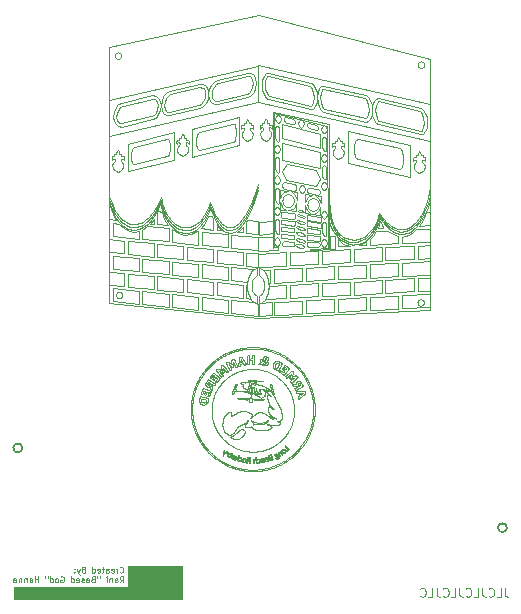
<source format=gbr>
G04 #@! TF.GenerationSoftware,KiCad,Pcbnew,(5.1.9)-1*
G04 #@! TF.CreationDate,2021-04-17T19:11:00-07:00*
G04 #@! TF.ProjectId,UAS_Teensy,5541535f-5465-4656-9e73-792e6b696361,rev?*
G04 #@! TF.SameCoordinates,Original*
G04 #@! TF.FileFunction,Legend,Bot*
G04 #@! TF.FilePolarity,Positive*
%FSLAX46Y46*%
G04 Gerber Fmt 4.6, Leading zero omitted, Abs format (unit mm)*
G04 Created by KiCad (PCBNEW (5.1.9)-1) date 2021-04-17 19:11:00*
%MOMM*%
%LPD*%
G01*
G04 APERTURE LIST*
%ADD10C,0.022500*%
%ADD11C,0.100000*%
%ADD12C,0.075000*%
%ADD13C,0.125000*%
%ADD14C,0.027343*%
%ADD15C,0.152400*%
G04 APERTURE END LIST*
D10*
X99456644Y-90709626D02*
X99467585Y-90723241D01*
X98746338Y-89465287D02*
X98757968Y-89494605D01*
X99467585Y-90723241D02*
X99478633Y-90736773D01*
X99393069Y-90626139D02*
X99408790Y-90647195D01*
X99445819Y-90695920D02*
X99456644Y-90709626D01*
X99198351Y-90345561D02*
X99212365Y-90367775D01*
X98884555Y-89783209D02*
X98901740Y-89817784D01*
X98734824Y-89435925D02*
X98746338Y-89465287D01*
X98712068Y-89377101D02*
X98723406Y-89406526D01*
X98769730Y-89523868D02*
X98781644Y-89553067D01*
X99435120Y-90682116D02*
X99445819Y-90695920D01*
X99424555Y-90668209D02*
X99435120Y-90682116D01*
X99361806Y-90583878D02*
X99377403Y-90605036D01*
X99270365Y-90455396D02*
X99285287Y-90477026D01*
X99212365Y-90367775D02*
X99226586Y-90389859D01*
X99124840Y-90223933D02*
X99144603Y-90257116D01*
X98818472Y-89640183D02*
X98831170Y-89669030D01*
X99255599Y-90433662D02*
X99270365Y-90455396D01*
X98844110Y-89697766D02*
X98857309Y-89726381D01*
X99241002Y-90411819D02*
X99255599Y-90433662D01*
X99164511Y-90290208D02*
X99184555Y-90323209D01*
X98936835Y-89886575D02*
X98954731Y-89920796D01*
X98919169Y-89852239D02*
X98936835Y-89886575D01*
X98781644Y-89553067D02*
X98793727Y-89582192D01*
X99408790Y-90647195D02*
X99424555Y-90668209D01*
X99377403Y-90605036D02*
X99393069Y-90626139D01*
X99315551Y-90520007D02*
X99330867Y-90541370D01*
X99226586Y-90389859D02*
X99241002Y-90411819D01*
X98857309Y-89726381D02*
X98870784Y-89754865D01*
X98991180Y-89988899D02*
X99009718Y-90022785D01*
X99346290Y-90562658D02*
X99361806Y-90583878D01*
X99300353Y-90498561D02*
X99315551Y-90520007D01*
X99330867Y-90541370D02*
X99346290Y-90562658D01*
X99184555Y-90323209D02*
X99198351Y-90345561D01*
X99105228Y-90190656D02*
X99124840Y-90223933D01*
X99028454Y-90056565D02*
X99047381Y-90090239D01*
X98901740Y-89817784D02*
X98919169Y-89852239D01*
X99285287Y-90477026D02*
X99300353Y-90498561D01*
X99144603Y-90257116D02*
X99164511Y-90290208D01*
X98870784Y-89754865D02*
X98884555Y-89783209D01*
X99066491Y-90123811D02*
X99085775Y-90157283D01*
X98793727Y-89582192D02*
X98805997Y-89611234D01*
X99047381Y-90090239D02*
X99066491Y-90123811D01*
X99085775Y-90157283D02*
X99105228Y-90190656D01*
X98972849Y-89954903D02*
X98991180Y-89988899D01*
X98954731Y-89920796D02*
X98972849Y-89954903D01*
X98831170Y-89669030D02*
X98844110Y-89697766D01*
X98757968Y-89494605D02*
X98769730Y-89523868D01*
X98723406Y-89406526D02*
X98734824Y-89435925D01*
X99009718Y-90022785D02*
X99028454Y-90056565D01*
X98805997Y-89611234D02*
X98818472Y-89640183D01*
X98393304Y-87901846D02*
X98394148Y-87915924D01*
X98474541Y-88522316D02*
X98480989Y-88560154D01*
X98445120Y-88332651D02*
X98450674Y-88370639D01*
X98396111Y-87944060D02*
X98397241Y-87958115D01*
X98419165Y-88142445D02*
X98424159Y-88180513D01*
X98404555Y-88028209D02*
X98409376Y-88066291D01*
X98503525Y-88681214D02*
X98508351Y-88703897D01*
X98456379Y-88408602D02*
X98462249Y-88446538D01*
X98578193Y-88973403D02*
X98584555Y-88995709D01*
X98608405Y-89077103D02*
X98614565Y-89097397D01*
X98439706Y-88294642D02*
X98445120Y-88332651D01*
X98674762Y-89278478D02*
X98682085Y-89298372D01*
X98640166Y-89178274D02*
X98646835Y-89198404D01*
X98518610Y-88749136D02*
X98524015Y-88771697D01*
X98627161Y-89137902D02*
X98633610Y-89158106D01*
X98614565Y-89097397D02*
X98620815Y-89117665D01*
X98584555Y-88995709D02*
X98590411Y-89016085D01*
X98571860Y-88951081D02*
X98578193Y-88973403D01*
X98468299Y-88484444D02*
X98474541Y-88522316D01*
X98547111Y-88861602D02*
X98553181Y-88884005D01*
X98541145Y-88839171D02*
X98547111Y-88861602D01*
X98398476Y-87972159D02*
X98399820Y-87986192D01*
X98434417Y-88256614D02*
X98439706Y-88294642D01*
X98529582Y-88794221D02*
X98535297Y-88816712D01*
X98513384Y-88726537D02*
X98518610Y-88749136D01*
X98391273Y-87859582D02*
X98391872Y-87873673D01*
X98450674Y-88370639D02*
X98456379Y-88408602D01*
X98498921Y-88658486D02*
X98503525Y-88681214D01*
X98487656Y-88597952D02*
X98494555Y-88635709D01*
X98480989Y-88560154D02*
X98487656Y-88597952D01*
X98414242Y-88104371D02*
X98419165Y-88142445D01*
X98394148Y-87915924D02*
X98395082Y-87929996D01*
X98620815Y-89117665D02*
X98627161Y-89137902D01*
X98602330Y-89056784D02*
X98608405Y-89077103D01*
X98590411Y-89016085D02*
X98596334Y-89036444D01*
X98565570Y-88928743D02*
X98571860Y-88951081D01*
X98462249Y-88446538D02*
X98468299Y-88484444D01*
X98401278Y-88000212D02*
X98402855Y-88014219D01*
X98402855Y-88014219D02*
X98404555Y-88028209D01*
X98399820Y-87986192D02*
X98401278Y-88000212D01*
X98397241Y-87958115D02*
X98398476Y-87972159D01*
X98395082Y-87929996D02*
X98396111Y-87944060D01*
X98429239Y-88218570D02*
X98434417Y-88256614D01*
X98596334Y-89036444D02*
X98602330Y-89056784D01*
X98535297Y-88816712D02*
X98541145Y-88839171D01*
X98409376Y-88066291D02*
X98414242Y-88104371D01*
X98494555Y-88635709D02*
X98498921Y-88658486D01*
X98390288Y-87831394D02*
X98390747Y-87845488D01*
X98391872Y-87873673D02*
X98392547Y-87887762D01*
X98700790Y-89347659D02*
X98712068Y-89377101D01*
X98633610Y-89158106D02*
X98640166Y-89178274D01*
X98660538Y-89238535D02*
X98667582Y-89258532D01*
X98689555Y-89318209D02*
X98700790Y-89347659D01*
X98667582Y-89258532D02*
X98674762Y-89278478D01*
X98553181Y-88884005D02*
X98559339Y-88906385D01*
X98524015Y-88771697D02*
X98529582Y-88794221D01*
X98653624Y-89218492D02*
X98660538Y-89238535D01*
X98390747Y-87845488D02*
X98391273Y-87859582D01*
X98682085Y-89298372D02*
X98689555Y-89318209D01*
X98392547Y-87887762D02*
X98393304Y-87901846D01*
X98424159Y-88180513D02*
X98429239Y-88218570D01*
X98646835Y-89198404D02*
X98653624Y-89218492D01*
X98559339Y-88906385D02*
X98565570Y-88928743D01*
X98508351Y-88703897D02*
X98513384Y-88726537D01*
X98444456Y-86787292D02*
X98442055Y-86805709D01*
X98385150Y-87517189D02*
X98385145Y-87545790D01*
X98386292Y-87431416D02*
X98385703Y-87460001D01*
X98475510Y-86604138D02*
X98471925Y-86622374D01*
X98388198Y-87374269D02*
X98387117Y-87402838D01*
X98482924Y-86567718D02*
X98479179Y-86585920D01*
X98468428Y-86640626D02*
X98465028Y-86658896D01*
X98410884Y-87075270D02*
X98407547Y-87109026D01*
X98471925Y-86622374D02*
X98468428Y-86640626D01*
X98565003Y-86219977D02*
X98558858Y-86242341D01*
X98479179Y-86585920D02*
X98475510Y-86604138D01*
X98437841Y-86839359D02*
X98433692Y-86873020D01*
X98447003Y-86768894D02*
X98444456Y-86787292D01*
X98494555Y-86513209D02*
X98490619Y-86531363D01*
X98404377Y-87142795D02*
X98401386Y-87176579D01*
X98519797Y-86399977D02*
X98514636Y-86422603D01*
X98530372Y-86354785D02*
X98525038Y-86377370D01*
X98525038Y-86377370D02*
X98519797Y-86399977D01*
X98389893Y-87817301D02*
X98390288Y-87831394D01*
X98385575Y-87603000D02*
X98385970Y-87631608D01*
X98388915Y-87774620D02*
X98389555Y-87803209D01*
X98388265Y-87746024D02*
X98388915Y-87774620D01*
X98387624Y-87717424D02*
X98388265Y-87746024D01*
X98386456Y-87660215D02*
X98387015Y-87688820D01*
X98385970Y-87631608D02*
X98386456Y-87660215D01*
X98385293Y-87574394D02*
X98385575Y-87603000D01*
X98391463Y-87311855D02*
X98389555Y-87345709D01*
X98509544Y-86445244D02*
X98504508Y-86467894D01*
X98401386Y-87176579D02*
X98398586Y-87210376D01*
X98385145Y-87545790D02*
X98385293Y-87574394D01*
X98421766Y-86974085D02*
X98418005Y-87007800D01*
X98385703Y-87460001D02*
X98385329Y-87488592D01*
X98490619Y-86531363D02*
X98486740Y-86549532D01*
X98552878Y-86264752D02*
X98547052Y-86287206D01*
X98504508Y-86467894D02*
X98499516Y-86490551D01*
X98385329Y-87488592D02*
X98385150Y-87517189D01*
X98387117Y-87402838D02*
X98386292Y-87431416D01*
X98398586Y-87210376D02*
X98395991Y-87244188D01*
X98465028Y-86658896D02*
X98461730Y-86677184D01*
X98452516Y-86732154D02*
X98449692Y-86750514D01*
X98389555Y-87345709D02*
X98388198Y-87374269D01*
X98429622Y-86906695D02*
X98425642Y-86940384D01*
X98393612Y-87278014D02*
X98391463Y-87311855D01*
X98418005Y-87007800D02*
X98414374Y-87041528D01*
X98499516Y-86490551D02*
X98494555Y-86513209D01*
X98425642Y-86940384D02*
X98421766Y-86974085D01*
X98449692Y-86750514D02*
X98447003Y-86768894D01*
X98541367Y-86309699D02*
X98535811Y-86332226D01*
X98514636Y-86422603D02*
X98509544Y-86445244D01*
X98395991Y-87244188D02*
X98393612Y-87278014D01*
X98535811Y-86332226D02*
X98530372Y-86354785D01*
X98433692Y-86873020D02*
X98429622Y-86906695D01*
X98461730Y-86677184D02*
X98458541Y-86695489D01*
X98571327Y-86197665D02*
X98565003Y-86219977D01*
X98407547Y-87109026D02*
X98404377Y-87142795D01*
X98458541Y-86695489D02*
X98455468Y-86713812D01*
X98414374Y-87041528D02*
X98410884Y-87075270D01*
X98455468Y-86713812D02*
X98452516Y-86732154D01*
X98486740Y-86549532D02*
X98482924Y-86567718D01*
X98558858Y-86242341D02*
X98552878Y-86264752D01*
X98442055Y-86805709D02*
X98437841Y-86839359D01*
X98547052Y-86287206D02*
X98541367Y-86309699D01*
X98389555Y-87803209D02*
X98389893Y-87817301D01*
X98387015Y-87688820D02*
X98387624Y-87717424D01*
X99014695Y-85110860D02*
X99002312Y-85133730D01*
X99066137Y-85020479D02*
X99052958Y-85042889D01*
X98954206Y-85226008D02*
X98942456Y-85249226D01*
X99491964Y-84391261D02*
X99480409Y-84405931D01*
X99402088Y-84512435D02*
X99379701Y-84544221D01*
X99563269Y-84304788D02*
X99551193Y-84319043D01*
X99120461Y-84932095D02*
X99099907Y-84965090D01*
X99435441Y-84465545D02*
X99424555Y-84480709D01*
X99457657Y-84435540D02*
X99446478Y-84450490D01*
X98861570Y-85413163D02*
X98839260Y-85461056D01*
X98648099Y-85954533D02*
X98631652Y-86004374D01*
X98737017Y-85705581D02*
X98718263Y-85755192D01*
X98839260Y-85461056D02*
X98817602Y-85509345D01*
X98919173Y-85295772D02*
X98907610Y-85319078D01*
X98966051Y-85202839D02*
X98954206Y-85226008D01*
X99002312Y-85133730D02*
X98990087Y-85156690D01*
X99052958Y-85042889D02*
X99040002Y-85065429D01*
X99269267Y-84704235D02*
X99247542Y-84736485D01*
X99357402Y-84576074D02*
X99335201Y-84607997D01*
X99379701Y-84544221D02*
X99357402Y-84576074D01*
X99247542Y-84736485D02*
X99225958Y-84768828D01*
X99141208Y-84899220D02*
X99120461Y-84932095D01*
X99162140Y-84866460D02*
X99141208Y-84899220D01*
X99204524Y-84801269D02*
X99183248Y-84833811D01*
X99225958Y-84768828D02*
X99204524Y-84801269D01*
X99313105Y-84639996D02*
X99291124Y-84672073D01*
X99503628Y-84376674D02*
X99491964Y-84391261D01*
X98942456Y-85249226D02*
X98930783Y-85272484D01*
X99515391Y-84362164D02*
X99503628Y-84376674D01*
X99468970Y-84420689D02*
X99457657Y-84435540D01*
X99587583Y-84276421D02*
X99575402Y-84290582D01*
X98577840Y-86175407D02*
X98571327Y-86197665D01*
X99335201Y-84607997D02*
X99313105Y-84639996D01*
X99446478Y-84450490D02*
X99435441Y-84465545D01*
X98682258Y-85854771D02*
X98664960Y-85904651D01*
X99539182Y-84333354D02*
X99527246Y-84347726D01*
X98584555Y-86153209D02*
X98577840Y-86175407D01*
X99424555Y-84480709D02*
X99402088Y-84512435D01*
X98978006Y-85179729D02*
X98966051Y-85202839D01*
X98817602Y-85509345D02*
X98796573Y-85557985D01*
X98884555Y-85365709D02*
X98861570Y-85413163D01*
X98599904Y-86103756D02*
X98584555Y-86153209D01*
X99183248Y-84833811D02*
X99162140Y-84866460D01*
X98631652Y-86004374D02*
X98615595Y-86054129D01*
X98907610Y-85319078D02*
X98896076Y-85342394D01*
X99099907Y-84965090D02*
X99079555Y-84998209D01*
X99291124Y-84672073D02*
X99269267Y-84704235D01*
X98990087Y-85156690D02*
X98978006Y-85179729D01*
X99551193Y-84319043D02*
X99539182Y-84333354D01*
X98776148Y-85606934D02*
X98756304Y-85656147D01*
X98700018Y-85804937D02*
X98682258Y-85854771D01*
X98756304Y-85656147D02*
X98737017Y-85705581D01*
X98896076Y-85342394D02*
X98884555Y-85365709D01*
X99480409Y-84405931D02*
X99468970Y-84420689D01*
X98615595Y-86054129D02*
X98599904Y-86103756D01*
X99027253Y-85088089D02*
X99014695Y-85110860D01*
X98796573Y-85557985D02*
X98776148Y-85606934D01*
X98930783Y-85272484D02*
X98919173Y-85295772D01*
X99575402Y-84290582D02*
X99563269Y-84304788D01*
X99040002Y-85065429D02*
X99027253Y-85088089D01*
X98664960Y-85904651D02*
X98648099Y-85954533D01*
X99079555Y-84998209D02*
X99066137Y-85020479D01*
X99527246Y-84347726D02*
X99515391Y-84362164D01*
X98718263Y-85755192D02*
X98700018Y-85804937D01*
X100053461Y-83794662D02*
X100024611Y-83821212D01*
X100855265Y-83188112D02*
X100789664Y-83228718D01*
X101669462Y-82789382D02*
X101650088Y-82796970D01*
X99995885Y-83847896D02*
X99967276Y-83874701D01*
X99677555Y-84173222D02*
X99661138Y-84191941D01*
X99829053Y-84008242D02*
X99811733Y-84026099D01*
X100229689Y-83638923D02*
X100199901Y-83664390D01*
X100660500Y-83312889D02*
X100596994Y-83356407D01*
X100111572Y-83742018D02*
X100082445Y-83768259D01*
X100140851Y-83715950D02*
X100111572Y-83742018D01*
X101457945Y-82876829D02*
X101438875Y-82885155D01*
X101630745Y-82804637D02*
X101611433Y-82812383D01*
X99599804Y-84262298D02*
X99587583Y-84276421D01*
X99612055Y-84248209D02*
X99599804Y-84262298D01*
X99628402Y-84229449D02*
X99612055Y-84248209D01*
X99644758Y-84210688D02*
X99628402Y-84229449D01*
X99661138Y-84191941D02*
X99644758Y-84210688D01*
X99694020Y-84154544D02*
X99677555Y-84173222D01*
X99710548Y-84135921D02*
X99694020Y-84154544D01*
X99727150Y-84117366D02*
X99710548Y-84135921D01*
X99743840Y-84098894D02*
X99727150Y-84117366D01*
X99760630Y-84080517D02*
X99743840Y-84098894D01*
X101553671Y-82836060D02*
X101534473Y-82844090D01*
X99777534Y-84062250D02*
X99760630Y-84080517D01*
X101515302Y-82852184D02*
X101496158Y-82860341D01*
X99967276Y-83874701D02*
X99938774Y-83901614D01*
X100472277Y-83446185D02*
X100411121Y-83492397D01*
X101400805Y-82901959D02*
X101330861Y-82933742D01*
X101419829Y-82893533D02*
X101400805Y-82901959D01*
X101611433Y-82812383D02*
X101592150Y-82820204D01*
X99794564Y-84044106D02*
X99777534Y-84062250D01*
X99811733Y-84026099D02*
X99794564Y-84044106D01*
X99864202Y-83973034D02*
X99846539Y-83990549D01*
X100724733Y-83270318D02*
X100660500Y-83312889D01*
X100024611Y-83821212D02*
X99995885Y-83847896D01*
X100411121Y-83492397D02*
X100350805Y-83539459D01*
X101496158Y-82860341D02*
X101477039Y-82868557D01*
X101192333Y-83000844D02*
X101123806Y-83036116D01*
X100289836Y-83588685D02*
X100259664Y-83613684D01*
X99846539Y-83990549D02*
X99829053Y-84008242D01*
X99882055Y-83955709D02*
X99864202Y-83973034D01*
X99910370Y-83928621D02*
X99882055Y-83955709D01*
X99938774Y-83901614D02*
X99910370Y-83928621D01*
X100259664Y-83613684D02*
X100229689Y-83638923D01*
X100320214Y-83563939D02*
X100289836Y-83588685D01*
X100596994Y-83356407D02*
X100534244Y-83400847D01*
X100082445Y-83768259D02*
X100053461Y-83794662D01*
X101438875Y-82885155D02*
X101419829Y-82893533D01*
X100170291Y-83690070D02*
X100140851Y-83715950D01*
X100350805Y-83539459D02*
X100320214Y-83563939D01*
X101477039Y-82868557D02*
X101457945Y-82876829D01*
X101592150Y-82820204D02*
X101572896Y-82828097D01*
X100199901Y-83664390D02*
X100170291Y-83690070D01*
X100534244Y-83400847D02*
X100472277Y-83446185D01*
X101055807Y-83072503D02*
X100988365Y-83109980D01*
X100921508Y-83148525D02*
X100855265Y-83188112D01*
X101261361Y-82966711D02*
X101192333Y-83000844D01*
X101330861Y-82933742D02*
X101261361Y-82966711D01*
X101650088Y-82796970D02*
X101630745Y-82804637D01*
X100789664Y-83228718D02*
X100724733Y-83270318D01*
X100988365Y-83109980D02*
X100921508Y-83148525D01*
X101534473Y-82844090D02*
X101515302Y-82852184D01*
X101123806Y-83036116D02*
X101055807Y-83072503D01*
X101572896Y-82828097D02*
X101553671Y-82836060D01*
X104034704Y-82348277D02*
X103989208Y-82343757D01*
X104213306Y-82368919D02*
X104169093Y-82363340D01*
X102389754Y-82446666D02*
X102372699Y-82450678D01*
X103687280Y-82323554D02*
X103601665Y-82321416D01*
X101857494Y-82722122D02*
X101840814Y-82727646D01*
X102578305Y-82406959D02*
X102561071Y-82410084D01*
X101774313Y-82750377D02*
X101757758Y-82756254D01*
X104344682Y-82387570D02*
X104301066Y-82381017D01*
X102406820Y-82442694D02*
X102389754Y-82446666D01*
X103087573Y-82339757D02*
X103002154Y-82347735D01*
X102440987Y-82434902D02*
X102423897Y-82438770D01*
X102355652Y-82454721D02*
X102338614Y-82458788D01*
X101790899Y-82744585D02*
X101774313Y-82750377D01*
X101924351Y-82700455D02*
X101907623Y-82705821D01*
X101957821Y-82689781D02*
X101941085Y-82695110D01*
X102492344Y-82423717D02*
X102475209Y-82427367D01*
X102509497Y-82420155D02*
X102492344Y-82423717D01*
X103002154Y-82347735D02*
X102916904Y-82357042D01*
X103772782Y-82327254D02*
X103687280Y-82323554D01*
X103430236Y-82321710D02*
X103344493Y-82324083D01*
X103989208Y-82343757D02*
X103943305Y-82339459D01*
X104388168Y-82394483D02*
X104344682Y-82387570D01*
X104169093Y-82363340D02*
X104124611Y-82358051D01*
X104518196Y-82417547D02*
X104474890Y-82409454D01*
X104561510Y-82426067D02*
X104518196Y-82417547D01*
X104431560Y-82401772D02*
X104388168Y-82394483D01*
X101907623Y-82705821D02*
X101890901Y-82711216D01*
X103601665Y-82321416D02*
X103515972Y-82320811D01*
X102831859Y-82367646D02*
X102747054Y-82379520D01*
X102338614Y-82458788D02*
X102321582Y-82462870D01*
X101688868Y-82781878D02*
X101669462Y-82789382D01*
X101708305Y-82774459D02*
X101688868Y-82781878D01*
X101741236Y-82762222D02*
X101724751Y-82768288D01*
X101757758Y-82756254D02*
X101741236Y-82762222D01*
X101807513Y-82738870D02*
X101790899Y-82744585D01*
X101824153Y-82733226D02*
X101807513Y-82738870D01*
X101840814Y-82727646D02*
X101824153Y-82733226D01*
X101874191Y-82716648D02*
X101857494Y-82722122D01*
X103858136Y-82332546D02*
X103772782Y-82327254D01*
X102916904Y-82357042D02*
X102831859Y-82367646D01*
X103173126Y-82333136D02*
X103087573Y-82339757D01*
X102662525Y-82392635D02*
X102578305Y-82406959D01*
X104474890Y-82409454D02*
X104431560Y-82401772D01*
X101890901Y-82711216D02*
X101874191Y-82716648D01*
X103344493Y-82324083D02*
X103258778Y-82327902D01*
X104301066Y-82381017D02*
X104257286Y-82374805D01*
X101941085Y-82695110D02*
X101924351Y-82700455D01*
X102475209Y-82427367D02*
X102458090Y-82431098D01*
X103943305Y-82339459D02*
X103858136Y-82332546D01*
X102321582Y-82462870D02*
X102304555Y-82466959D01*
X102747054Y-82379520D02*
X102662525Y-82392635D01*
X102543859Y-82413331D02*
X102526668Y-82416690D01*
X103258778Y-82327902D02*
X103173126Y-82333136D01*
X102372699Y-82450678D02*
X102355652Y-82454721D01*
X102526668Y-82416690D02*
X102509497Y-82420155D01*
X104079827Y-82353036D02*
X104034704Y-82348277D01*
X102561071Y-82410084D02*
X102543859Y-82413331D01*
X103515972Y-82320811D02*
X103430236Y-82321710D01*
X102423897Y-82438770D02*
X102406820Y-82442694D01*
X104124611Y-82358051D02*
X104079827Y-82353036D01*
X102458090Y-82431098D02*
X102440987Y-82434902D01*
X104257286Y-82374805D02*
X104213306Y-82368919D01*
X101724751Y-82768288D02*
X101708305Y-82774459D01*
X101974555Y-82684459D02*
X101957821Y-82689781D01*
X107181846Y-83812862D02*
X107085780Y-83722075D01*
X105470430Y-82697782D02*
X105408864Y-82673713D01*
X107539057Y-84194534D02*
X107526242Y-84179263D01*
X107513354Y-84164052D02*
X107500394Y-84148901D01*
X105284849Y-82627831D02*
X105222410Y-82606025D01*
X106011163Y-82950006D02*
X105893497Y-82888296D01*
X107623782Y-84298455D02*
X107608225Y-84279184D01*
X107760263Y-84474636D02*
X107745593Y-84454699D01*
X107421182Y-84059262D02*
X107407746Y-84044533D01*
X107564464Y-84225258D02*
X107551798Y-84209866D01*
X106886999Y-83547212D02*
X106784392Y-83463310D01*
X107577055Y-84240709D02*
X107564464Y-84225258D01*
X104604869Y-82435032D02*
X104561510Y-82426067D01*
X104648305Y-82444459D02*
X104604869Y-82435032D01*
X104713120Y-82459286D02*
X104648305Y-82444459D01*
X104777688Y-82474901D02*
X104713120Y-82459286D01*
X104842007Y-82491303D02*
X104777688Y-82474901D01*
X104906071Y-82508488D02*
X104842007Y-82491303D01*
X104969875Y-82526451D02*
X104906071Y-82508488D01*
X106573017Y-83302999D02*
X106464356Y-83226766D01*
X105033416Y-82545190D02*
X104969875Y-82526451D01*
X105096689Y-82564701D02*
X105033416Y-82545190D01*
X105222410Y-82606025D02*
X105159688Y-82584981D01*
X105347002Y-82650395D02*
X105284849Y-82627831D01*
X105531695Y-82722599D02*
X105470430Y-82697782D01*
X106353786Y-83153262D02*
X106241361Y-83082577D01*
X105592655Y-82748159D02*
X105531695Y-82722599D01*
X107715792Y-84415154D02*
X107700691Y-84395527D01*
X107500394Y-84148901D02*
X107487364Y-84133811D01*
X106241361Y-83082577D02*
X106127135Y-83014795D01*
X106784392Y-83463310D02*
X106679714Y-83381876D01*
X106464356Y-83226766D02*
X106353786Y-83153262D01*
X107447857Y-84088900D02*
X107434552Y-84074051D01*
X107774759Y-84494695D02*
X107760263Y-84474636D01*
X105774193Y-82829751D02*
X105653305Y-82774459D01*
X107367055Y-84000709D02*
X107275622Y-83905769D01*
X107700691Y-84395527D02*
X107685476Y-84375984D01*
X107526242Y-84179263D02*
X107513354Y-84164052D01*
X107654766Y-84337111D02*
X107639301Y-84317760D01*
X105408864Y-82673713D02*
X105347002Y-82650395D01*
X107275622Y-83905769D02*
X107181846Y-83812862D01*
X107380682Y-84015257D02*
X107367055Y-84000709D01*
X107394245Y-84029865D02*
X107380682Y-84015257D01*
X107639301Y-84317760D02*
X107623782Y-84298455D01*
X107670163Y-84356515D02*
X107654766Y-84337111D01*
X107745593Y-84454699D02*
X107730764Y-84434875D01*
X105893497Y-82888296D02*
X105774193Y-82829751D01*
X107085780Y-83722075D02*
X106987480Y-83633496D01*
X107434552Y-84074051D02*
X107421182Y-84059262D01*
X107474264Y-84118780D02*
X107461094Y-84103810D01*
X107685476Y-84375984D02*
X107670163Y-84356515D01*
X105653305Y-82774459D02*
X105592655Y-82748159D01*
X106127135Y-83014795D02*
X106011163Y-82950006D01*
X107407746Y-84044533D02*
X107394245Y-84029865D01*
X106679714Y-83381876D02*
X106573017Y-83302999D01*
X107551798Y-84209866D02*
X107539057Y-84194534D01*
X106987480Y-83633496D02*
X106886999Y-83547212D01*
X107461094Y-84103810D02*
X107447857Y-84088900D01*
X107592644Y-84259939D02*
X107577055Y-84240709D01*
X107730764Y-84434875D02*
X107715792Y-84415154D01*
X107789067Y-84514888D02*
X107774759Y-84494695D01*
X107487364Y-84133811D02*
X107474264Y-84118780D01*
X107608225Y-84279184D02*
X107592644Y-84259939D01*
X105159688Y-82584981D02*
X105096689Y-82564701D01*
X107803171Y-84535223D02*
X107789067Y-84514888D01*
X108230673Y-85248854D02*
X108220325Y-85227768D01*
X108694723Y-86694767D02*
X108676694Y-86595703D01*
X107817055Y-84555709D02*
X107803171Y-84535223D01*
X108032700Y-84895020D02*
X108011848Y-84860638D01*
X108764099Y-87885836D02*
X108770152Y-87773920D01*
X108199163Y-85185840D02*
X108188320Y-85165016D01*
X108398935Y-85627339D02*
X108360328Y-85533653D01*
X108711177Y-86794067D02*
X108694723Y-86694767D01*
X108679537Y-88552250D02*
X108699044Y-88442149D01*
X108739555Y-86993209D02*
X108726105Y-86893562D01*
X108657041Y-86496919D02*
X108635714Y-86398455D01*
X107839339Y-84589167D02*
X107817055Y-84555709D01*
X107861462Y-84622735D02*
X107839339Y-84589167D01*
X107883423Y-84656411D02*
X107861462Y-84622735D01*
X107905225Y-84690194D02*
X107883423Y-84656411D01*
X107926866Y-84724081D02*
X107905225Y-84690194D01*
X107948349Y-84758071D02*
X107926866Y-84724081D01*
X108773203Y-87438170D02*
X108768964Y-87326494D01*
X107969673Y-84792161D02*
X107948349Y-84758071D01*
X108561198Y-86105409D02*
X108532684Y-86008649D01*
X108768964Y-87326494D02*
X108761988Y-87215061D01*
X108699044Y-88442149D02*
X108716474Y-88331564D01*
X107990839Y-84826351D02*
X107969673Y-84792161D01*
X108502250Y-85912420D02*
X108469846Y-85816764D01*
X108166031Y-85123692D02*
X108154555Y-85103209D01*
X108309876Y-85419314D02*
X108300183Y-85397917D01*
X108319555Y-85440709D02*
X108309876Y-85419314D01*
X108731760Y-88220568D02*
X108744837Y-88109232D01*
X108635714Y-86398455D02*
X108612664Y-86300354D01*
X108011848Y-84860638D02*
X107990839Y-84826351D01*
X108053396Y-84929496D02*
X108032700Y-84895020D01*
X108073937Y-84964063D02*
X108053396Y-84929496D01*
X108209827Y-85206760D02*
X108199163Y-85185840D01*
X108094322Y-84998720D02*
X108073937Y-84964063D01*
X108154555Y-85103209D02*
X108134631Y-85068295D01*
X108469846Y-85816764D02*
X108435424Y-85721723D01*
X108280695Y-85355155D02*
X108270869Y-85333809D01*
X108114554Y-85033464D02*
X108094322Y-84998720D01*
X108134631Y-85068295D02*
X108114554Y-85033464D01*
X108716474Y-88331564D02*
X108731760Y-88220568D01*
X108755639Y-87997631D02*
X108764099Y-87885836D01*
X108177280Y-85144297D02*
X108166031Y-85123692D01*
X108188320Y-85165016D02*
X108177280Y-85144297D01*
X108220325Y-85227768D02*
X108209827Y-85206760D01*
X108240887Y-85270010D02*
X108230673Y-85248854D01*
X108360328Y-85533653D02*
X108319555Y-85440709D01*
X108435424Y-85721723D02*
X108398935Y-85627339D01*
X108761988Y-87215061D02*
X108752207Y-87103942D01*
X108612664Y-86300354D02*
X108587842Y-86202658D01*
X108744837Y-88109232D02*
X108755639Y-87997631D01*
X108773731Y-87661955D02*
X108774770Y-87550014D01*
X108250981Y-85291227D02*
X108240887Y-85270010D01*
X108260970Y-85312496D02*
X108250981Y-85291227D01*
X108290461Y-85376528D02*
X108280695Y-85355155D01*
X108774770Y-87550014D02*
X108773203Y-87438170D01*
X108770152Y-87773920D02*
X108773731Y-87661955D01*
X108300183Y-85397917D02*
X108290461Y-85376528D01*
X108676694Y-86595703D02*
X108657041Y-86496919D01*
X108532684Y-86008649D02*
X108502250Y-85912420D01*
X108726105Y-86893562D02*
X108711177Y-86794067D01*
X108752207Y-87103942D02*
X108739555Y-86993209D01*
X108270869Y-85333809D02*
X108260970Y-85312496D01*
X108587842Y-86202658D02*
X108561198Y-86105409D01*
X107509589Y-90984760D02*
X107556135Y-90930081D01*
X108576223Y-88984207D02*
X108580786Y-88969069D01*
X108561419Y-89034511D02*
X108567055Y-89014459D01*
X108294768Y-89763716D02*
X108332750Y-89678720D01*
X108483232Y-89293853D02*
X108489842Y-89274097D01*
X108035644Y-90258485D02*
X108082516Y-90178069D01*
X108469555Y-89333209D02*
X108476473Y-89313559D01*
X108404191Y-89506975D02*
X108437636Y-89420322D01*
X107217513Y-91299091D02*
X107267703Y-91248243D01*
X108619647Y-88832156D02*
X108623555Y-88816838D01*
X107647373Y-90818584D02*
X107692060Y-90761729D01*
X108611522Y-88862718D02*
X108615633Y-88847449D01*
X108598698Y-88908397D02*
X108603046Y-88893190D01*
X108580786Y-88969069D02*
X108585325Y-88953921D01*
X108555770Y-89054564D02*
X108561419Y-89034511D01*
X108550099Y-89074615D02*
X108555770Y-89054564D01*
X108521037Y-89174690D02*
X108526979Y-89154712D01*
X108496315Y-89254293D02*
X108502660Y-89234446D01*
X108489842Y-89274097D02*
X108496315Y-89254293D01*
X107779555Y-90645709D02*
X107833648Y-90570402D01*
X108526979Y-89154712D02*
X108532845Y-89134712D01*
X108538647Y-89114693D02*
X108544394Y-89094659D01*
X108532845Y-89134712D02*
X108538647Y-89114693D01*
X108508889Y-89214561D02*
X108515011Y-89194641D01*
X108502660Y-89234446D02*
X108508889Y-89214561D01*
X107886310Y-90493978D02*
X107937534Y-90416486D01*
X108255288Y-89848067D02*
X108294768Y-89763716D01*
X108369227Y-89593124D02*
X108404191Y-89506975D01*
X108214316Y-89931724D02*
X108255288Y-89848067D01*
X107937534Y-90416486D02*
X107987315Y-90337973D01*
X107692060Y-90761729D02*
X107736121Y-90704111D01*
X108437636Y-89420322D02*
X108469555Y-89333209D01*
X107833648Y-90570402D02*
X107886310Y-90493978D01*
X107115344Y-91399091D02*
X107166726Y-91349367D01*
X108658019Y-88661794D02*
X108679537Y-88552250D01*
X108127923Y-90096772D02*
X108171858Y-90014642D01*
X108607324Y-88877964D02*
X108611522Y-88862718D01*
X108476473Y-89313559D02*
X108483232Y-89293853D01*
X107414658Y-91092079D02*
X107462429Y-91038754D01*
X108634555Y-88770709D02*
X108658019Y-88661794D01*
X108631018Y-88786116D02*
X108634555Y-88770709D01*
X107462429Y-91038754D02*
X107509589Y-90984760D01*
X108544394Y-89094659D02*
X108550099Y-89074615D01*
X107317292Y-91196805D02*
X107366278Y-91144757D01*
X107366278Y-91144757D02*
X107414658Y-91092079D01*
X108567055Y-89014459D02*
X108571643Y-88999337D01*
X108515011Y-89194641D02*
X108521037Y-89174690D01*
X108603046Y-88893190D02*
X108607324Y-88877964D01*
X108082516Y-90178069D02*
X108127923Y-90096772D01*
X107556135Y-90930081D02*
X107602063Y-90874695D01*
X107166726Y-91349367D02*
X107217513Y-91299091D01*
X108627349Y-88801492D02*
X108631018Y-88786116D01*
X108332750Y-89678720D02*
X108369227Y-89593124D01*
X107267703Y-91248243D02*
X107317292Y-91196805D01*
X108623555Y-88816838D02*
X108627349Y-88801492D01*
X108589829Y-88938760D02*
X108594290Y-88923586D01*
X108615633Y-88847449D02*
X108619647Y-88832156D01*
X107736121Y-90704111D02*
X107779555Y-90645709D01*
X107987315Y-90337973D02*
X108035644Y-90258485D01*
X108585325Y-88953921D02*
X108589829Y-88938760D01*
X108571643Y-88999337D02*
X108576223Y-88984207D01*
X108171858Y-90014642D02*
X108214316Y-89931724D01*
X107602063Y-90874695D02*
X107647373Y-90818584D01*
X108594290Y-88923586D02*
X108598698Y-88908397D01*
X106805297Y-91671873D02*
X106847706Y-91637702D01*
X106718869Y-91739019D02*
X106762335Y-91705645D01*
X106540977Y-91868598D02*
X106585954Y-91836786D01*
X104422217Y-92748789D02*
X104460805Y-92741959D01*
X104306096Y-92767228D02*
X104344859Y-92761409D01*
X103838305Y-92816959D02*
X103877381Y-92813923D01*
X103576885Y-92825847D02*
X103605969Y-92825694D01*
X103547798Y-92825866D02*
X103576885Y-92825847D01*
X103955519Y-92807371D02*
X103994574Y-92803829D01*
X105305459Y-92516577D02*
X105423068Y-92472989D01*
X107063369Y-91448282D02*
X107115344Y-91399091D01*
X106674950Y-91771999D02*
X106718869Y-91739019D01*
X104826180Y-92662464D02*
X104947086Y-92630264D01*
X103635048Y-92825386D02*
X103664120Y-92824899D01*
X106208072Y-92088277D02*
X106313305Y-92021959D01*
X106100871Y-92151757D02*
X106208072Y-92088277D01*
X105991821Y-92212398D02*
X106100871Y-92151757D01*
X103994574Y-92803829D02*
X104033613Y-92800089D01*
X106930663Y-91568147D02*
X106971111Y-91532759D01*
X104704751Y-92691813D02*
X104826180Y-92662464D01*
X103916454Y-92810731D02*
X103955519Y-92807371D01*
X106359044Y-91992038D02*
X106404730Y-91961744D01*
X105067348Y-92595216D02*
X105186846Y-92557320D01*
X104267285Y-92772737D02*
X104306096Y-92767228D01*
X103751276Y-92822140D02*
X103780303Y-92820713D01*
X103693183Y-92824211D02*
X103722236Y-92823299D01*
X104460805Y-92741959D02*
X104582920Y-92718312D01*
X103780303Y-92820713D02*
X103809313Y-92818993D01*
X103605969Y-92825694D02*
X103635048Y-92825386D01*
X103518709Y-92825776D02*
X103547798Y-92825866D01*
X103431451Y-92825068D02*
X103460534Y-92825354D01*
X103460534Y-92825354D02*
X103489620Y-92825597D01*
X107010805Y-91496959D02*
X107063369Y-91448282D01*
X105539551Y-92426556D02*
X105654788Y-92377279D01*
X106404730Y-91961744D02*
X106450315Y-91931074D01*
X104383567Y-92755268D02*
X104422217Y-92748789D01*
X106847706Y-91637702D02*
X106889512Y-91603127D01*
X103877381Y-92813923D02*
X103916454Y-92810731D01*
X106762335Y-91705645D02*
X106805297Y-91671873D01*
X106495747Y-91900027D02*
X106540977Y-91868598D01*
X106450315Y-91931074D02*
X106495747Y-91900027D01*
X104033613Y-92800089D02*
X104072633Y-92796139D01*
X105768659Y-92325160D02*
X105881044Y-92270199D01*
X104582920Y-92718312D02*
X104704751Y-92691813D01*
X103722236Y-92823299D02*
X103751276Y-92822140D01*
X104072633Y-92796139D02*
X104111628Y-92791965D01*
X103489620Y-92825597D02*
X103518709Y-92825776D01*
X104111628Y-92791965D02*
X104150595Y-92787551D01*
X106313305Y-92021959D02*
X106359044Y-91992038D01*
X104189530Y-92782885D02*
X104228428Y-92777951D01*
X105881044Y-92270199D02*
X105991821Y-92212398D01*
X105186846Y-92557320D02*
X105305459Y-92516577D01*
X104344859Y-92761409D02*
X104383567Y-92755268D01*
X104228428Y-92777951D02*
X104267285Y-92772737D01*
X103809313Y-92818993D02*
X103838305Y-92816959D01*
X103664120Y-92824899D02*
X103693183Y-92824211D01*
X104150595Y-92787551D02*
X104189530Y-92782885D01*
X106630628Y-91804587D02*
X106674950Y-91771999D01*
X104947086Y-92630264D02*
X105067348Y-92595216D01*
X105423068Y-92472989D02*
X105539551Y-92426556D01*
X106971111Y-91532759D02*
X107010805Y-91496959D01*
X105654788Y-92377279D02*
X105768659Y-92325160D01*
X106585954Y-91836786D02*
X106630628Y-91804587D01*
X106889512Y-91603127D02*
X106930663Y-91568147D01*
X99812676Y-91294704D02*
X99858343Y-91339868D01*
X102808661Y-92777835D02*
X102832535Y-92780936D01*
X103217068Y-92818741D02*
X103234415Y-92819754D01*
X103047871Y-92804965D02*
X103071835Y-92807247D01*
X101381164Y-92371976D02*
X101523378Y-92433149D01*
X103165059Y-92815210D02*
X103182389Y-92816466D01*
X103338571Y-92823890D02*
X103355938Y-92824229D01*
X103286480Y-92822255D02*
X103303841Y-92822900D01*
X102713305Y-92764459D02*
X102737122Y-92767954D01*
X100244016Y-91679524D02*
X100294464Y-91719208D01*
X101813042Y-92542871D02*
X101960197Y-92591237D01*
X99904621Y-91384440D02*
X99951492Y-91428417D01*
X99767643Y-91248953D02*
X99812676Y-91294704D01*
X103402375Y-92824762D02*
X103431451Y-92825068D01*
X103373305Y-92824459D02*
X103402375Y-92824762D01*
X100345341Y-91758262D02*
X100396629Y-91796680D01*
X103355938Y-92824229D02*
X103373305Y-92824459D01*
X101102710Y-92237461D02*
X101240892Y-92306716D01*
X103321205Y-92823446D02*
X103338571Y-92823890D01*
X102258416Y-92674521D02*
X102409186Y-92709257D01*
X103269121Y-92821514D02*
X103286480Y-92822255D01*
X103095805Y-92809459D02*
X103113107Y-92811000D01*
X103199726Y-92817644D02*
X103217068Y-92818741D01*
X103147734Y-92813878D02*
X103165059Y-92815210D01*
X103130417Y-92812474D02*
X103147734Y-92813878D01*
X102904228Y-92789693D02*
X102928147Y-92792438D01*
X103113107Y-92811000D02*
X103130417Y-92812474D01*
X100833204Y-92087332D02*
X100966765Y-92164303D01*
X100396629Y-91796680D02*
X100448305Y-91834459D01*
X103071835Y-92807247D02*
X103095805Y-92809459D01*
X100095454Y-91556730D02*
X100144491Y-91598280D01*
X102999959Y-92800184D02*
X103023911Y-92802611D01*
X102560864Y-92739267D02*
X102713305Y-92764459D01*
X102409186Y-92709257D02*
X102560864Y-92739267D01*
X101523378Y-92433149D02*
X101667386Y-92490144D01*
X102108704Y-92635150D02*
X102258416Y-92674521D01*
X101960197Y-92591237D02*
X102108704Y-92635150D01*
X100448305Y-91834459D02*
X100573827Y-91922319D01*
X102832535Y-92780936D02*
X102856421Y-92783944D01*
X103023911Y-92802611D02*
X103047871Y-92804965D01*
X102760954Y-92771346D02*
X102784801Y-92774639D01*
X99998934Y-91471794D02*
X100046929Y-91514566D01*
X103251766Y-92820679D02*
X103269121Y-92821514D01*
X100144491Y-91598280D02*
X100194018Y-91639213D01*
X101240892Y-92306716D02*
X101381164Y-92371976D01*
X103182389Y-92816466D02*
X103199726Y-92817644D01*
X100046929Y-91514566D02*
X100095454Y-91556730D01*
X102856421Y-92783944D02*
X102880319Y-92786862D01*
X102928147Y-92792438D02*
X102952076Y-92795100D01*
X103234415Y-92819754D02*
X103251766Y-92820679D01*
X102952076Y-92795100D02*
X102976013Y-92797681D01*
X102880319Y-92786862D02*
X102904228Y-92789693D01*
X101667386Y-92490144D02*
X101813042Y-92542871D01*
X99951492Y-91428417D02*
X99998934Y-91471794D01*
X102737122Y-92767954D02*
X102760954Y-92771346D01*
X100294464Y-91719208D02*
X100345341Y-91758262D01*
X102784801Y-92774639D02*
X102808661Y-92777835D01*
X100966765Y-92164303D02*
X101102710Y-92237461D01*
X100573827Y-91922319D02*
X100702176Y-92006640D01*
X100702176Y-92006640D02*
X100833204Y-92087332D01*
X99858343Y-91339868D02*
X99904621Y-91384440D01*
X100194018Y-91639213D02*
X100244016Y-91679524D01*
X103303841Y-92822900D02*
X103321205Y-92823446D01*
X102976013Y-92797681D02*
X102999959Y-92800184D01*
X99012055Y-90270709D02*
X99024052Y-90291555D01*
X98879412Y-90027079D02*
X98897864Y-90062157D01*
X99231897Y-90607377D02*
X99241831Y-90621479D01*
X99048715Y-90332846D02*
X99061348Y-90353312D01*
X99167425Y-90513955D02*
X99181059Y-90533792D01*
X99126854Y-90454213D02*
X99140306Y-90474174D01*
X99334345Y-90746189D02*
X99344854Y-90759873D01*
X99251851Y-90635522D02*
X99261950Y-90649509D01*
X99531109Y-90986981D02*
X99549339Y-91008363D01*
X98807070Y-89885999D02*
X98824946Y-89921377D01*
X99222055Y-90593209D02*
X99231897Y-90607377D01*
X99723263Y-91202621D02*
X99767643Y-91248953D01*
X99458795Y-90900943D02*
X99476800Y-90922514D01*
X99365934Y-90787189D02*
X99376493Y-90800828D01*
X99679555Y-91155709D02*
X99723263Y-91202621D01*
X99604521Y-91072072D02*
X99623107Y-91093137D01*
X99476800Y-90922514D02*
X99494848Y-90944049D01*
X99440827Y-90879344D02*
X99458795Y-90900943D01*
X99272123Y-90663444D02*
X99282363Y-90677330D01*
X98754210Y-89779490D02*
X98771707Y-89815052D01*
X99422886Y-90857725D02*
X99440827Y-90879344D01*
X99074159Y-90373669D02*
X99087133Y-90393929D01*
X99208391Y-90573410D02*
X99222055Y-90593209D01*
X99387055Y-90814459D02*
X99404965Y-90836094D01*
X99355386Y-90773539D02*
X99365934Y-90787189D01*
X98954183Y-90166867D02*
X98973294Y-90201582D01*
X99241831Y-90621479D02*
X99251851Y-90635522D01*
X99323865Y-90732480D02*
X99334345Y-90746189D01*
X99303018Y-90704977D02*
X99313421Y-90718744D01*
X99292663Y-90691173D02*
X99303018Y-90704977D01*
X99153835Y-90494085D02*
X99167425Y-90513955D01*
X99024052Y-90291555D02*
X99036277Y-90312264D01*
X99261950Y-90649509D02*
X99272123Y-90663444D01*
X99113497Y-90434191D02*
X99126854Y-90454213D01*
X98771707Y-89815052D02*
X98789326Y-89850556D01*
X99100251Y-90414099D02*
X99113497Y-90434191D01*
X98789326Y-89850556D02*
X98807070Y-89885999D01*
X99087133Y-90393929D02*
X99100251Y-90414099D01*
X98897864Y-90062157D02*
X98916473Y-90097150D01*
X99061348Y-90353312D02*
X99074159Y-90373669D01*
X98842958Y-89956685D02*
X98861112Y-89991921D01*
X99036277Y-90312264D02*
X99048715Y-90332846D01*
X99194720Y-90553608D02*
X99208391Y-90573410D01*
X99660616Y-91134964D02*
X99679555Y-91155709D01*
X99404965Y-90836094D02*
X99422886Y-90857725D01*
X99140306Y-90474174D02*
X99153835Y-90494085D01*
X99313421Y-90718744D02*
X99323865Y-90732480D01*
X98916473Y-90097150D02*
X98935244Y-90132055D01*
X98973294Y-90201582D02*
X98992583Y-90236198D01*
X99641803Y-91114104D02*
X99660616Y-91134964D01*
X99623107Y-91093137D02*
X99641803Y-91114104D01*
X99586037Y-91050916D02*
X99604521Y-91072072D01*
X99567645Y-91029677D02*
X99586037Y-91050916D01*
X99549339Y-91008363D02*
X99567645Y-91029677D01*
X99376493Y-90800828D02*
X99387055Y-90814459D01*
X98824946Y-89921377D02*
X98842958Y-89956685D01*
X98935244Y-90132055D02*
X98954183Y-90166867D01*
X98861112Y-89991921D02*
X98879412Y-90027079D01*
X99494848Y-90944049D02*
X99512948Y-90965541D01*
X98992583Y-90236198D02*
X99012055Y-90270709D01*
X99181059Y-90533792D02*
X99194720Y-90553608D01*
X99512948Y-90965541D02*
X99531109Y-90986981D01*
X99344854Y-90759873D02*
X99355386Y-90773539D01*
X99282363Y-90677330D02*
X99292663Y-90691173D01*
X103013451Y-83586765D02*
X103016545Y-83640588D01*
X103203369Y-83746712D02*
X103204555Y-83745709D01*
X103106888Y-83757631D02*
X103116051Y-83757564D01*
X103154327Y-83756048D02*
X103159258Y-83755578D01*
X103052962Y-83756623D02*
X103061064Y-83756958D01*
X103201467Y-83747699D02*
X103203369Y-83746712D01*
X103145027Y-83756744D02*
X103149559Y-83756439D01*
X103133162Y-83757228D02*
X103140805Y-83756959D01*
X103021631Y-83721545D02*
X103023415Y-83744566D01*
X103195815Y-83749608D02*
X103198925Y-83748666D01*
X103192209Y-83750519D02*
X103195815Y-83749608D01*
X103188182Y-83751394D02*
X103192209Y-83750519D01*
X103183806Y-83752227D02*
X103188182Y-83751394D01*
X103164280Y-83755035D02*
X103169318Y-83754422D01*
X103159258Y-83755578D02*
X103164280Y-83755035D01*
X103026125Y-83753945D02*
X103029163Y-83754614D01*
X103174301Y-83753746D02*
X103179155Y-83753013D01*
X103169318Y-83754422D02*
X103174301Y-83753746D01*
X103124860Y-83757430D02*
X103133162Y-83757228D01*
X102993693Y-83206509D02*
X102996610Y-83266429D01*
X103033517Y-83755216D02*
X103039037Y-83755751D01*
X103097521Y-83757630D02*
X103106888Y-83757631D01*
X103088103Y-83757563D02*
X103097521Y-83757630D01*
X103039037Y-83755751D02*
X103045569Y-83756220D01*
X103023415Y-83744566D02*
X103024555Y-83753209D01*
X103140805Y-83756959D02*
X103145027Y-83756744D01*
X103029163Y-83754614D02*
X103033517Y-83755216D01*
X103200491Y-83645224D02*
X103198761Y-83617247D01*
X103069723Y-83757227D02*
X103078787Y-83757428D01*
X103149559Y-83756439D02*
X103154327Y-83756048D01*
X103006678Y-83462707D02*
X103010127Y-83526786D01*
X103205045Y-83741351D02*
X103204957Y-83730872D01*
X103198925Y-83748666D02*
X103201467Y-83747699D01*
X103010127Y-83526786D02*
X103013451Y-83586765D01*
X102999816Y-83330473D02*
X103003206Y-83396584D01*
X103003206Y-83396584D02*
X103006678Y-83462707D01*
X103202059Y-83671449D02*
X103200491Y-83645224D01*
X103179155Y-83753013D02*
X103183806Y-83752227D01*
X103061064Y-83756958D02*
X103069723Y-83757227D01*
X103016545Y-83640588D02*
X103019306Y-83686200D01*
X103198761Y-83617247D02*
X103196952Y-83588390D01*
X103116051Y-83757564D02*
X103124860Y-83757430D01*
X102996610Y-83266429D02*
X102999816Y-83330473D01*
X103203381Y-83695047D02*
X103202059Y-83671449D01*
X103204957Y-83730872D02*
X103204374Y-83715146D01*
X103024555Y-83753209D02*
X103026125Y-83753945D01*
X103204374Y-83715146D02*
X103203381Y-83695047D01*
X103045569Y-83756220D02*
X103052962Y-83756623D01*
X103078787Y-83757428D02*
X103088103Y-83757563D01*
X103019306Y-83686200D02*
X103021631Y-83721545D01*
X103204555Y-83745709D02*
X103205045Y-83741351D01*
X103157275Y-83041137D02*
X103156455Y-83032743D01*
X103165963Y-83181941D02*
X103164556Y-83158125D01*
X103040873Y-83035107D02*
X103026813Y-83036207D01*
X103153450Y-83029125D02*
X103147813Y-83029073D01*
X103199741Y-83291887D02*
X103193304Y-83291464D01*
X103086821Y-83031960D02*
X103071346Y-83032953D01*
X102986978Y-83049177D02*
X102987706Y-83072046D01*
X102994974Y-83039231D02*
X102989371Y-83040044D01*
X103171357Y-83262889D02*
X103170086Y-83246254D01*
X103285985Y-83291297D02*
X103275805Y-83291959D01*
X103182733Y-83290389D02*
X103178856Y-83289738D01*
X103370629Y-83283075D02*
X103358558Y-83284476D01*
X102989137Y-83107262D02*
X102991167Y-83152768D01*
X102987706Y-83072046D02*
X102989137Y-83107262D01*
X102987055Y-83040709D02*
X102986978Y-83049177D01*
X103269163Y-83292293D02*
X103261965Y-83292551D01*
X103003394Y-83038299D02*
X102994974Y-83039231D01*
X103214278Y-83292508D02*
X103206775Y-83292236D01*
X103014164Y-83037281D02*
X103003394Y-83038299D01*
X103174555Y-83288209D02*
X103173613Y-83284594D01*
X103055873Y-83034012D02*
X103040873Y-83035107D01*
X103139363Y-83029272D02*
X103128570Y-83029690D01*
X103101830Y-83031065D02*
X103086821Y-83031960D01*
X103115902Y-83030298D02*
X103101830Y-83031065D01*
X103128570Y-83029690D02*
X103115902Y-83030298D01*
X103160538Y-83089717D02*
X103159337Y-83070351D01*
X103147813Y-83029073D02*
X103139363Y-83029272D01*
X103230177Y-83292826D02*
X103222121Y-83292705D01*
X103261965Y-83292551D02*
X103254340Y-83292734D01*
X103156455Y-83032743D02*
X103155805Y-83029459D01*
X103321055Y-83288361D02*
X103308818Y-83289475D01*
X103172539Y-83275911D02*
X103171357Y-83262889D01*
X103173613Y-83284594D02*
X103172539Y-83275911D01*
X103402647Y-83278871D02*
X103392882Y-83280250D01*
X103193304Y-83291464D02*
X103187592Y-83290964D01*
X103176087Y-83289012D02*
X103174555Y-83288209D01*
X103178856Y-83289738D02*
X103176087Y-83289012D01*
X103254340Y-83292734D02*
X103246414Y-83292840D01*
X103164556Y-83158125D02*
X103163168Y-83134331D01*
X103155805Y-83029459D02*
X103153450Y-83029125D01*
X103168750Y-83226733D02*
X103167368Y-83205053D01*
X103346133Y-83285839D02*
X103333563Y-83287141D01*
X103206775Y-83292236D02*
X103199741Y-83291887D01*
X103308818Y-83289475D02*
X103297059Y-83290461D01*
X103392882Y-83280250D02*
X103382140Y-83281659D01*
X103071346Y-83032953D02*
X103055873Y-83034012D01*
X103333563Y-83287141D02*
X103321055Y-83288361D01*
X103163168Y-83134331D02*
X103161822Y-83111286D01*
X103159337Y-83070351D02*
X103158243Y-83053915D01*
X103026813Y-83036207D02*
X103014164Y-83037281D01*
X103158243Y-83053915D02*
X103157275Y-83041137D01*
X103161822Y-83111286D02*
X103160538Y-83089717D01*
X103187592Y-83290964D02*
X103182733Y-83290389D01*
X103358558Y-83284476D02*
X103346133Y-83285839D01*
X103170086Y-83246254D02*
X103168750Y-83226733D01*
X103275805Y-83291959D02*
X103269163Y-83292293D01*
X103167368Y-83205053D02*
X103165963Y-83181941D01*
X103222121Y-83292705D02*
X103214278Y-83292508D01*
X103246414Y-83292840D02*
X103238317Y-83292871D01*
X103238317Y-83292871D02*
X103230177Y-83292826D01*
X103382140Y-83281659D02*
X103370629Y-83283075D01*
X103297059Y-83290461D02*
X103285985Y-83291297D01*
X102991167Y-83152768D02*
X102993693Y-83206509D01*
X102989371Y-83040044D02*
X102987055Y-83040709D01*
X103429637Y-83247993D02*
X103430010Y-83260976D01*
X103428946Y-83231398D02*
X103429637Y-83247993D01*
X103426856Y-83190275D02*
X103427998Y-83211917D01*
X103586284Y-83002836D02*
X103577481Y-83003035D01*
X101998132Y-82677583D02*
X101974555Y-82684459D01*
X102281914Y-82597740D02*
X102258168Y-82604038D01*
X102697597Y-82508614D02*
X102639613Y-82518537D01*
X102755763Y-82499454D02*
X102697597Y-82508614D01*
X102210745Y-82616896D02*
X102187064Y-82623441D01*
X103474584Y-83008830D02*
X103459883Y-83009926D01*
X103427998Y-83211917D02*
X103428946Y-83231398D01*
X103422878Y-83119628D02*
X103424234Y-83143405D01*
X103538297Y-83004816D02*
X103522615Y-83005704D01*
X102581836Y-82529219D02*
X102524292Y-82540656D01*
X103418116Y-83026317D02*
X103418593Y-83039153D01*
X103417999Y-83017844D02*
X103418116Y-83026317D01*
X103418305Y-83014459D02*
X103417999Y-83017844D01*
X102187064Y-82623441D02*
X102163401Y-82630054D01*
X103424007Y-83275137D02*
X103418418Y-83276292D01*
X103552996Y-83004055D02*
X103538297Y-83004816D01*
X102234446Y-82610426D02*
X102210745Y-82616896D01*
X103419370Y-83055627D02*
X103420384Y-83075014D01*
X103506441Y-83006689D02*
X103490267Y-83007741D01*
X102021714Y-82670712D02*
X101998132Y-82677583D01*
X102353305Y-82579459D02*
X102329481Y-82585443D01*
X102467005Y-82552845D02*
X102410002Y-82565780D01*
X103577481Y-83003035D02*
X103566222Y-83003452D01*
X102329481Y-82585443D02*
X102305684Y-82591539D01*
X102639613Y-82518537D02*
X102581836Y-82529219D01*
X102814086Y-82491060D02*
X102755763Y-82499454D01*
X102989746Y-82470515D02*
X102931103Y-82476586D01*
X102931103Y-82476586D02*
X102872541Y-82483436D01*
X103424234Y-83143405D02*
X103425580Y-83167196D01*
X103446656Y-83010999D02*
X103435393Y-83012018D01*
X103420384Y-83075014D02*
X103421574Y-83096589D01*
X103592140Y-83002884D02*
X103586284Y-83002836D01*
X103427789Y-83274102D02*
X103424007Y-83275137D01*
X102258168Y-82604038D02*
X102234446Y-82610426D01*
X103430004Y-83269624D02*
X103429555Y-83273209D01*
X103429555Y-83273209D02*
X103427789Y-83274102D01*
X103421574Y-83096589D02*
X103422878Y-83119628D01*
X102163401Y-82630054D02*
X102139755Y-82636725D01*
X103426586Y-83012955D02*
X103420726Y-83013779D01*
X103566222Y-83003452D02*
X103552996Y-83004055D01*
X102410002Y-82565780D02*
X102353305Y-82579459D01*
X102139755Y-82636725D02*
X102116124Y-82643449D01*
X102872541Y-82483436D02*
X102814086Y-82491060D01*
X102116124Y-82643449D02*
X102092506Y-82650217D01*
X103418593Y-83039153D02*
X103419370Y-83055627D01*
X102068899Y-82657022D02*
X102045303Y-82663856D01*
X103420726Y-83013779D02*
X103418305Y-83014459D01*
X103490267Y-83007741D02*
X103474584Y-83008830D01*
X103594555Y-83003209D02*
X103592140Y-83002884D01*
X102045303Y-82663856D02*
X102021714Y-82670712D01*
X102305684Y-82591539D02*
X102281914Y-82597740D01*
X102524292Y-82540656D02*
X102467005Y-82552845D01*
X102092506Y-82650217D02*
X102068899Y-82657022D01*
X103425580Y-83167196D02*
X103426856Y-83190275D01*
X103522615Y-83005704D02*
X103506441Y-83006689D01*
X103459883Y-83009926D02*
X103446656Y-83010999D01*
X103411229Y-83277544D02*
X103402647Y-83278871D01*
X103435393Y-83012018D02*
X103426586Y-83012955D01*
X103418418Y-83276292D02*
X103411229Y-83277544D01*
X103430010Y-83260976D02*
X103430004Y-83269624D01*
X105263305Y-82751959D02*
X105204168Y-82730561D01*
X104226079Y-82495498D02*
X104163781Y-82487400D01*
X106358961Y-83304799D02*
X106291038Y-83259045D01*
X106222102Y-83214670D02*
X106152218Y-83171651D01*
X104597824Y-82560614D02*
X104536117Y-82547891D01*
X105790846Y-82976003D02*
X105716637Y-82940586D01*
X103913849Y-82463188D02*
X103851173Y-82459067D01*
X106579253Y-83464728D02*
X106548730Y-83441935D01*
X104038966Y-82473703D02*
X103976446Y-82468059D01*
X106456640Y-83374295D02*
X106425805Y-83351959D01*
X105084922Y-82690215D02*
X105024852Y-82671255D01*
X106487413Y-83396729D02*
X106456640Y-83374295D01*
X103224632Y-82454084D02*
X103165914Y-82457006D01*
X103283305Y-82451959D02*
X103224632Y-82454084D01*
X103346756Y-82450357D02*
X103283305Y-82451959D01*
X103410115Y-82449299D02*
X103346756Y-82450357D01*
X103662659Y-82450973D02*
X103599654Y-82449624D01*
X103725580Y-82452982D02*
X103662659Y-82450973D01*
X104903915Y-82635731D02*
X104843087Y-82619154D01*
X105864497Y-83012624D02*
X105790846Y-82976003D01*
X103536562Y-82448910D02*
X103473383Y-82448809D01*
X103599654Y-82449624D02*
X103536562Y-82448910D01*
X104101411Y-82480142D02*
X104038966Y-82473703D01*
X105716637Y-82940586D02*
X105641935Y-82906348D01*
X104288305Y-82504459D02*
X104226079Y-82495498D01*
X104782044Y-82603361D02*
X104720806Y-82588343D01*
X104350367Y-82514210D02*
X104288305Y-82504459D01*
X106759832Y-83604785D02*
X106730093Y-83580997D01*
X106152218Y-83171651D02*
X106081450Y-83129962D01*
X104720806Y-82588343D02*
X104659393Y-82574097D01*
X105024852Y-82671255D02*
X104964510Y-82653096D01*
X103851173Y-82459067D02*
X103788417Y-82455672D01*
X103976446Y-82468059D02*
X103913849Y-82463188D01*
X104843087Y-82619154D02*
X104782044Y-82603361D01*
X104474292Y-82535919D02*
X104412370Y-82524694D01*
X105415521Y-82810456D02*
X105339497Y-82780681D01*
X106730093Y-83580997D02*
X106700196Y-83557401D01*
X106291038Y-83259045D02*
X106222102Y-83214670D01*
X106639975Y-83510743D02*
X106609672Y-83487660D01*
X103165914Y-82457006D02*
X103107177Y-82460721D01*
X105339497Y-82780681D02*
X105263305Y-82751959D01*
X105491312Y-82841308D02*
X105415521Y-82810456D01*
X105566805Y-82873264D02*
X105491312Y-82841308D01*
X106609672Y-83487660D02*
X106579253Y-83464728D01*
X106670154Y-83533987D02*
X106639975Y-83510743D01*
X103048446Y-82465225D02*
X102989746Y-82470515D01*
X103473383Y-82448809D02*
X103410115Y-82449299D01*
X104536117Y-82547891D02*
X104474292Y-82535919D01*
X105204168Y-82730561D02*
X105144700Y-82709982D01*
X106009864Y-83089578D02*
X105937524Y-83050474D01*
X106700196Y-83557401D02*
X106670154Y-83533987D01*
X103107177Y-82460721D02*
X103048446Y-82465225D01*
X104163781Y-82487400D02*
X104101411Y-82480142D01*
X105641935Y-82906348D02*
X105566805Y-82873264D01*
X105937524Y-83050474D02*
X105864497Y-83012624D01*
X106425805Y-83351959D02*
X106358961Y-83304799D01*
X104412370Y-82524694D02*
X104350367Y-82514210D01*
X104964510Y-82653096D02*
X104903915Y-82635731D01*
X104659393Y-82574097D02*
X104597824Y-82560614D01*
X106518113Y-83419273D02*
X106487413Y-83396729D01*
X105144700Y-82709982D02*
X105084922Y-82690215D01*
X106081450Y-83129962D02*
X106009864Y-83089578D01*
X106548730Y-83441935D02*
X106518113Y-83419273D01*
X103788417Y-82455672D02*
X103725580Y-82452982D01*
X108472272Y-86242534D02*
X108466041Y-86220176D01*
X108496314Y-86332207D02*
X108490466Y-86309748D01*
X107940581Y-84980529D02*
X107886558Y-84890659D01*
X108441186Y-86132840D02*
X108435223Y-86112496D01*
X106848003Y-83677401D02*
X106818797Y-83652976D01*
X108356467Y-85870583D02*
X108349307Y-85850629D01*
X107380810Y-84203542D02*
X107343715Y-84161436D01*
X108513001Y-86399783D02*
X108507596Y-86377222D01*
X107992762Y-85071437D02*
X107940581Y-84980529D01*
X108397503Y-85990999D02*
X108390894Y-85970851D01*
X108091535Y-85256186D02*
X108043085Y-85163337D01*
X107830706Y-84801870D02*
X107773041Y-84714208D01*
X106789404Y-83628775D02*
X106759832Y-83604785D01*
X106818797Y-83652976D02*
X106789404Y-83628775D01*
X106877009Y-83702059D02*
X106848003Y-83677401D01*
X106905805Y-83726959D02*
X106877009Y-83702059D01*
X107268149Y-84078427D02*
X107229682Y-84037547D01*
X108266302Y-85636178D02*
X108225495Y-85539980D01*
X108447055Y-86153209D02*
X108441186Y-86132840D01*
X107489318Y-84332128D02*
X107453614Y-84288899D01*
X107589321Y-84458422D02*
X107524555Y-84375709D01*
X108225495Y-85539980D02*
X108182754Y-85444552D01*
X108390894Y-85970851D02*
X108384192Y-85950734D01*
X108466041Y-86220176D02*
X108459751Y-86197838D01*
X108423020Y-86071886D02*
X108416779Y-86051621D01*
X108490466Y-86309748D02*
X108484500Y-86287317D01*
X107306161Y-84119728D02*
X107268149Y-84078427D01*
X108435223Y-86112496D02*
X108429168Y-86092177D01*
X108377399Y-85930647D02*
X108370513Y-85910593D01*
X107773041Y-84714208D02*
X107713579Y-84627716D01*
X106947841Y-83764078D02*
X106905805Y-83726959D01*
X106989437Y-83801706D02*
X106947841Y-83764078D01*
X107030592Y-83839832D02*
X106989437Y-83801706D01*
X107071304Y-83878446D02*
X107030592Y-83839832D01*
X107151391Y-83957090D02*
X107111571Y-83917535D01*
X107190763Y-83997097D02*
X107151391Y-83957090D01*
X107453614Y-84288899D02*
X107417443Y-84246033D01*
X107229682Y-84037547D02*
X107190763Y-83997097D01*
X108453418Y-86175516D02*
X108447055Y-86153209D01*
X108384192Y-85950734D02*
X108377399Y-85930647D01*
X108404021Y-86011178D02*
X108397503Y-85990999D01*
X108363536Y-85890571D02*
X108356467Y-85870583D01*
X107343715Y-84161436D02*
X107306161Y-84119728D01*
X107417443Y-84246033D02*
X107380810Y-84203542D01*
X108416779Y-86051621D02*
X108410446Y-86031385D01*
X108507596Y-86377222D02*
X108502029Y-86354698D01*
X107524555Y-84375709D02*
X107489318Y-84332128D01*
X108182754Y-85444552D02*
X108138096Y-85349940D01*
X108459751Y-86197838D02*
X108453418Y-86175516D01*
X107713579Y-84627716D02*
X107652334Y-84542439D01*
X108370513Y-85910593D02*
X108363536Y-85890571D01*
X108342055Y-85830709D02*
X108305160Y-85733103D01*
X108410446Y-86031385D02*
X108404021Y-86011178D01*
X107886558Y-84890659D02*
X107830706Y-84801870D01*
X108305160Y-85733103D02*
X108266302Y-85636178D01*
X108478430Y-86264914D02*
X108472272Y-86242534D01*
X108349307Y-85850629D02*
X108342055Y-85830709D01*
X108429168Y-86092177D02*
X108423020Y-86071886D01*
X108043085Y-85163337D02*
X107992762Y-85071437D01*
X108484500Y-86287317D02*
X108478430Y-86264914D01*
X108138096Y-85349940D02*
X108091535Y-85256186D01*
X108502029Y-86354698D02*
X108496314Y-86332207D01*
X107111571Y-83917535D02*
X107071304Y-83878446D01*
X107652334Y-84542439D02*
X107589321Y-84458422D01*
X108631766Y-87966610D02*
X108633906Y-87939401D01*
X108642055Y-87345709D02*
X108641718Y-87331618D01*
X108644830Y-87488689D02*
X108644369Y-87460088D01*
X108637711Y-87884955D02*
X108639353Y-87857717D01*
X108645752Y-87631696D02*
X108645796Y-87603097D01*
X108644720Y-87717475D02*
X108645228Y-87688886D01*
X108639739Y-87275246D02*
X108639064Y-87261157D01*
X108643848Y-87431489D02*
X108643280Y-87402892D01*
X108617369Y-87044548D02*
X108612446Y-87006474D01*
X108528086Y-86467705D02*
X108523260Y-86445022D01*
X108645216Y-87517291D02*
X108644830Y-87488689D01*
X108532690Y-86490433D02*
X108528086Y-86467705D01*
X108537055Y-86513209D02*
X108532690Y-86490433D01*
X108637463Y-87232995D02*
X108636529Y-87218923D01*
X108543955Y-86550967D02*
X108537055Y-86513209D01*
X108575232Y-86740317D02*
X108569362Y-86702381D01*
X108612446Y-87006474D02*
X108607452Y-86968406D01*
X108622235Y-87082628D02*
X108617369Y-87044548D01*
X108642678Y-87374299D02*
X108642055Y-87345709D01*
X108631791Y-87162727D02*
X108630333Y-87148707D01*
X108633135Y-87176760D02*
X108631791Y-87162727D01*
X108640805Y-87830468D02*
X108642055Y-87803209D01*
X108645515Y-87545894D02*
X108645216Y-87517291D01*
X108635500Y-87204859D02*
X108634370Y-87190804D01*
X108638307Y-87247073D02*
X108637463Y-87232995D01*
X108624546Y-88048180D02*
X108627075Y-88020999D01*
X108644369Y-87460088D02*
X108643848Y-87431489D01*
X108640338Y-87289337D02*
X108639739Y-87275246D01*
X108641323Y-87317525D02*
X108640864Y-87303431D01*
X108641718Y-87331618D02*
X108641323Y-87317525D01*
X108645567Y-87660293D02*
X108645752Y-87631696D01*
X108633906Y-87939401D02*
X108635891Y-87912183D01*
X108557070Y-86626603D02*
X108550622Y-86588765D01*
X108597194Y-86892305D02*
X108591905Y-86854277D01*
X108607452Y-86968406D02*
X108602372Y-86930349D01*
X108627055Y-87120709D02*
X108622235Y-87082628D01*
X108643280Y-87402892D02*
X108642678Y-87374299D01*
X108643147Y-87774637D02*
X108644031Y-87746059D01*
X108644031Y-87746059D02*
X108644720Y-87717475D01*
X108642055Y-87803209D02*
X108643147Y-87774637D01*
X108639353Y-87857717D02*
X108640805Y-87830468D01*
X108635891Y-87912183D02*
X108637711Y-87884955D01*
X108645713Y-87574496D02*
X108645515Y-87545894D01*
X108602372Y-86930349D02*
X108597194Y-86892305D01*
X108634370Y-87190804D02*
X108633135Y-87176760D01*
X108645228Y-87688886D02*
X108645567Y-87660293D01*
X108640864Y-87303431D02*
X108640338Y-87289337D01*
X108619183Y-88102515D02*
X108621912Y-88075352D01*
X108627075Y-88020999D02*
X108629485Y-87993809D01*
X108586491Y-86816268D02*
X108580937Y-86778280D01*
X108518227Y-86422382D02*
X108513001Y-86399783D01*
X108523260Y-86445022D02*
X108518227Y-86422382D01*
X108563312Y-86664475D02*
X108557070Y-86626603D01*
X108580937Y-86778280D02*
X108575232Y-86740317D01*
X108630333Y-87148707D02*
X108628756Y-87134700D01*
X108636529Y-87218923D02*
X108635500Y-87204859D01*
X108591905Y-86854277D02*
X108586491Y-86816268D01*
X108621912Y-88075352D02*
X108624546Y-88048180D01*
X108550622Y-86588765D02*
X108543955Y-86550967D01*
X108629485Y-87993809D02*
X108631766Y-87966610D01*
X108645796Y-87603097D02*
X108645713Y-87574496D01*
X108569362Y-86702381D02*
X108563312Y-86664475D01*
X108628756Y-87134700D02*
X108627055Y-87120709D01*
X108639064Y-87261157D02*
X108638307Y-87247073D01*
X108610556Y-88183955D02*
X108613494Y-88156817D01*
X108602832Y-88253060D02*
X108604555Y-88238209D01*
X108590246Y-88341885D02*
X108592571Y-88327111D01*
X108365335Y-89255972D02*
X108373370Y-89233011D01*
X108582873Y-88386148D02*
X108585389Y-88371403D01*
X108348854Y-89301755D02*
X108357159Y-89278886D01*
X108381250Y-89210000D02*
X108388962Y-89186935D01*
X108525764Y-88661559D02*
X108534125Y-88624155D01*
X108373370Y-89233011D02*
X108381250Y-89210000D01*
X108206533Y-89655261D02*
X108216062Y-89633756D01*
X108357159Y-89278886D02*
X108365335Y-89255972D01*
X108463939Y-88922600D02*
X108473241Y-88885428D01*
X108577705Y-88415612D02*
X108580308Y-88400884D01*
X108323299Y-89370128D02*
X108331911Y-89347373D01*
X108542418Y-88586738D02*
X108550660Y-88549314D01*
X108279785Y-89481953D02*
X108288472Y-89460100D01*
X108262104Y-89525540D02*
X108270996Y-89503767D01*
X108270996Y-89503767D02*
X108279785Y-89481953D01*
X108607573Y-88211086D02*
X108610556Y-88183955D01*
X108596972Y-88297529D02*
X108599033Y-88282719D01*
X108604555Y-88238209D02*
X108607573Y-88211086D01*
X108600989Y-88267896D02*
X108602832Y-88253060D01*
X108599033Y-88282719D02*
X108600989Y-88267896D01*
X108594816Y-88312326D02*
X108596972Y-88297529D01*
X108592571Y-88327111D02*
X108594816Y-88312326D01*
X108587850Y-88356649D02*
X108590246Y-88341885D01*
X108572411Y-88445048D02*
X108575069Y-88430333D01*
X108297055Y-89438209D02*
X108305858Y-89415543D01*
X108550660Y-88549314D02*
X108558867Y-88511886D01*
X108585389Y-88371403D02*
X108587850Y-88356649D01*
X108500108Y-88773642D02*
X108508772Y-88736308D01*
X108434761Y-89033779D02*
X108444715Y-88996781D01*
X108331911Y-89347373D02*
X108340433Y-89324583D01*
X108225483Y-89612204D02*
X108234797Y-89590605D01*
X108305858Y-89415543D02*
X108314610Y-89392850D01*
X108580308Y-88400884D02*
X108582873Y-88386148D01*
X108575069Y-88430333D02*
X108577705Y-88415612D01*
X108558867Y-88511886D02*
X108567055Y-88474459D01*
X108388962Y-89186935D02*
X108396494Y-89163814D01*
X108569737Y-88459756D02*
X108572411Y-88445048D01*
X108508772Y-88736308D02*
X108517319Y-88698945D01*
X108482358Y-88848207D02*
X108491309Y-88810944D01*
X108444715Y-88996781D02*
X108454436Y-88959720D01*
X108417876Y-89094085D02*
X108424555Y-89070709D01*
X108314610Y-89392850D02*
X108323299Y-89370128D01*
X108567055Y-88474459D02*
X108569737Y-88459756D01*
X108491309Y-88810944D02*
X108500108Y-88773642D01*
X108244005Y-89568960D02*
X108253107Y-89547272D01*
X108288472Y-89460100D02*
X108297055Y-89438209D01*
X108534125Y-88624155D02*
X108542418Y-88586738D01*
X108253107Y-89547272D02*
X108262104Y-89525540D01*
X108473241Y-88885428D02*
X108482358Y-88848207D01*
X108396494Y-89163814D02*
X108403833Y-89140634D01*
X108196895Y-89676716D02*
X108206533Y-89655261D01*
X108517319Y-88698945D02*
X108525764Y-88661559D01*
X108403833Y-89140634D02*
X108410964Y-89117392D01*
X108424555Y-89070709D02*
X108434761Y-89033779D01*
X108410964Y-89117392D02*
X108417876Y-89094085D01*
X108340433Y-89324583D02*
X108348854Y-89301755D01*
X108216062Y-89633756D02*
X108225483Y-89612204D01*
X108454436Y-88959720D02*
X108463939Y-88922600D01*
X108234797Y-89590605D02*
X108244005Y-89568960D01*
X108616373Y-88129670D02*
X108619183Y-88102515D01*
X108613494Y-88156817D02*
X108616373Y-88129670D01*
X108167325Y-89740774D02*
X108177292Y-89719474D01*
X108116125Y-89846135D02*
X108147055Y-89783209D01*
X107494436Y-90810317D02*
X107509529Y-90791712D01*
X107464080Y-90847393D02*
X107479289Y-90828880D01*
X107433451Y-90884239D02*
X107448804Y-90865848D01*
X106939864Y-91392413D02*
X106953592Y-91379849D01*
X106980805Y-91354459D02*
X107001736Y-91334621D01*
X108051908Y-89971006D02*
X108084411Y-89908743D01*
X107479289Y-90828880D02*
X107494436Y-90810317D01*
X107146622Y-91194000D02*
X107167025Y-91173611D01*
X107448804Y-90865848D02*
X107464080Y-90847393D01*
X107801727Y-90394719D02*
X107839940Y-90335692D01*
X107064220Y-91274764D02*
X107084929Y-91254683D01*
X107386870Y-90938958D02*
X107402492Y-90920801D01*
X107307055Y-91028209D02*
X107323270Y-91010587D01*
X107287386Y-91049297D02*
X107307055Y-91028209D01*
X107267597Y-91070272D02*
X107287386Y-91049297D01*
X106827598Y-91490235D02*
X106841832Y-91478237D01*
X108157246Y-89762019D02*
X108167325Y-89740774D01*
X107043449Y-91294777D02*
X107064220Y-91274764D01*
X108147055Y-89783209D02*
X108157246Y-89762019D01*
X108084411Y-89908743D02*
X108116125Y-89846135D01*
X108018608Y-90032894D02*
X108051908Y-89971006D01*
X107105569Y-91234532D02*
X107126135Y-91214305D01*
X106926058Y-91404894D02*
X106939864Y-91392413D01*
X107984505Y-90094378D02*
X108018608Y-90032894D01*
X107949594Y-90155429D02*
X107984505Y-90094378D01*
X107339351Y-90992843D02*
X107355307Y-90974986D01*
X107913867Y-90216017D02*
X107949594Y-90155429D01*
X107001736Y-91334621D02*
X107022619Y-91314729D01*
X107877317Y-90276115D02*
X107913867Y-90216017D01*
X107682014Y-90568212D02*
X107722771Y-90511008D01*
X107402492Y-90920801D02*
X107418016Y-90902559D01*
X107187338Y-91153134D02*
X107207558Y-91132567D01*
X107355307Y-90974986D02*
X107371144Y-90957021D01*
X106967241Y-91367199D02*
X106980805Y-91354459D01*
X107839940Y-90335692D02*
X107877317Y-90276115D01*
X107722771Y-90511008D02*
X107762673Y-90453167D01*
X107509529Y-90791712D02*
X107524575Y-90773071D01*
X107640398Y-90624749D02*
X107682014Y-90568212D01*
X107597913Y-90680592D02*
X107640398Y-90624749D01*
X106841832Y-91478237D02*
X106856017Y-91466180D01*
X107524575Y-90773071D02*
X107539582Y-90754401D01*
X107371144Y-90957021D02*
X107386870Y-90938958D01*
X107227677Y-91111903D02*
X107247692Y-91091140D01*
X106856017Y-91466180D02*
X106870148Y-91454061D01*
X107022619Y-91314729D02*
X107043449Y-91294777D01*
X106870148Y-91454061D02*
X106884222Y-91441876D01*
X107323270Y-91010587D02*
X107339351Y-90992843D01*
X106898234Y-91429623D02*
X106912180Y-91417296D01*
X107247692Y-91091140D02*
X107267597Y-91070272D01*
X107126135Y-91214305D02*
X107146622Y-91194000D01*
X106953592Y-91379849D02*
X106967241Y-91367199D01*
X106912180Y-91417296D02*
X106926058Y-91404894D01*
X107554555Y-90735709D02*
X107597913Y-90680592D01*
X107539582Y-90754401D02*
X107554555Y-90735709D01*
X106884222Y-91441876D02*
X106898234Y-91429623D01*
X107418016Y-90902559D02*
X107433451Y-90884239D01*
X107084929Y-91254683D02*
X107105569Y-91234532D01*
X107167025Y-91173611D02*
X107187338Y-91153134D01*
X107762673Y-90453167D02*
X107801727Y-90394719D01*
X107207558Y-91132567D02*
X107227677Y-91111903D01*
X108187149Y-89698121D02*
X108196895Y-89676716D01*
X108177292Y-89719474D02*
X108187149Y-89698121D01*
X104750302Y-92552007D02*
X104777358Y-92545326D01*
X104560018Y-92595051D02*
X104587288Y-92589293D01*
X105713231Y-92208494D02*
X105815977Y-92158084D01*
X104831361Y-92531553D02*
X104858305Y-92524459D01*
X104236307Y-92651601D02*
X104259757Y-92648356D01*
X105398913Y-92345651D02*
X105504640Y-92302325D01*
X106613893Y-91661159D02*
X106629845Y-91648982D01*
X106407069Y-91809723D02*
X106500805Y-91744459D01*
X106117315Y-91993451D02*
X106215265Y-91934266D01*
X104450692Y-92616825D02*
X104478057Y-92611568D01*
X104306603Y-92641513D02*
X104329994Y-92637899D01*
X106784631Y-91525909D02*
X106798993Y-91514067D01*
X106740213Y-91562087D02*
X106755805Y-91549459D01*
X106661606Y-91624442D02*
X106677417Y-91612082D01*
X106724579Y-91574665D02*
X106740213Y-91562087D01*
X106693182Y-91599665D02*
X106708902Y-91587192D01*
X106645749Y-91636743D02*
X106661606Y-91624442D01*
X104189362Y-92657783D02*
X104212841Y-92654741D01*
X106517119Y-91732780D02*
X106533379Y-91721024D01*
X104376705Y-92630242D02*
X104400020Y-92626183D01*
X106597892Y-91673270D02*
X106613893Y-91661159D01*
X104967827Y-92493900D02*
X105076708Y-92460691D01*
X106018078Y-92050515D02*
X106117315Y-91993451D01*
X106565739Y-91697289D02*
X106581841Y-91685314D01*
X106549585Y-91709193D02*
X106565739Y-91697289D01*
X104668933Y-92571243D02*
X104696088Y-92564964D01*
X106311869Y-91873007D02*
X106407069Y-91809723D01*
X106500805Y-91744459D02*
X106517119Y-91732780D01*
X105609433Y-92256590D02*
X105713231Y-92208494D01*
X105292309Y-92386519D02*
X105398913Y-92345651D01*
X105184888Y-92424882D02*
X105292309Y-92386519D01*
X104777358Y-92545326D02*
X104804378Y-92538508D01*
X104423305Y-92621959D02*
X104450692Y-92616825D01*
X104400020Y-92626183D02*
X104423305Y-92621959D01*
X104259757Y-92648356D02*
X104283190Y-92644996D01*
X104353362Y-92634145D02*
X104376705Y-92630242D01*
X104329994Y-92637899D02*
X104353362Y-92634145D01*
X105076708Y-92460691D02*
X105184888Y-92424882D01*
X104587288Y-92589293D02*
X104614532Y-92583406D01*
X104858305Y-92524459D02*
X104967827Y-92493900D01*
X104505401Y-92606188D02*
X104532722Y-92600683D01*
X104804378Y-92538508D02*
X104831361Y-92531553D01*
X105917613Y-92105408D02*
X106018078Y-92050515D01*
X106708902Y-91587192D02*
X106724579Y-91574665D01*
X104212841Y-92654741D02*
X104236307Y-92651601D01*
X105504640Y-92302325D02*
X105609433Y-92256590D01*
X106581841Y-91685314D02*
X106597892Y-91673270D01*
X104614532Y-92583406D02*
X104641747Y-92577390D01*
X104696088Y-92564964D02*
X104723212Y-92558553D01*
X106813317Y-91502177D02*
X106827598Y-91490235D01*
X106798993Y-91514067D02*
X106813317Y-91502177D01*
X106770234Y-91537705D02*
X106784631Y-91525909D01*
X104283190Y-92644996D02*
X104306603Y-92641513D01*
X106755805Y-91549459D02*
X106770234Y-91537705D01*
X106677417Y-91612082D02*
X106693182Y-91599665D01*
X104478057Y-92611568D02*
X104505401Y-92606188D01*
X104641747Y-92577390D02*
X104668933Y-92571243D01*
X104532722Y-92600683D02*
X104560018Y-92595051D01*
X105815977Y-92158084D02*
X105917613Y-92105408D01*
X104723212Y-92558553D02*
X104750302Y-92552007D01*
X104165871Y-92660736D02*
X104189362Y-92657783D01*
X106629845Y-91648982D02*
X106645749Y-91636743D01*
X106533379Y-91721024D02*
X106549585Y-91709193D01*
X106215265Y-91934266D02*
X106311869Y-91873007D01*
X102865664Y-92661130D02*
X102889188Y-92663883D01*
X102570988Y-92614337D02*
X102608305Y-92621959D01*
X101918616Y-92450095D02*
X101937948Y-92456323D01*
X102236843Y-92537635D02*
X102273818Y-92546824D01*
X101822586Y-92416941D02*
X101841719Y-92423797D01*
X102015805Y-92479459D02*
X102052549Y-92489495D01*
X102199908Y-92528293D02*
X102236843Y-92537635D01*
X101957329Y-92462387D02*
X101976764Y-92468273D01*
X102654798Y-92630804D02*
X102678108Y-92634870D01*
X103382418Y-92702011D02*
X103449189Y-92703386D01*
X101899330Y-92443715D02*
X101918616Y-92450095D01*
X103849406Y-92692358D02*
X103915845Y-92687309D01*
X103115915Y-92687321D02*
X103182412Y-92692372D01*
X102310830Y-92555857D02*
X102347881Y-92564729D01*
X103782857Y-92696490D02*
X103849406Y-92692358D01*
X103249008Y-92696504D02*
X103315684Y-92699717D01*
X103049539Y-92681350D02*
X103115915Y-92687321D01*
X102678108Y-92634870D02*
X102701457Y-92638723D01*
X101996255Y-92473968D02*
X102015805Y-92479459D01*
X102959780Y-92671847D02*
X102983305Y-92674459D01*
X102631529Y-92626506D02*
X102654798Y-92630804D01*
X102842149Y-92658298D02*
X102865664Y-92661130D01*
X101880088Y-92437197D02*
X101899330Y-92443715D01*
X102496467Y-92598521D02*
X102533709Y-92606523D01*
X102459263Y-92590337D02*
X102496467Y-92598521D01*
X102384971Y-92573436D02*
X102422098Y-92581973D01*
X101937948Y-92456323D02*
X101957329Y-92462387D01*
X102273818Y-92546824D02*
X102310830Y-92555857D01*
X102163010Y-92518804D02*
X102199908Y-92528293D01*
X102052549Y-92489495D02*
X102089331Y-92499401D01*
X101803484Y-92410000D02*
X101822586Y-92416941D01*
X102089331Y-92499401D02*
X102126151Y-92509172D01*
X104142369Y-92663608D02*
X104165871Y-92660736D01*
X103515975Y-92703843D02*
X103582756Y-92703382D01*
X104071826Y-92671825D02*
X104095345Y-92669144D01*
X102912718Y-92666576D02*
X102936250Y-92669225D01*
X104118860Y-92666408D02*
X104142369Y-92663608D01*
X102608305Y-92621959D02*
X102631529Y-92626506D01*
X104095345Y-92669144D02*
X104118860Y-92666408D01*
X101976764Y-92468273D02*
X101996255Y-92473968D01*
X103649511Y-92702002D02*
X103716218Y-92699705D01*
X102701457Y-92638723D02*
X102724841Y-92642379D01*
X101860885Y-92430553D02*
X101880088Y-92437197D01*
X102983305Y-92674459D02*
X103049539Y-92681350D01*
X102422098Y-92581973D02*
X102459263Y-92590337D01*
X102724841Y-92642379D02*
X102748255Y-92645855D01*
X102126151Y-92509172D02*
X102163010Y-92518804D01*
X102748255Y-92645855D02*
X102771697Y-92649167D01*
X103982151Y-92681342D02*
X104048305Y-92674459D01*
X102795162Y-92652334D02*
X102818647Y-92655372D01*
X103716218Y-92699705D02*
X103782857Y-92696490D01*
X103315684Y-92699717D02*
X103382418Y-92702011D01*
X102889188Y-92663883D02*
X102912718Y-92666576D01*
X102818647Y-92655372D02*
X102842149Y-92658298D01*
X102533709Y-92606523D02*
X102570988Y-92614337D01*
X102347881Y-92564729D02*
X102384971Y-92573436D01*
X102771697Y-92649167D02*
X102795162Y-92652334D01*
X104048305Y-92674459D02*
X104071826Y-92671825D01*
X103182412Y-92692372D02*
X103249008Y-92696504D01*
X103449189Y-92703386D02*
X103515975Y-92703843D01*
X101841719Y-92423797D02*
X101860885Y-92430553D01*
X103582756Y-92703382D02*
X103649511Y-92702002D01*
X103915845Y-92687309D02*
X103982151Y-92681342D01*
X102936250Y-92669225D02*
X102959780Y-92671847D01*
X101591981Y-92329096D02*
X101611300Y-92336837D01*
X101457726Y-92272576D02*
X101476789Y-92280918D01*
X101378922Y-92236843D02*
X101400805Y-92246959D01*
X100554786Y-91758927D02*
X100580586Y-91777195D01*
X101183856Y-92141770D02*
X101205357Y-92152687D01*
X100503398Y-91722093D02*
X100529057Y-91740559D01*
X100606458Y-91795359D02*
X100632405Y-91813416D01*
X101248492Y-92174258D02*
X101270124Y-92184912D01*
X100962885Y-92023131D02*
X100981393Y-92033543D01*
X100580586Y-91777195D02*
X100606458Y-91795359D01*
X100529057Y-91740559D02*
X100554786Y-91758927D01*
X100834872Y-91947629D02*
X100852965Y-91958733D01*
X101784408Y-92402985D02*
X101803484Y-92410000D01*
X101746323Y-92388790D02*
X101765355Y-92395911D01*
X101727307Y-92381635D02*
X101746323Y-92388790D01*
X100999943Y-92043876D02*
X101018531Y-92054136D01*
X101708305Y-92374459D02*
X101727307Y-92381635D01*
X101140989Y-92119676D02*
X101162400Y-92130766D01*
X101688855Y-92367071D02*
X101708305Y-92374459D01*
X101313518Y-92205953D02*
X101335278Y-92216340D01*
X101669428Y-92359616D02*
X101688855Y-92367071D01*
X101630649Y-92344502D02*
X101650025Y-92352094D01*
X101611300Y-92336837D02*
X101630649Y-92344502D01*
X101572694Y-92321277D02*
X101591981Y-92329096D01*
X101553440Y-92313377D02*
X101572694Y-92321277D01*
X101534220Y-92305394D02*
X101553440Y-92313377D01*
X101515037Y-92297325D02*
X101534220Y-92305394D01*
X101098304Y-92097238D02*
X101119623Y-92108500D01*
X101018531Y-92054136D02*
X101037153Y-92064329D01*
X101476789Y-92280918D02*
X101495893Y-92289167D01*
X100907658Y-91991378D02*
X100926013Y-92002054D01*
X101357080Y-92226637D02*
X101378922Y-92236843D01*
X101335278Y-92216340D02*
X101357080Y-92226637D01*
X100781068Y-91913575D02*
X100798920Y-91925055D01*
X101205357Y-92152687D02*
X101226903Y-92163516D01*
X101291800Y-92195477D02*
X101313518Y-92205953D01*
X101270124Y-92184912D02*
X101291800Y-92195477D01*
X101037153Y-92064329D02*
X101055805Y-92074459D01*
X100632405Y-91813416D02*
X100658427Y-91831361D01*
X101419733Y-92255599D02*
X101438707Y-92264137D01*
X101162400Y-92130766D02*
X101183856Y-92141770D01*
X100871130Y-91969723D02*
X100889362Y-91980602D01*
X100926013Y-92002054D02*
X100944424Y-92012637D01*
X100736964Y-91884494D02*
X100763305Y-91901959D01*
X100798920Y-91925055D02*
X100816856Y-91936405D01*
X101495893Y-92289167D02*
X101515037Y-92297325D01*
X100889362Y-91980602D02*
X100907658Y-91991378D01*
X101438707Y-92264137D02*
X101457726Y-92272576D01*
X101400805Y-92246959D02*
X101419733Y-92255599D01*
X101226903Y-92163516D02*
X101248492Y-92174258D01*
X101119623Y-92108500D02*
X101140989Y-92119676D01*
X101077031Y-92085891D02*
X101098304Y-92097238D01*
X100658427Y-91831361D02*
X100684526Y-91849191D01*
X100852965Y-91958733D02*
X100871130Y-91969723D01*
X100981393Y-92033543D02*
X100999943Y-92043876D01*
X100684526Y-91849191D02*
X100710705Y-91866904D01*
X100763305Y-91901959D02*
X100781068Y-91913575D01*
X101055805Y-92074459D02*
X101077031Y-92085891D01*
X100710705Y-91866904D02*
X100736964Y-91884494D01*
X100477806Y-91703534D02*
X100503398Y-91722093D01*
X100816856Y-91936405D02*
X100834872Y-91947629D01*
X100944424Y-92012637D02*
X100962885Y-92023131D01*
X101765355Y-92395911D02*
X101784408Y-92402985D01*
X101650025Y-92352094D02*
X101669428Y-92359616D01*
X100048926Y-91349838D02*
X100074468Y-91373970D01*
X99872491Y-91178431D02*
X99897443Y-91203178D01*
X100250013Y-91530261D02*
X100264208Y-91541839D01*
X100125805Y-91421959D02*
X100139268Y-91434365D01*
X99669829Y-90966125D02*
X99677357Y-90975256D01*
X100207878Y-91494988D02*
X100221846Y-91506836D01*
X100350805Y-91609459D02*
X100376083Y-91628433D01*
X100307212Y-91576041D02*
X100321680Y-91587267D01*
X99773529Y-91078610D02*
X99798143Y-91103689D01*
X99581339Y-90855864D02*
X99592945Y-90868917D01*
X99692671Y-90993289D02*
X99700474Y-91002174D01*
X99501011Y-90763610D02*
X99512324Y-90776930D01*
X100452280Y-91684885D02*
X100477806Y-91703534D01*
X100401420Y-91647331D02*
X100426819Y-91666150D01*
X100376083Y-91628433D02*
X100401420Y-91647331D01*
X99604555Y-90881959D02*
X99611682Y-90891391D01*
X100336212Y-91598406D02*
X100350805Y-91609459D01*
X99654994Y-90947674D02*
X99662377Y-90956928D01*
X100292809Y-91564728D02*
X100307212Y-91576041D01*
X99716408Y-91019643D02*
X99724555Y-91028209D01*
X100278474Y-91553328D02*
X100292809Y-91564728D01*
X100152819Y-91446676D02*
X100166458Y-91458893D01*
X100235892Y-91518594D02*
X100250013Y-91530261D01*
X100193989Y-91483049D02*
X100207878Y-91494988D01*
X100180182Y-91471017D02*
X100193989Y-91483049D01*
X99972805Y-91276903D02*
X99998094Y-91301304D01*
X100166458Y-91458893D02*
X100180182Y-91471017D01*
X99640399Y-90929024D02*
X99647670Y-90938370D01*
X99611682Y-90891391D02*
X99618822Y-90900821D01*
X100139268Y-91434365D02*
X100152819Y-91446676D01*
X99546643Y-90816567D02*
X99558179Y-90829695D01*
X100074468Y-91373970D02*
X100100095Y-91398011D01*
X99749000Y-91053450D02*
X99773529Y-91078610D01*
X99724555Y-91028209D02*
X99749000Y-91053450D01*
X99677357Y-90975256D02*
X99684968Y-90984313D01*
X99708383Y-91010961D02*
X99716408Y-91019643D01*
X99700474Y-91002174D02*
X99708383Y-91010961D01*
X99618822Y-90900821D02*
X99625983Y-90910242D01*
X99897443Y-91203178D02*
X99922479Y-91227839D01*
X100100095Y-91398011D02*
X100125805Y-91421959D01*
X99822841Y-91128686D02*
X99847624Y-91153600D01*
X99523706Y-90790191D02*
X99535149Y-90803402D01*
X99662377Y-90956928D02*
X99669829Y-90966125D01*
X99558179Y-90829695D02*
X99569747Y-90842792D01*
X99478633Y-90736773D02*
X99489778Y-90750227D01*
X100221846Y-91506836D02*
X100235892Y-91518594D01*
X99535149Y-90803402D02*
X99546643Y-90816567D01*
X99922479Y-91227839D02*
X99947600Y-91252415D01*
X99998094Y-91301304D02*
X100023468Y-91325616D01*
X100264208Y-91541839D02*
X100278474Y-91553328D01*
X100023468Y-91325616D02*
X100048926Y-91349838D01*
X99947600Y-91252415D02*
X99972805Y-91276903D01*
X99684968Y-90984313D02*
X99692671Y-90993289D01*
X99512324Y-90776930D02*
X99523706Y-90790191D01*
X99798143Y-91103689D02*
X99822841Y-91128686D01*
X99592945Y-90868917D02*
X99604555Y-90881959D01*
X99847624Y-91153600D02*
X99872491Y-91178431D01*
X99647670Y-90938370D02*
X99654994Y-90947674D01*
X99625983Y-90910242D02*
X99633173Y-90919646D01*
X99633173Y-90919646D02*
X99640399Y-90929024D01*
X99489778Y-90750227D02*
X99501011Y-90763610D01*
X99569747Y-90842792D02*
X99581339Y-90855864D01*
X100426819Y-91666150D02*
X100452280Y-91684885D01*
X100321680Y-91587267D02*
X100336212Y-91598406D01*
X102267846Y-83931592D02*
X102267220Y-83932451D01*
X102285805Y-83944459D02*
X102288430Y-83943784D01*
X102295742Y-83940361D02*
X102298040Y-83938867D01*
X102304708Y-83933799D02*
X102306903Y-83932028D01*
X102276855Y-83942523D02*
X102278383Y-83943244D01*
X102267264Y-83933973D02*
X102267701Y-83934835D01*
X102282967Y-83944541D02*
X102284422Y-83944610D01*
X102427089Y-83898725D02*
X102435961Y-83896806D01*
X102281461Y-83944276D02*
X102282967Y-83944541D01*
X102417412Y-83900715D02*
X102427089Y-83898725D01*
X102363148Y-83911750D02*
X102374195Y-83909393D01*
X102323305Y-83921959D02*
X102332261Y-83919287D01*
X102407107Y-83902775D02*
X102417412Y-83900715D01*
X102396351Y-83904907D02*
X102407107Y-83902775D01*
X102302509Y-83935552D02*
X102304708Y-83933799D01*
X102385321Y-83907113D02*
X102396351Y-83904907D01*
X102374195Y-83909393D02*
X102385321Y-83907113D01*
X102293384Y-83941701D02*
X102295742Y-83940361D01*
X102306903Y-83932028D02*
X102309106Y-83930273D01*
X102352359Y-83914183D02*
X102363148Y-83911750D01*
X102269176Y-83936760D02*
X102270171Y-83937779D01*
X102332261Y-83919287D02*
X102342004Y-83916695D01*
X102342004Y-83916695D02*
X102352359Y-83914183D01*
X102318293Y-83924082D02*
X102320753Y-83922911D01*
X102315913Y-83925437D02*
X102318293Y-83924082D01*
X102313598Y-83926943D02*
X102315913Y-83925437D01*
X102267055Y-83933209D02*
X102267264Y-83933973D01*
X102288430Y-83943784D02*
X102290951Y-83942854D01*
X102270171Y-83937779D02*
X102271308Y-83938804D01*
X102273925Y-83940786D02*
X102275361Y-83941696D01*
X102275677Y-83925900D02*
X102273695Y-83927215D01*
X102298040Y-83938867D02*
X102300291Y-83937253D01*
X102311333Y-83928566D02*
X102313598Y-83926943D01*
X102275361Y-83941696D02*
X102276855Y-83942523D01*
X102272566Y-83939814D02*
X102273925Y-83940786D01*
X102267701Y-83934835D02*
X102268346Y-83935772D01*
X102309106Y-83930273D02*
X102311333Y-83928566D01*
X102300291Y-83937253D02*
X102302509Y-83935552D01*
X102290951Y-83942854D02*
X102293384Y-83941701D01*
X102271308Y-83938804D02*
X102272566Y-83939814D01*
X102284422Y-83944610D02*
X102285805Y-83944459D01*
X102279926Y-83943835D02*
X102281461Y-83944276D01*
X102271858Y-83928445D02*
X102270228Y-83929586D01*
X102278383Y-83943244D02*
X102279926Y-83943835D01*
X102268346Y-83935772D02*
X102269176Y-83936760D01*
X102277739Y-83924502D02*
X102275677Y-83925900D01*
X102268870Y-83930636D02*
X102267846Y-83931592D01*
X102267220Y-83932451D02*
X102267055Y-83933209D01*
X102270228Y-83929586D02*
X102268870Y-83930636D01*
X102320753Y-83922911D02*
X102323305Y-83921959D01*
X102273695Y-83927215D02*
X102271858Y-83928445D01*
X102325380Y-83399515D02*
X102322047Y-83454983D01*
X102525920Y-83130253D02*
X102522594Y-83130280D01*
X102495805Y-83134459D02*
X102485564Y-83136414D01*
X102540365Y-83134143D02*
X102537869Y-83132716D01*
X102354580Y-83169330D02*
X102348692Y-83171704D01*
X104587839Y-83109900D02*
X104581390Y-83109315D01*
X102515744Y-83130867D02*
X102512282Y-83131360D01*
X102535146Y-83131647D02*
X102532227Y-83130903D01*
X102414043Y-83152292D02*
X102402199Y-83155274D01*
X102512282Y-83131360D02*
X102508835Y-83131940D01*
X102331404Y-83301007D02*
X102328504Y-83347843D01*
X102314809Y-83573150D02*
X102310933Y-83633773D01*
X102281855Y-83921472D02*
X102279820Y-83923025D01*
X102283780Y-83919845D02*
X102281855Y-83921472D01*
X102289555Y-83910709D02*
X102289125Y-83912660D01*
X102298450Y-83809325D02*
X102294050Y-83862275D01*
X102340486Y-83182788D02*
X102338622Y-83199895D01*
X102508835Y-83131940D02*
X102505433Y-83132574D01*
X102498889Y-83133868D02*
X102495805Y-83134459D01*
X102338622Y-83199895D02*
X102336478Y-83225994D01*
X102380267Y-83161181D02*
X102370555Y-83164030D01*
X102537869Y-83132716D02*
X102535146Y-83131647D01*
X102402199Y-83155274D02*
X102390878Y-83158249D01*
X102462890Y-83141069D02*
X102450833Y-83143693D01*
X102522594Y-83130280D02*
X102519191Y-83130496D01*
X104607127Y-83112356D02*
X104600712Y-83111416D01*
X102542604Y-83135963D02*
X102540365Y-83134143D01*
X102485564Y-83136414D02*
X102474529Y-83138630D01*
X102544555Y-83138209D02*
X102542604Y-83135963D01*
X102310933Y-83633773D02*
X102306906Y-83694035D01*
X104600712Y-83111416D02*
X104594281Y-83110599D01*
X102279820Y-83923025D02*
X102277739Y-83924502D01*
X102285534Y-83918147D02*
X102283780Y-83919845D01*
X104613520Y-83113422D02*
X104607127Y-83112356D01*
X102289125Y-83912660D02*
X102288270Y-83914552D01*
X104574940Y-83108841D02*
X104568494Y-83108474D01*
X102505433Y-83132574D02*
X102502108Y-83133228D01*
X102287051Y-83916382D02*
X102285534Y-83918147D01*
X102502108Y-83133228D02*
X102498889Y-83133868D01*
X102390878Y-83158249D02*
X102380267Y-83161181D01*
X102426222Y-83149343D02*
X102414043Y-83152292D01*
X102361930Y-83166759D02*
X102354580Y-83169330D01*
X102288270Y-83914552D02*
X102287051Y-83916382D01*
X102294050Y-83862275D02*
X102289555Y-83910709D01*
X102450833Y-83143693D02*
X102438548Y-83146464D01*
X102532227Y-83130903D02*
X102529142Y-83130450D01*
X102302739Y-83752899D02*
X102298450Y-83809325D01*
X102336478Y-83225994D02*
X102334067Y-83260044D01*
X104581390Y-83109315D02*
X104574940Y-83108841D01*
X102306906Y-83694035D02*
X102302739Y-83752899D01*
X102370555Y-83164030D02*
X102361930Y-83166759D01*
X102344455Y-83173843D02*
X102342055Y-83175709D01*
X102438548Y-83146464D02*
X102426222Y-83149343D01*
X102318518Y-83513208D02*
X102314809Y-83573150D01*
X102328504Y-83347843D02*
X102325380Y-83399515D01*
X102342055Y-83175709D02*
X102340486Y-83182788D01*
X102348692Y-83171704D02*
X102344455Y-83173843D01*
X102474529Y-83138630D02*
X102462890Y-83141069D01*
X104594281Y-83110599D02*
X104587839Y-83109900D01*
X102519191Y-83130496D02*
X102515744Y-83130867D01*
X102334067Y-83260044D02*
X102331404Y-83301007D01*
X102529142Y-83130450D02*
X102525920Y-83130253D01*
X104568494Y-83108474D02*
X104562055Y-83108209D01*
X102322047Y-83454983D02*
X102318518Y-83513208D01*
X104731489Y-83160324D02*
X104724982Y-83156386D01*
X104750416Y-83172985D02*
X104744213Y-83168621D01*
X104762469Y-83182153D02*
X104756503Y-83177495D01*
X104775132Y-83193231D02*
X104768305Y-83186959D01*
X104798498Y-83384046D02*
X104800894Y-83379551D01*
X104733400Y-83443057D02*
X104740765Y-83438216D01*
X104805170Y-83370252D02*
X104807062Y-83365472D01*
X104756503Y-83177495D02*
X104750416Y-83172985D01*
X104755694Y-83427916D02*
X104762954Y-83422548D01*
X104816251Y-83330714D02*
X104817055Y-83325709D01*
X104768305Y-83186959D02*
X104762469Y-83182153D01*
X104619887Y-83114618D02*
X104613520Y-83113422D01*
X104811821Y-83350755D02*
X104813122Y-83345766D01*
X104792816Y-83215251D02*
X104787397Y-83207430D01*
X104812398Y-83259424D02*
X104809515Y-83250092D01*
X104814746Y-83268897D02*
X104812398Y-83259424D01*
X104816548Y-83278458D02*
X104814746Y-83268897D01*
X104762954Y-83422548D02*
X104769872Y-83417097D01*
X104711713Y-83148925D02*
X104704964Y-83145397D01*
X104810381Y-83355711D02*
X104811821Y-83350755D01*
X104748247Y-83433154D02*
X104755694Y-83427916D01*
X104626223Y-83115948D02*
X104619887Y-83114618D01*
X104698148Y-83142002D02*
X104691272Y-83138739D01*
X104814290Y-83340754D02*
X104815331Y-83335733D01*
X104795922Y-83388422D02*
X104798498Y-83384046D01*
X104632523Y-83117416D02*
X104626223Y-83115948D01*
X104651156Y-83122686D02*
X104644994Y-83120781D01*
X104806105Y-83240955D02*
X104802180Y-83232067D01*
X104663305Y-83126959D02*
X104657261Y-83124744D01*
X104807062Y-83365472D02*
X104808797Y-83360621D01*
X104670353Y-83129717D02*
X104663305Y-83126959D01*
X104677367Y-83132598D02*
X104670353Y-83129717D01*
X104787397Y-83207430D02*
X104781499Y-83200072D01*
X104818120Y-83316512D02*
X104818592Y-83307134D01*
X104802180Y-83232067D02*
X104797747Y-83223481D01*
X104803116Y-83374949D02*
X104805170Y-83370252D01*
X104684343Y-83135605D02*
X104677367Y-83132598D01*
X104740765Y-83438216D02*
X104748247Y-83433154D01*
X104744213Y-83168621D02*
X104737902Y-83164401D01*
X104691272Y-83138739D02*
X104684343Y-83135605D01*
X104724982Y-83156386D02*
X104718388Y-83152587D01*
X104769872Y-83417097D02*
X104776297Y-83411609D01*
X104737902Y-83164401D02*
X104731489Y-83160324D01*
X104797747Y-83223481D02*
X104792816Y-83215251D01*
X104818481Y-83297630D02*
X104817796Y-83288054D01*
X104776297Y-83411609D02*
X104782076Y-83406131D01*
X104808797Y-83360621D02*
X104810381Y-83355711D01*
X104782076Y-83406131D02*
X104787055Y-83400709D01*
X104809515Y-83250092D02*
X104806105Y-83240955D01*
X104790207Y-83396766D02*
X104793160Y-83392666D01*
X104817796Y-83288054D02*
X104816548Y-83278458D01*
X104815331Y-83335733D02*
X104816251Y-83330714D01*
X104800894Y-83379551D02*
X104803116Y-83374949D01*
X104793160Y-83392666D02*
X104795922Y-83388422D01*
X104638781Y-83119025D02*
X104632523Y-83117416D01*
X104718388Y-83152587D02*
X104711713Y-83148925D01*
X104787055Y-83400709D02*
X104790207Y-83396766D01*
X104781499Y-83200072D02*
X104775132Y-83193231D01*
X104813122Y-83345766D02*
X104814290Y-83340754D01*
X104817055Y-83325709D02*
X104818120Y-83316512D01*
X104644994Y-83120781D02*
X104638781Y-83119025D01*
X104818592Y-83307134D02*
X104818481Y-83297630D01*
X104657261Y-83124744D02*
X104651156Y-83122686D01*
X104704964Y-83145397D02*
X104698148Y-83142002D01*
X104780587Y-83648983D02*
X104780765Y-83644193D01*
X104777005Y-83684660D02*
X104777758Y-83679281D01*
X104752432Y-83551942D02*
X104746300Y-83542288D01*
X104780810Y-83634589D02*
X104780656Y-83629791D01*
X104702003Y-83477699D02*
X104699216Y-83473237D01*
X104721178Y-83505378D02*
X104715468Y-83497254D01*
X104710273Y-83489843D02*
X104705737Y-83483280D01*
X104739965Y-83532668D02*
X104733571Y-83523220D01*
X104715468Y-83497254D02*
X104710273Y-83489843D01*
X104772905Y-83706004D02*
X104774116Y-83700714D01*
X104758217Y-83561497D02*
X104752432Y-83551942D01*
X104727261Y-83514078D02*
X104721178Y-83505378D01*
X104733571Y-83523220D02*
X104727261Y-83514078D01*
X104746300Y-83542288D02*
X104739965Y-83532668D01*
X104763512Y-83570817D02*
X104758217Y-83561497D01*
X104775286Y-83597050D02*
X104773779Y-83592590D01*
X104768362Y-83721541D02*
X104770040Y-83716428D01*
X104742878Y-83766534D02*
X104747934Y-83759517D01*
X104720486Y-83794150D02*
X104726310Y-83787418D01*
X104714591Y-83800681D02*
X104720486Y-83794150D01*
X104747934Y-83759517D02*
X104752677Y-83752558D01*
X104780370Y-83625007D02*
X104779941Y-83620245D01*
X104779555Y-83663209D02*
X104779971Y-83658500D01*
X104757055Y-83745709D02*
X104759745Y-83741097D01*
X104752677Y-83752558D02*
X104757055Y-83745709D01*
X104762209Y-83736364D02*
X104764458Y-83731520D01*
X104732017Y-83780536D02*
X104737555Y-83773558D01*
X104768173Y-83579766D02*
X104763512Y-83570817D01*
X104776587Y-83601580D02*
X104775286Y-83597050D01*
X104778613Y-83610820D02*
X104777692Y-83606173D01*
X104779359Y-83615514D02*
X104778613Y-83610820D01*
X104780765Y-83644193D02*
X104780843Y-83639392D01*
X104726310Y-83787418D02*
X104732017Y-83780536D01*
X104771550Y-83711245D02*
X104772905Y-83706004D01*
X104770040Y-83716428D02*
X104771550Y-83711245D01*
X104766506Y-83726575D02*
X104768362Y-83721541D01*
X104764458Y-83731520D02*
X104766506Y-83726575D01*
X104779941Y-83620245D02*
X104779359Y-83615514D01*
X104777758Y-83679281D02*
X104778427Y-83673906D01*
X104780656Y-83629791D02*
X104780370Y-83625007D01*
X104775195Y-83695387D02*
X104776154Y-83690032D01*
X104780843Y-83639392D02*
X104780810Y-83634589D01*
X104759745Y-83741097D02*
X104762209Y-83736364D01*
X104708174Y-83459267D02*
X104713540Y-83455780D01*
X104705737Y-83483280D02*
X104702003Y-83477699D01*
X104773779Y-83592590D02*
X104772055Y-83588209D01*
X104737555Y-83773558D02*
X104742878Y-83766534D01*
X104778427Y-83673906D02*
X104779022Y-83668546D01*
X104779971Y-83658500D02*
X104780319Y-83653755D01*
X104726306Y-83447628D02*
X104733400Y-83443057D01*
X104719635Y-83451885D02*
X104726306Y-83447628D01*
X104713540Y-83455780D02*
X104719635Y-83451885D01*
X104703690Y-83462300D02*
X104708174Y-83459267D01*
X104700240Y-83464832D02*
X104703690Y-83462300D01*
X104777692Y-83606173D02*
X104776587Y-83601580D01*
X104774116Y-83700714D02*
X104775195Y-83695387D01*
X104779022Y-83668546D02*
X104779555Y-83663209D01*
X104776154Y-83690032D02*
X104777005Y-83684660D01*
X104697978Y-83466818D02*
X104700240Y-83464832D01*
X104780319Y-83653755D02*
X104780587Y-83648983D01*
X104772055Y-83588209D02*
X104768173Y-83579766D01*
X104697055Y-83468209D02*
X104697978Y-83466818D01*
X104697519Y-83470029D02*
X104697055Y-83468209D01*
X104699216Y-83473237D02*
X104697519Y-83470029D01*
X104549293Y-83869580D02*
X104558305Y-83869459D01*
X104331594Y-83801923D02*
X104336106Y-83805801D01*
X104415805Y-83846959D02*
X104424517Y-83849335D01*
X104433267Y-83851656D02*
X104442051Y-83853906D01*
X104634866Y-83855044D02*
X104641866Y-83852634D01*
X104486414Y-83863535D02*
X104495357Y-83865026D01*
X104386167Y-83836200D02*
X104391003Y-83838308D01*
X104345060Y-83812531D02*
X104349384Y-83815526D01*
X104685789Y-83828503D02*
X104691297Y-83823756D01*
X104405770Y-83843894D02*
X104410770Y-83845496D01*
X104573291Y-83868440D02*
X104581031Y-83867514D01*
X104400807Y-83842160D02*
X104405770Y-83843894D01*
X104708676Y-83806959D02*
X104714591Y-83800681D01*
X104702789Y-83812932D02*
X104708676Y-83806959D01*
X104696980Y-83818548D02*
X104702789Y-83812932D01*
X104691297Y-83823756D02*
X104696980Y-83818548D01*
X104680505Y-83832737D02*
X104685789Y-83828503D01*
X104675494Y-83836406D02*
X104680505Y-83832737D01*
X104596742Y-83864926D02*
X104604605Y-83863302D01*
X104477491Y-83861878D02*
X104486414Y-83863535D01*
X104670805Y-83839459D02*
X104675494Y-83836406D01*
X104666003Y-83842181D02*
X104670805Y-83839459D01*
X104660655Y-83844878D02*
X104666003Y-83842181D01*
X104495357Y-83865026D02*
X104504317Y-83866334D01*
X104654814Y-83847532D02*
X104660655Y-83844878D01*
X104612403Y-83861482D02*
X104620081Y-83859487D01*
X104648533Y-83850124D02*
X104654814Y-83847532D01*
X104358228Y-83821268D02*
X104362744Y-83824007D01*
X104442051Y-83853906D02*
X104450868Y-83856069D01*
X104620081Y-83859487D02*
X104627586Y-83857334D01*
X104581031Y-83867514D02*
X104588866Y-83866336D01*
X104641866Y-83852634D02*
X104648533Y-83850124D01*
X104604605Y-83863302D02*
X104612403Y-83861482D01*
X104340805Y-83809459D02*
X104345060Y-83812531D01*
X104531278Y-83869004D02*
X104540283Y-83869423D01*
X104424517Y-83849335D02*
X104433267Y-83851656D01*
X104362744Y-83824007D02*
X104367320Y-83826651D01*
X104310935Y-83780333D02*
X104314903Y-83784841D01*
X104376640Y-83831640D02*
X104381379Y-83833975D01*
X104627586Y-83857334D02*
X104634866Y-83855044D01*
X104540283Y-83869423D02*
X104549293Y-83869580D01*
X104522280Y-83868339D02*
X104531278Y-83869004D01*
X104513292Y-83867443D02*
X104522280Y-83868339D01*
X104381379Y-83833975D02*
X104386167Y-83836200D01*
X104371953Y-83829197D02*
X104376640Y-83831640D01*
X104349384Y-83815526D02*
X104353774Y-83818440D01*
X104588866Y-83866336D02*
X104596742Y-83864926D01*
X104565698Y-83869094D02*
X104573291Y-83868440D01*
X104558305Y-83869459D02*
X104565698Y-83869094D01*
X104459716Y-83858129D02*
X104468591Y-83860071D01*
X104367320Y-83826651D02*
X104371953Y-83829197D01*
X104504317Y-83866334D02*
X104513292Y-83867443D01*
X104468591Y-83860071D02*
X104477491Y-83861878D01*
X104450868Y-83856069D02*
X104459716Y-83858129D01*
X104318926Y-83789285D02*
X104323031Y-83793634D01*
X104410770Y-83845496D02*
X104415805Y-83846959D01*
X104306995Y-83775791D02*
X104310935Y-83780333D01*
X104395884Y-83840296D02*
X104400807Y-83842160D01*
X104327245Y-83797857D02*
X104331594Y-83801923D01*
X104353774Y-83818440D02*
X104358228Y-83821268D01*
X104336106Y-83805801D02*
X104340805Y-83809459D01*
X104323031Y-83793634D02*
X104327245Y-83797857D01*
X104391003Y-83838308D02*
X104395884Y-83840296D01*
X104314903Y-83784841D02*
X104318926Y-83789285D01*
X104257788Y-83739567D02*
X104259291Y-83739299D01*
X104177441Y-83781925D02*
X104179843Y-83782086D01*
X104106420Y-83769782D02*
X104117298Y-83771752D01*
X104198305Y-83779459D02*
X104201955Y-83777781D01*
X104240519Y-83748283D02*
X104243841Y-83745993D01*
X104221690Y-83763878D02*
X104224787Y-83761214D01*
X104184614Y-83782152D02*
X104186974Y-83782032D01*
X104170234Y-83781063D02*
X104172632Y-83781402D01*
X104186974Y-83782032D02*
X104189309Y-83781797D01*
X104095550Y-83767766D02*
X104106420Y-83769782D01*
X104073854Y-83763539D02*
X104084694Y-83765690D01*
X104128180Y-83773691D02*
X104139061Y-83775612D01*
X104303058Y-83771246D02*
X104306995Y-83775791D01*
X104299095Y-83766730D02*
X104303058Y-83771246D01*
X104295081Y-83762273D02*
X104299095Y-83766730D01*
X104270891Y-83740530D02*
X104272138Y-83741181D01*
X104252098Y-83741357D02*
X104253452Y-83740812D01*
X104189309Y-83781797D02*
X104191615Y-83781433D01*
X104196118Y-83780276D02*
X104198305Y-83779459D01*
X104253452Y-83740812D02*
X104254859Y-83740328D01*
X104224787Y-83761214D02*
X104227876Y-83758535D01*
X104167847Y-83780687D02*
X104170234Y-83781063D01*
X104163128Y-83779874D02*
X104165477Y-83780288D01*
X104273305Y-83741959D02*
X104277977Y-83745656D01*
X104208874Y-83773751D02*
X104212179Y-83771463D01*
X104179843Y-83782086D02*
X104182236Y-83782166D01*
X104266779Y-83739290D02*
X104268202Y-83739589D01*
X104201955Y-83777781D02*
X104205472Y-83775868D01*
X104230975Y-83755870D02*
X104234104Y-83753253D01*
X104139061Y-83775612D02*
X104149938Y-83777530D01*
X104290989Y-83757906D02*
X104295081Y-83762273D01*
X104286792Y-83753661D02*
X104290989Y-83757906D01*
X104282464Y-83749567D02*
X104286792Y-83753661D01*
X104277977Y-83745656D02*
X104282464Y-83749567D01*
X104272138Y-83741181D02*
X104273305Y-83741959D01*
X104269576Y-83740001D02*
X104270891Y-83740530D01*
X104191615Y-83781433D02*
X104193886Y-83780930D01*
X104268202Y-83739589D02*
X104269576Y-83740001D01*
X104193886Y-83780930D02*
X104196118Y-83780276D01*
X104227876Y-83758535D02*
X104230975Y-83755870D01*
X104218569Y-83766495D02*
X104221690Y-83763878D01*
X104237279Y-83750713D02*
X104240519Y-83748283D01*
X104265318Y-83739098D02*
X104266779Y-83739290D01*
X104263829Y-83739007D02*
X104265318Y-83739098D01*
X104212179Y-83771463D02*
X104215404Y-83769034D01*
X104172632Y-83781402D02*
X104175036Y-83781693D01*
X104262321Y-83739014D02*
X104263829Y-83739007D01*
X104259291Y-83739299D02*
X104260805Y-83739113D01*
X104254859Y-83740328D02*
X104256307Y-83739912D01*
X104247264Y-83743875D02*
X104250805Y-83741959D01*
X104234104Y-83753253D02*
X104237279Y-83750713D01*
X104149938Y-83777530D02*
X104160805Y-83779459D01*
X104215404Y-83769034D02*
X104218569Y-83766495D01*
X104256307Y-83739912D02*
X104257788Y-83739567D01*
X104250805Y-83741959D02*
X104252098Y-83741357D01*
X104243841Y-83745993D02*
X104247264Y-83743875D01*
X104205472Y-83775868D02*
X104208874Y-83773751D01*
X104182236Y-83782166D02*
X104184614Y-83782152D01*
X104117298Y-83771752D02*
X104128180Y-83773691D01*
X104175036Y-83781693D02*
X104177441Y-83781925D01*
X104084694Y-83765690D02*
X104095550Y-83767766D01*
X104165477Y-83780288D02*
X104167847Y-83780687D01*
X104260805Y-83739113D02*
X104262321Y-83739014D01*
X104160805Y-83779459D02*
X104163128Y-83779874D01*
X103982430Y-83726113D02*
X103982070Y-83727388D01*
X104072438Y-83671398D02*
X104056431Y-83680169D01*
X104025200Y-83697854D02*
X104010542Y-83706565D01*
X104160587Y-83545553D02*
X104162389Y-83551753D01*
X104174914Y-83588006D02*
X104176640Y-83593176D01*
X104154989Y-83504373D02*
X104155571Y-83512332D01*
X104118641Y-83646602D02*
X104103826Y-83654512D01*
X104170876Y-83576612D02*
X104172970Y-83582459D01*
X104166516Y-83564324D02*
X104168701Y-83570541D01*
X104010542Y-83706565D02*
X103996900Y-83715050D01*
X103983687Y-83737478D02*
X103984419Y-83738719D01*
X103981832Y-83730216D02*
X103981937Y-83731708D01*
X103982959Y-83724971D02*
X103982430Y-83726113D01*
X103996900Y-83715050D02*
X103984555Y-83723209D01*
X104056431Y-83680169D02*
X104040590Y-83689021D01*
X104132493Y-83639183D02*
X104118641Y-83646602D01*
X104179555Y-83610709D02*
X104177416Y-83613034D01*
X104178077Y-83597894D02*
X104179157Y-83602083D01*
X104176640Y-83593176D02*
X104178077Y-83597894D01*
X104153672Y-83464461D02*
X104153723Y-83472452D01*
X104177416Y-83613034D02*
X104172618Y-83616463D01*
X104145099Y-83632357D02*
X104132493Y-83639183D01*
X104165445Y-83620895D02*
X104156177Y-83626227D01*
X104172618Y-83616463D02*
X104165445Y-83620895D01*
X104179809Y-83605666D02*
X104179965Y-83608567D01*
X104153880Y-83480440D02*
X104154144Y-83488425D01*
X104159051Y-83539512D02*
X104160587Y-83545553D01*
X103982070Y-83727388D02*
X103981874Y-83728766D01*
X104157851Y-83533705D02*
X104159051Y-83539512D01*
X104164388Y-83558036D02*
X104166516Y-83564324D01*
X104154144Y-83488425D02*
X104154513Y-83496403D01*
X104179157Y-83602083D02*
X104179809Y-83605666D01*
X104168701Y-83570541D02*
X104170876Y-83576612D01*
X104153723Y-83472452D02*
X104153880Y-83480440D01*
X104063037Y-83761301D02*
X104073854Y-83763539D01*
X104156260Y-83520278D02*
X104157055Y-83528209D01*
X103984555Y-83723209D02*
X103983665Y-83723993D01*
X104172970Y-83582459D02*
X104174914Y-83588006D01*
X103983665Y-83723993D02*
X103982959Y-83724971D01*
X103984419Y-83738719D02*
X103985254Y-83739819D01*
X103982561Y-83734693D02*
X103983065Y-83736126D01*
X103987205Y-83741469D02*
X103988305Y-83741959D01*
X104156177Y-83626227D02*
X104145099Y-83632357D01*
X104052247Y-83758959D02*
X104063037Y-83761301D01*
X103981937Y-83731708D02*
X103982183Y-83733210D01*
X104103826Y-83654512D02*
X104088331Y-83662812D01*
X104179965Y-83608567D02*
X104179555Y-83610709D01*
X104041487Y-83756501D02*
X104052247Y-83758959D01*
X104155571Y-83512332D02*
X104156260Y-83520278D01*
X104030762Y-83753912D02*
X104041487Y-83756501D01*
X103986185Y-83740745D02*
X103987205Y-83741469D01*
X104009436Y-83748283D02*
X104020077Y-83751177D01*
X103982183Y-83733210D02*
X103982561Y-83734693D01*
X104162389Y-83551753D02*
X104164388Y-83558036D01*
X104020077Y-83751177D02*
X104030762Y-83753912D01*
X103998844Y-83745215D02*
X104009436Y-83748283D01*
X103988305Y-83741959D02*
X103998844Y-83745215D01*
X103981874Y-83728766D02*
X103981832Y-83730216D01*
X104154513Y-83496403D02*
X104154989Y-83504373D01*
X104040590Y-83689021D02*
X104025200Y-83697854D01*
X103985254Y-83739819D02*
X103986185Y-83740745D01*
X104088331Y-83662812D02*
X104072438Y-83671398D01*
X104157055Y-83528209D02*
X104157851Y-83533705D01*
X103983065Y-83736126D02*
X103983687Y-83737478D01*
X104155579Y-83416588D02*
X104154998Y-83424548D01*
X104327208Y-83384354D02*
X104322010Y-83382481D01*
X104171794Y-83356288D02*
X104170364Y-83358634D01*
X104168917Y-83361346D02*
X104167472Y-83364373D01*
X104160897Y-83382443D02*
X104159838Y-83386286D01*
X104328251Y-83520726D02*
X104323261Y-83522987D01*
X104192073Y-83353274D02*
X104184125Y-83352161D01*
X104304681Y-83377539D02*
X104293354Y-83374649D01*
X104154151Y-83440496D02*
X104153886Y-83448481D01*
X104174533Y-83352899D02*
X104173189Y-83354359D01*
X104175805Y-83351959D02*
X104174533Y-83352899D01*
X104321555Y-83481176D02*
X104322899Y-83469029D01*
X104153726Y-83456470D02*
X104153672Y-83464461D01*
X104153886Y-83448481D02*
X104153726Y-83456470D01*
X104154522Y-83432518D02*
X104154151Y-83440496D01*
X104154998Y-83424548D02*
X104154522Y-83432518D01*
X104156265Y-83408642D02*
X104155579Y-83416588D01*
X104157055Y-83400709D02*
X104156265Y-83408642D01*
X104317946Y-83522633D02*
X104318034Y-83518155D01*
X104162065Y-83378609D02*
X104160897Y-83382443D01*
X104157497Y-83397348D02*
X104157055Y-83400709D01*
X104318034Y-83518155D02*
X104318505Y-83511398D01*
X104370409Y-83498044D02*
X104360342Y-83503776D01*
X104159838Y-83386286D02*
X104158907Y-83390085D01*
X104318505Y-83511398D02*
X104319292Y-83502733D01*
X104167472Y-83364373D02*
X104166046Y-83367664D01*
X104267394Y-83368478D02*
X104253566Y-83365376D01*
X104325684Y-83443859D02*
X104326993Y-83431582D01*
X104350895Y-83509007D02*
X104342265Y-83513640D01*
X104324297Y-83456465D02*
X104325684Y-83443859D01*
X104158121Y-83393789D02*
X104157497Y-83397348D01*
X104158907Y-83390085D02*
X104158121Y-83393789D01*
X104163325Y-83374833D02*
X104162065Y-83378609D01*
X104314367Y-83380180D02*
X104304681Y-83377539D01*
X104170364Y-83358634D02*
X104168917Y-83361346D01*
X104253566Y-83365376D02*
X104239710Y-83362381D01*
X104319292Y-83502733D02*
X104320331Y-83492536D01*
X104329118Y-83409507D02*
X104329803Y-83400454D01*
X104213529Y-83357075D02*
X104202009Y-83354941D01*
X104164658Y-83371168D02*
X104163325Y-83374833D01*
X104360342Y-83503776D02*
X104350895Y-83509007D01*
X104334651Y-83517579D02*
X104328251Y-83520726D01*
X104166046Y-83367664D02*
X104164658Y-83371168D01*
X104202009Y-83354941D02*
X104192073Y-83353274D01*
X104226230Y-83359585D02*
X104213529Y-83357075D01*
X104293354Y-83374649D02*
X104280791Y-83371599D01*
X104173189Y-83354359D02*
X104171794Y-83356288D01*
X104322899Y-83469029D02*
X104324297Y-83456465D01*
X104239710Y-83362381D02*
X104226230Y-83359585D01*
X104320331Y-83492536D02*
X104321555Y-83481176D01*
X104342265Y-83513640D02*
X104334651Y-83517579D01*
X104319880Y-83524263D02*
X104318305Y-83524459D01*
X104178568Y-83351693D02*
X104175805Y-83351959D01*
X104330148Y-83393222D02*
X104330087Y-83388183D01*
X104328160Y-83420007D02*
X104329118Y-83409507D01*
X104318305Y-83524459D02*
X104317946Y-83522633D01*
X104323261Y-83522987D02*
X104319880Y-83524263D01*
X104329555Y-83385709D02*
X104327208Y-83384354D01*
X104326993Y-83431582D02*
X104328160Y-83420007D01*
X104280791Y-83371599D02*
X104267394Y-83368478D01*
X104322010Y-83382481D02*
X104314367Y-83380180D01*
X104330087Y-83388183D02*
X104329555Y-83385709D01*
X104184125Y-83352161D02*
X104178568Y-83351693D01*
X104329803Y-83400454D02*
X104330148Y-83393222D01*
X104351590Y-83281467D02*
X104352055Y-83288209D01*
X104454534Y-83429173D02*
X104454693Y-83431317D01*
X104411270Y-83382266D02*
X104415890Y-83385646D01*
X104382055Y-83355709D02*
X104385629Y-83360060D01*
X104366553Y-83332225D02*
X104368900Y-83336328D01*
X104354000Y-83230736D02*
X104353089Y-83237968D01*
X104453170Y-83422875D02*
X104453765Y-83424927D01*
X104402176Y-83375371D02*
X104406687Y-83378853D01*
X104393527Y-83368063D02*
X104397777Y-83371786D01*
X104454176Y-83437536D02*
X104453648Y-83439455D01*
X104353344Y-83297350D02*
X104354334Y-83301871D01*
X104450890Y-83444409D02*
X104449555Y-83445709D01*
X104453648Y-83439455D02*
X104452929Y-83441257D01*
X104454693Y-83431317D02*
X104454691Y-83433442D01*
X104452443Y-83420902D02*
X104453170Y-83422875D01*
X104451594Y-83419034D02*
X104452443Y-83420902D01*
X104438186Y-83403279D02*
X104442219Y-83407198D01*
X104420506Y-83389028D02*
X104425082Y-83392447D01*
X104415890Y-83385646D02*
X104420506Y-83389028D01*
X104356946Y-83310795D02*
X104358541Y-83315189D01*
X104442219Y-83407198D02*
X104446022Y-83411330D01*
X104449555Y-83415709D02*
X104450629Y-83417295D01*
X104446022Y-83411330D02*
X104449555Y-83415709D01*
X104353089Y-83237968D02*
X104352357Y-83245298D01*
X104429579Y-83395938D02*
X104433960Y-83399537D01*
X104360312Y-83319534D02*
X104362247Y-83323824D01*
X104379277Y-83351998D02*
X104382055Y-83355709D01*
X104389465Y-83364166D02*
X104393527Y-83368063D01*
X104376560Y-83348200D02*
X104379277Y-83351998D01*
X104362247Y-83323824D02*
X104364331Y-83328055D01*
X104354334Y-83301871D02*
X104355540Y-83306354D01*
X104425082Y-83392447D02*
X104429579Y-83395938D01*
X104397777Y-83371786D02*
X104402176Y-83375371D01*
X104358541Y-83315189D02*
X104360312Y-83319534D01*
X104452012Y-83442917D02*
X104450890Y-83444409D01*
X104371358Y-83340361D02*
X104373916Y-83344319D01*
X104452929Y-83441257D02*
X104452012Y-83442917D01*
X104406687Y-83378853D02*
X104411270Y-83382266D01*
X104351295Y-83267322D02*
X104351339Y-83274486D01*
X104391614Y-83485461D02*
X104380899Y-83491906D01*
X104412928Y-83472029D02*
X104402356Y-83478803D01*
X104351339Y-83274486D02*
X104351590Y-83281467D01*
X104450629Y-83417295D02*
X104451594Y-83419034D01*
X104351810Y-83252672D02*
X104351454Y-83260032D01*
X104351454Y-83260032D02*
X104351295Y-83267322D01*
X104453765Y-83424927D02*
X104454223Y-83427035D01*
X104433960Y-83399537D02*
X104438186Y-83403279D01*
X104380899Y-83491906D02*
X104370409Y-83498044D01*
X104368900Y-83336328D02*
X104371358Y-83340361D01*
X104352055Y-83288209D02*
X104352580Y-83292795D01*
X104402356Y-83478803D02*
X104391614Y-83485461D01*
X104423131Y-83465237D02*
X104412928Y-83472029D01*
X104385629Y-83360060D02*
X104389465Y-83364166D01*
X104352357Y-83245298D02*
X104351810Y-83252672D01*
X104432769Y-83458522D02*
X104423131Y-83465237D01*
X104441643Y-83451980D02*
X104432769Y-83458522D01*
X104449555Y-83445709D02*
X104441643Y-83451980D01*
X104355540Y-83306354D02*
X104356946Y-83310795D01*
X104364331Y-83328055D02*
X104366553Y-83332225D01*
X104454691Y-83433442D02*
X104454521Y-83435523D01*
X104454223Y-83427035D02*
X104454534Y-83429173D01*
X104373916Y-83344319D02*
X104376560Y-83348200D01*
X104352580Y-83292795D02*
X104353344Y-83297350D01*
X104454521Y-83435523D02*
X104454176Y-83437536D01*
X104433652Y-83121666D02*
X104428788Y-83124316D01*
X104448863Y-83115902D02*
X104443223Y-83117586D01*
X103615510Y-83359097D02*
X103611969Y-83292932D01*
X103576907Y-83722637D02*
X103591286Y-83721230D01*
X104537334Y-83107835D02*
X104528654Y-83107907D01*
X103545756Y-83725439D02*
X103561570Y-83724053D01*
X103604230Y-83719872D02*
X103615257Y-83718601D01*
X103618982Y-83425274D02*
X103615510Y-83359097D01*
X103625276Y-83549418D02*
X103622274Y-83489401D01*
X103591286Y-83721230D02*
X103604230Y-83719872D01*
X103561570Y-83724053D02*
X103576907Y-83722637D01*
X103608470Y-83228839D02*
X103605124Y-83168879D01*
X104355085Y-83223660D02*
X104354000Y-83230736D01*
X104356337Y-83216795D02*
X104355085Y-83223660D01*
X104357752Y-83210199D02*
X104356337Y-83216795D01*
X104359323Y-83203927D02*
X104357752Y-83210199D01*
X104361045Y-83198035D02*
X104359323Y-83203927D01*
X104362911Y-83192581D02*
X104361045Y-83198035D01*
X104364917Y-83187621D02*
X104362911Y-83192581D01*
X104367055Y-83183209D02*
X104364917Y-83187621D01*
X104369527Y-83178990D02*
X104367055Y-83183209D01*
X104372500Y-83174597D02*
X104369527Y-83178990D01*
X103597107Y-83034407D02*
X103595478Y-83011589D01*
X104375924Y-83170073D02*
X104372500Y-83174597D01*
X104562055Y-83108209D02*
X104554109Y-83107993D01*
X104379748Y-83165463D02*
X104375924Y-83170073D01*
X104418630Y-83130767D02*
X104413439Y-83134480D01*
X104511080Y-83108391D02*
X104502336Y-83108817D01*
X104519877Y-83108090D02*
X104511080Y-83108391D01*
X103605124Y-83168879D02*
X103602040Y-83115113D01*
X104383921Y-83160810D02*
X104379748Y-83165463D01*
X104388392Y-83156160D02*
X104383921Y-83160810D01*
X104393111Y-83151556D02*
X104388392Y-83156160D01*
X104438305Y-83119459D02*
X104433652Y-83121666D01*
X104398025Y-83147041D02*
X104393111Y-83151556D01*
X104413439Y-83134480D02*
X104408240Y-83138460D01*
X104554109Y-83107993D02*
X104545844Y-83107866D01*
X104485304Y-83110073D02*
X104477165Y-83110917D01*
X103615257Y-83718601D02*
X103623890Y-83717458D01*
X104403086Y-83142661D02*
X104398025Y-83147041D01*
X104408240Y-83138460D02*
X104403086Y-83142661D01*
X104423764Y-83127364D02*
X104418630Y-83130767D01*
X104428788Y-83124316D02*
X104423764Y-83127364D01*
X103632166Y-83707160D02*
X103631433Y-83684195D01*
X104443223Y-83117586D02*
X104438305Y-83119459D01*
X104455152Y-83114400D02*
X104448863Y-83115902D01*
X104462015Y-83113073D02*
X104455152Y-83114400D01*
X104528654Y-83107907D02*
X104519877Y-83108090D01*
X103629966Y-83648876D02*
X103627877Y-83603263D01*
X104469378Y-83111915D02*
X104462015Y-83113073D01*
X104545844Y-83107866D02*
X104537334Y-83107835D01*
X103602040Y-83115113D02*
X103599331Y-83069602D01*
X103623890Y-83717458D02*
X103629650Y-83716481D01*
X104493719Y-83109375D02*
X104485304Y-83110073D01*
X104502336Y-83108817D02*
X104493719Y-83109375D01*
X103629650Y-83716481D02*
X103632055Y-83715709D01*
X103631433Y-83684195D02*
X103629966Y-83648876D01*
X103611969Y-83292932D02*
X103608470Y-83228839D01*
X103632055Y-83715709D02*
X103632166Y-83707160D01*
X103595478Y-83011589D02*
X103594555Y-83003209D01*
X103622274Y-83489401D02*
X103618982Y-83425274D01*
X103627877Y-83603263D02*
X103625276Y-83549418D01*
X104477165Y-83110917D02*
X104469378Y-83111915D01*
X103599331Y-83069602D02*
X103597107Y-83034407D01*
X103433305Y-83411959D02*
X103434164Y-83416039D01*
X103420005Y-83411054D02*
X103426770Y-83411167D01*
X103189610Y-83461493D02*
X103189064Y-83445705D01*
X103258149Y-83418550D02*
X103271620Y-83417629D01*
X103212246Y-83423439D02*
X103216486Y-83422753D01*
X103192503Y-83428605D02*
X103194811Y-83427623D01*
X103208175Y-83424176D02*
X103212246Y-83423439D01*
X103189018Y-83435153D02*
X103189555Y-83430709D01*
X103300905Y-83415814D02*
X103316201Y-83414950D01*
X103446696Y-83571613D02*
X103448839Y-83601076D01*
X103190574Y-83481643D02*
X103189610Y-83461493D01*
X103459555Y-83730709D02*
X103461938Y-83730984D01*
X103438523Y-83462768D02*
X103440409Y-83486811D01*
X103220835Y-83422120D02*
X103225232Y-83421539D01*
X103458821Y-83726761D02*
X103459555Y-83730709D01*
X103457741Y-83716440D02*
X103458821Y-83726761D01*
X103442433Y-83513572D02*
X103444544Y-83542143D01*
X103316201Y-83414950D02*
X103331586Y-83414135D01*
X103190731Y-83429634D02*
X103192503Y-83428605D01*
X103436821Y-83442352D02*
X103438523Y-83462768D01*
X103285958Y-83416712D02*
X103300905Y-83415814D01*
X103434164Y-83416039D02*
X103435351Y-83426473D01*
X103191874Y-83505281D02*
X103190574Y-83481643D01*
X103411255Y-83411108D02*
X103420005Y-83411054D01*
X103238102Y-83420124D02*
X103242082Y-83419763D01*
X103229616Y-83421013D02*
X103233927Y-83420540D01*
X103189064Y-83445705D02*
X103189018Y-83435153D01*
X103242082Y-83419763D02*
X103245805Y-83419459D01*
X103216486Y-83422753D02*
X103220835Y-83422120D01*
X103204336Y-83424963D02*
X103208175Y-83424176D01*
X103194811Y-83427623D02*
X103197592Y-83426688D01*
X103197592Y-83426688D02*
X103200788Y-83425801D01*
X103514612Y-83727962D02*
X103529944Y-83726755D01*
X103450925Y-83629620D02*
X103452907Y-83656338D01*
X103476293Y-83730535D02*
X103487307Y-83729892D01*
X103431290Y-83411464D02*
X103433305Y-83411959D01*
X103487307Y-83729892D02*
X103500240Y-83729021D01*
X103271620Y-83417629D02*
X103285958Y-83416712D01*
X103454736Y-83680320D02*
X103456363Y-83700657D01*
X103189555Y-83430709D02*
X103190731Y-83429634D01*
X103435351Y-83426473D02*
X103436821Y-83442352D01*
X103331586Y-83414135D02*
X103346801Y-83413384D01*
X103193425Y-83531534D02*
X103191874Y-83505281D01*
X103346801Y-83413384D02*
X103361588Y-83412712D01*
X103233927Y-83420540D02*
X103238102Y-83420124D01*
X103200788Y-83425801D02*
X103204336Y-83424963D01*
X103196952Y-83588390D02*
X103195145Y-83559528D01*
X103361588Y-83412712D02*
X103375686Y-83412133D01*
X103461938Y-83730984D02*
X103467677Y-83730912D01*
X103388836Y-83411663D02*
X103400779Y-83411316D01*
X103456363Y-83700657D02*
X103457741Y-83716440D01*
X103444544Y-83542143D02*
X103446696Y-83571613D01*
X103426770Y-83411167D02*
X103431290Y-83411464D01*
X103400779Y-83411316D02*
X103411255Y-83411108D01*
X103245805Y-83419459D02*
X103258149Y-83418550D01*
X103225232Y-83421539D02*
X103229616Y-83421013D01*
X103375686Y-83412133D02*
X103388836Y-83411663D01*
X103529944Y-83726755D02*
X103545756Y-83725439D01*
X103440409Y-83486811D02*
X103442433Y-83513572D01*
X103448839Y-83601076D02*
X103450925Y-83629620D01*
X103195145Y-83559528D02*
X103193425Y-83531534D01*
X103452907Y-83656338D02*
X103454736Y-83680320D01*
X103500240Y-83729021D02*
X103514612Y-83727962D01*
X103467677Y-83730912D02*
X103476293Y-83730535D01*
X102471910Y-83733906D02*
X102473180Y-83732840D01*
X102633021Y-83692999D02*
X102647061Y-83689801D01*
X102554213Y-83712309D02*
X102570291Y-83708270D01*
X102462055Y-83888209D02*
X102463160Y-83885693D01*
X102464649Y-83839574D02*
X102464538Y-83828467D01*
X102492103Y-83727713D02*
X102494009Y-83727358D01*
X102602471Y-83700298D02*
X102618074Y-83696524D01*
X102464776Y-83859605D02*
X102464746Y-83850016D01*
X102464422Y-83875479D02*
X102464686Y-83868156D01*
X102681251Y-83682971D02*
X102689172Y-83681881D01*
X102476281Y-83731155D02*
X102478056Y-83730498D01*
X102671426Y-83684707D02*
X102681251Y-83682971D01*
X102618074Y-83696524D02*
X102633021Y-83692999D01*
X102586460Y-83704239D02*
X102602471Y-83700298D01*
X102538476Y-83716277D02*
X102554213Y-83712309D01*
X102523330Y-83720095D02*
X102538476Y-83716277D01*
X102481920Y-83729470D02*
X102483952Y-83729061D01*
X102465644Y-83769536D02*
X102466571Y-83758382D01*
X102464467Y-83816884D02*
X102464488Y-83805012D01*
X102464538Y-83828467D02*
X102464467Y-83816884D01*
X102466571Y-83758382D02*
X102467857Y-83747878D01*
X102486014Y-83728699D02*
X102488078Y-83728366D01*
X102470864Y-83735144D02*
X102471910Y-83733906D01*
X102469555Y-83738209D02*
X102470070Y-83736573D01*
X102467857Y-83747878D02*
X102469555Y-83738209D01*
X102464656Y-83793038D02*
X102465024Y-83781150D01*
X102459862Y-83889799D02*
X102462055Y-83888209D01*
X102488078Y-83728366D02*
X102490117Y-83728043D01*
X102455979Y-83891453D02*
X102459862Y-83889799D01*
X102463931Y-83881387D02*
X102464422Y-83875479D01*
X102478056Y-83730498D02*
X102479945Y-83729943D01*
X102483952Y-83729061D02*
X102486014Y-83728699D01*
X102464488Y-83805012D02*
X102464656Y-83793038D01*
X102464686Y-83868156D02*
X102464776Y-83859605D01*
X102495805Y-83726959D02*
X102509023Y-83723682D01*
X102443852Y-83894955D02*
X102450583Y-83893171D01*
X102647061Y-83689801D02*
X102659946Y-83687011D01*
X102464746Y-83850016D02*
X102464649Y-83839574D01*
X102747303Y-83762925D02*
X102752904Y-83772753D01*
X102741472Y-83752487D02*
X102747303Y-83762925D01*
X102735531Y-83741747D02*
X102741472Y-83752487D01*
X102718235Y-83710801D02*
X102723794Y-83720596D01*
X102470070Y-83736573D02*
X102470864Y-83735144D01*
X102729598Y-83731014D02*
X102735531Y-83741747D01*
X102723794Y-83720596D02*
X102729598Y-83731014D01*
X102698305Y-83681959D02*
X102700847Y-83684016D01*
X102465024Y-83781150D02*
X102465644Y-83769536D01*
X102494009Y-83727358D02*
X102495805Y-83726959D01*
X102435961Y-83896806D02*
X102443852Y-83894955D01*
X102473180Y-83732840D02*
X102474646Y-83731929D01*
X102713042Y-83701938D02*
X102718235Y-83710801D01*
X102708334Y-83694313D02*
X102713042Y-83701938D01*
X102570291Y-83708270D02*
X102586460Y-83704239D01*
X102463160Y-83885693D02*
X102463931Y-83881387D01*
X102704229Y-83688237D02*
X102708334Y-83694313D01*
X102700847Y-83684016D02*
X102704229Y-83688237D01*
X102694940Y-83681517D02*
X102698305Y-83681959D01*
X102479945Y-83729943D02*
X102481920Y-83729470D01*
X102490117Y-83728043D02*
X102492103Y-83727713D01*
X102689172Y-83681881D02*
X102694940Y-83681517D01*
X102509023Y-83723682D02*
X102523330Y-83720095D01*
X102474646Y-83731929D02*
X102476281Y-83731155D01*
X102450583Y-83893171D02*
X102455979Y-83891453D01*
X102659946Y-83687011D02*
X102671426Y-83684707D01*
X105206177Y-83852824D02*
X105205656Y-83863260D01*
X105276442Y-84087661D02*
X105286698Y-84099749D01*
X105319447Y-84130987D02*
X105330805Y-84139459D01*
X105388192Y-84177033D02*
X105407719Y-84188934D01*
X105226432Y-84003124D02*
X105233068Y-84018245D01*
X105205285Y-83884144D02*
X105205423Y-83894575D01*
X105257315Y-84061451D02*
X105266626Y-84074869D01*
X105568325Y-84277083D02*
X105588661Y-84287653D01*
X105248575Y-84047488D02*
X105257315Y-84061451D01*
X105233958Y-83727338D02*
X105227620Y-83743758D01*
X105588661Y-84287653D02*
X105608991Y-84298220D01*
X105548002Y-84266481D02*
X105568325Y-84277083D01*
X105507471Y-84245064D02*
X105527711Y-84255818D01*
X105487302Y-84234192D02*
X105507471Y-84245064D01*
X105368852Y-84164840D02*
X105388192Y-84177033D01*
X105467223Y-84223172D02*
X105487302Y-84234192D01*
X105447254Y-84211974D02*
X105467223Y-84223172D01*
X105308266Y-84121491D02*
X105319447Y-84130987D01*
X105407719Y-84188934D02*
X105427413Y-84200572D01*
X105257239Y-83681160D02*
X105248804Y-83696051D01*
X105206314Y-83915366D02*
X105207055Y-83925709D01*
X105427413Y-84200572D02*
X105447254Y-84211974D01*
X105219223Y-83770675D02*
X105216672Y-83780729D01*
X105222055Y-83760709D02*
X105219223Y-83770675D01*
X105349716Y-84152325D02*
X105368852Y-84164840D01*
X105286698Y-84099749D02*
X105297328Y-84111052D01*
X105205360Y-83873703D02*
X105205285Y-83884144D01*
X105215725Y-83972281D02*
X105220629Y-83987776D01*
X105207055Y-83925709D02*
X105208872Y-83941168D01*
X105248804Y-83696051D02*
X105241031Y-83711440D01*
X105212389Y-83801066D02*
X105210646Y-83811331D01*
X105330805Y-84139459D02*
X105349716Y-84152325D01*
X105297328Y-84111052D02*
X105308266Y-84121491D01*
X105220629Y-83987776D02*
X105226432Y-84003124D01*
X105211784Y-83956719D02*
X105215725Y-83972281D01*
X105205423Y-83894575D02*
X105205768Y-83904985D01*
X105266626Y-84074869D02*
X105276442Y-84087661D01*
X105227620Y-83743758D02*
X105222055Y-83760709D01*
X105240470Y-84033060D02*
X105248575Y-84047488D01*
X105208872Y-83941168D02*
X105211784Y-83956719D01*
X105241031Y-83711440D02*
X105233958Y-83727338D01*
X105233068Y-84018245D02*
X105240470Y-84033060D01*
X105209159Y-83821648D02*
X105207923Y-83832009D01*
X105205768Y-83904985D02*
X105206314Y-83915366D01*
X105205656Y-83863260D02*
X105205360Y-83873703D01*
X105214396Y-83790862D02*
X105212389Y-83801066D01*
X105206931Y-83842404D02*
X105206177Y-83852824D01*
X105216672Y-83780729D02*
X105214396Y-83790862D01*
X105207923Y-83832009D02*
X105206931Y-83842404D01*
X105527711Y-84255818D02*
X105548002Y-84266481D01*
X105210646Y-83811331D02*
X105209159Y-83821648D01*
X105605938Y-83503771D02*
X105598744Y-83502979D01*
X105356944Y-83567667D02*
X105344191Y-83578591D01*
X105412249Y-83530070D02*
X105408456Y-83531899D01*
X105459312Y-83510719D02*
X105456083Y-83511927D01*
X105519538Y-83500831D02*
X105511520Y-83501127D01*
X102539459Y-83412751D02*
X102531612Y-83401244D01*
X105383305Y-83546959D02*
X105369995Y-83557127D01*
X105478984Y-83504591D02*
X105475668Y-83505433D01*
X105435503Y-83520086D02*
X105431597Y-83521668D01*
X105475668Y-83505433D02*
X105472367Y-83506359D01*
X105583731Y-83501733D02*
X105575969Y-83501274D01*
X105319720Y-83601634D02*
X105308077Y-83613777D01*
X105266301Y-83666756D02*
X105257239Y-83681160D01*
X105275952Y-83652827D02*
X105266301Y-83666756D01*
X105286156Y-83639362D02*
X105275952Y-83652827D01*
X105296877Y-83626349D02*
X105286156Y-83639362D01*
X105397331Y-83537811D02*
X105393727Y-83539948D01*
X105472367Y-83506359D02*
X105469081Y-83507359D01*
X105462554Y-83509549D02*
X105459312Y-83510719D01*
X105560077Y-83500668D02*
X105552005Y-83500515D01*
X105308077Y-83613777D02*
X105296877Y-83626349D01*
X105393727Y-83539948D02*
X105390184Y-83542180D01*
X105431597Y-83521668D02*
X105427695Y-83523274D01*
X102531612Y-83401244D02*
X102523692Y-83389789D01*
X105449668Y-83514422D02*
X105446480Y-83515690D01*
X105543886Y-83500457D02*
X105535749Y-83500493D01*
X105423804Y-83524910D02*
X105419929Y-83526583D01*
X105456083Y-83511927D02*
X105452869Y-83513165D01*
X105492408Y-83502245D02*
X105489028Y-83502660D01*
X105535749Y-83500493D02*
X105527624Y-83500619D01*
X105575969Y-83501274D02*
X105568075Y-83500920D01*
X105331770Y-83589909D02*
X105319720Y-83601634D01*
X105390184Y-83542180D02*
X105386708Y-83544515D01*
X105552005Y-83500515D02*
X105543886Y-83500457D01*
X105416075Y-83528301D02*
X105412249Y-83530070D01*
X105503600Y-83501505D02*
X105495805Y-83501959D01*
X105469081Y-83507359D02*
X105465810Y-83508426D01*
X105465810Y-83508426D02*
X105462554Y-83509549D01*
X105619555Y-83505709D02*
X105612884Y-83504680D01*
X105427695Y-83523274D02*
X105423804Y-83524910D01*
X105439407Y-83518518D02*
X105435503Y-83520086D01*
X105612884Y-83504680D02*
X105605938Y-83503771D01*
X105482316Y-83503842D02*
X105478984Y-83504591D01*
X102515706Y-83378382D02*
X102507659Y-83367023D01*
X102507659Y-83367023D02*
X102499555Y-83355709D01*
X105446480Y-83515690D02*
X105443305Y-83516959D01*
X105400991Y-83535762D02*
X105397331Y-83537811D01*
X105404701Y-83533794D02*
X105400991Y-83535762D01*
X105511520Y-83501127D02*
X105503600Y-83501505D01*
X105598744Y-83502979D02*
X105591333Y-83502301D01*
X105419929Y-83526583D02*
X105416075Y-83528301D01*
X105489028Y-83502660D02*
X105485664Y-83503195D01*
X105443305Y-83516959D02*
X105439407Y-83518518D01*
X102523692Y-83389789D02*
X102515706Y-83378382D01*
X105408456Y-83531899D02*
X105404701Y-83533794D01*
X105452869Y-83513165D02*
X105449668Y-83514422D01*
X105485664Y-83503195D02*
X105482316Y-83503842D01*
X105568075Y-83500920D02*
X105560077Y-83500668D01*
X105527624Y-83500619D02*
X105519538Y-83500831D01*
X105369995Y-83557127D02*
X105356944Y-83567667D01*
X105386708Y-83544515D02*
X105383305Y-83546959D01*
X105495805Y-83501959D02*
X105492408Y-83502245D01*
X105591333Y-83502301D02*
X105583731Y-83501733D01*
X105344191Y-83578591D02*
X105331770Y-83589909D01*
X102599032Y-83506860D02*
X102591946Y-83494880D01*
X102617186Y-83568578D02*
X102618391Y-83567479D01*
X102507998Y-83592789D02*
X102511833Y-83592805D01*
X102612842Y-83531023D02*
X102605999Y-83518907D01*
X102619555Y-83543209D02*
X102612842Y-83531023D01*
X102477055Y-83588209D02*
X102477962Y-83588874D01*
X102621450Y-83548166D02*
X102620928Y-83546400D01*
X102620294Y-83564730D02*
X102621001Y-83563128D01*
X102560515Y-83586782D02*
X102566277Y-83585696D01*
X102504142Y-83592690D02*
X102507998Y-83592789D01*
X102496595Y-83592266D02*
X102500322Y-83592514D01*
X102515588Y-83592735D02*
X102519207Y-83592574D01*
X102547230Y-83424311D02*
X102539459Y-83412751D01*
X102554919Y-83435926D02*
X102547230Y-83424311D01*
X102562520Y-83447597D02*
X102554919Y-83435926D01*
X102570029Y-83459326D02*
X102562520Y-83447597D01*
X102577439Y-83471115D02*
X102570029Y-83459326D01*
X102584747Y-83482966D02*
X102577439Y-83471115D01*
X102483776Y-83590635D02*
X102486553Y-83591129D01*
X102591946Y-83494880D02*
X102584747Y-83482966D01*
X102531565Y-83591181D02*
X102537346Y-83590389D01*
X102486553Y-83591129D02*
X102489653Y-83591568D01*
X102476688Y-83533317D02*
X102476390Y-83550797D01*
X102605999Y-83518907D02*
X102599032Y-83506860D01*
X102543140Y-83589568D02*
X102548938Y-83588703D01*
X102621951Y-83559597D02*
X102622205Y-83557717D01*
X102577704Y-83583198D02*
X102583352Y-83581756D01*
X102572009Y-83584507D02*
X102577704Y-83583198D01*
X102476256Y-83565677D02*
X102476307Y-83577307D01*
X102519207Y-83592574D02*
X102522632Y-83592317D01*
X102620295Y-83544739D02*
X102619555Y-83543209D01*
X102620928Y-83546400D02*
X102620295Y-83544739D01*
X102621854Y-83550013D02*
X102621450Y-83548166D01*
X102619425Y-83566188D02*
X102620294Y-83564730D01*
X102622136Y-83551917D02*
X102621854Y-83550013D01*
X102622205Y-83557717D02*
X102622317Y-83555794D01*
X102548938Y-83588703D02*
X102554733Y-83587779D01*
X102594478Y-83578411D02*
X102599938Y-83576479D01*
X102622292Y-83553852D02*
X102622136Y-83551917D01*
X102622317Y-83555794D02*
X102622292Y-83553852D01*
X102476390Y-83550797D02*
X102476256Y-83565677D01*
X102476567Y-83585035D02*
X102477055Y-83588209D01*
X102621552Y-83561409D02*
X102621951Y-83559597D01*
X102621001Y-83563128D02*
X102621552Y-83561409D01*
X102618391Y-83567479D02*
X102619425Y-83566188D01*
X102615805Y-83569459D02*
X102617186Y-83568578D01*
X102566277Y-83585696D02*
X102572009Y-83584507D01*
X102554733Y-83587779D02*
X102560515Y-83586782D01*
X102489653Y-83591568D02*
X102493020Y-83591949D01*
X102522632Y-83592317D02*
X102525805Y-83591959D01*
X102476307Y-83577307D02*
X102476567Y-83585035D01*
X102479423Y-83589503D02*
X102481380Y-83590092D01*
X102610610Y-83572018D02*
X102615805Y-83569459D01*
X102605318Y-83574353D02*
X102610610Y-83572018D01*
X102588947Y-83580166D02*
X102594478Y-83578411D01*
X102481380Y-83590092D02*
X102483776Y-83590635D01*
X102477962Y-83588874D02*
X102479423Y-83589503D01*
X102583352Y-83581756D02*
X102588947Y-83580166D01*
X102511833Y-83592805D02*
X102515588Y-83592735D01*
X102537346Y-83590389D02*
X102543140Y-83589568D01*
X102500322Y-83592514D02*
X102504142Y-83592690D01*
X102493020Y-83591949D02*
X102496595Y-83592266D01*
X102599938Y-83576479D02*
X102605318Y-83574353D01*
X102525805Y-83591959D02*
X102531565Y-83591181D01*
X102482362Y-83378038D02*
X102481536Y-83392872D01*
X102486026Y-83354628D02*
X102485234Y-83355140D01*
X102048357Y-83610583D02*
X102023300Y-83556538D01*
X102188921Y-83919742D02*
X102175557Y-83889602D01*
X102205097Y-83957491D02*
X102198910Y-83942687D01*
X102486912Y-83354178D02*
X102486026Y-83354628D01*
X102493305Y-83352995D02*
X102492195Y-83352992D01*
X102096871Y-83715988D02*
X102073023Y-83664048D01*
X102140408Y-83811515D02*
X102119475Y-83765459D01*
X102132789Y-84004125D02*
X102144074Y-83998456D01*
X102479877Y-83429717D02*
X102479085Y-83450426D01*
X102067162Y-84034893D02*
X102068305Y-84034459D01*
X102481536Y-83392872D02*
X102480701Y-83410315D01*
X102483154Y-83366466D02*
X102482362Y-83378038D01*
X102485234Y-83355140D02*
X102484555Y-83355709D01*
X102155006Y-83992875D02*
X102165397Y-83987480D01*
X102499555Y-83355709D02*
X102498942Y-83355006D01*
X102205761Y-83964541D02*
X102207055Y-83963209D01*
X101998277Y-83502860D02*
X101973715Y-83450493D01*
X102023300Y-83556538D02*
X101998277Y-83502860D01*
X102498942Y-83355006D02*
X102498207Y-83354414D01*
X102494394Y-83353086D02*
X102493305Y-83352995D01*
X102495445Y-83353269D02*
X102494394Y-83353086D01*
X102497369Y-83353930D02*
X102496442Y-83353549D01*
X102498207Y-83354414D02*
X102497369Y-83353930D01*
X101950040Y-83400382D02*
X101927678Y-83353472D01*
X102198910Y-83942687D02*
X102188921Y-83919742D01*
X102197757Y-83969734D02*
X102202598Y-83966748D01*
X102165397Y-83987480D02*
X102175058Y-83982370D01*
X102159244Y-83853211D02*
X102140408Y-83811515D01*
X102098720Y-84020672D02*
X102109923Y-84015332D01*
X101973715Y-83450493D02*
X101950040Y-83400382D01*
X102119475Y-83765459D02*
X102096871Y-83715988D01*
X102063316Y-84035729D02*
X102064651Y-84035531D01*
X102483893Y-83358806D02*
X102483154Y-83366466D01*
X102484555Y-83355709D02*
X102483893Y-83358806D01*
X102073023Y-83664048D02*
X102048357Y-83610583D01*
X102175058Y-83982370D02*
X102183797Y-83977643D01*
X102487877Y-83353794D02*
X102486912Y-83354178D01*
X102492195Y-83352992D02*
X102491080Y-83353075D01*
X102496442Y-83353549D02*
X102495445Y-83353269D01*
X102077721Y-84030335D02*
X102087923Y-84025706D01*
X102207055Y-83963209D02*
X102205097Y-83957491D01*
X102109923Y-84015332D02*
X102121342Y-84009783D01*
X102064651Y-84035531D02*
X102065938Y-84035251D01*
X101927678Y-83353472D02*
X101907055Y-83310709D01*
X102087923Y-84025706D02*
X102098720Y-84020672D01*
X102491080Y-83353075D02*
X102489978Y-83353239D01*
X102477129Y-83513889D02*
X102476688Y-83533317D01*
X102478349Y-83471792D02*
X102477690Y-83493164D01*
X102480701Y-83410315D02*
X102479877Y-83429717D01*
X102489978Y-83353239D02*
X102488905Y-83353480D01*
X102175557Y-83889602D02*
X102159244Y-83853211D01*
X102068305Y-84034459D02*
X102077721Y-84030335D01*
X102488905Y-83353480D02*
X102487877Y-83353794D01*
X102144074Y-83998456D02*
X102155006Y-83992875D01*
X102061951Y-84035843D02*
X102063316Y-84035729D01*
X102202598Y-83966748D02*
X102205761Y-83964541D01*
X102183797Y-83977643D02*
X102191427Y-83973398D01*
X102191427Y-83973398D02*
X102197757Y-83969734D01*
X102065938Y-84035251D02*
X102067162Y-84034893D01*
X102121342Y-84009783D02*
X102132789Y-84004125D01*
X102477690Y-83493164D02*
X102477129Y-83513889D01*
X102479085Y-83450426D02*
X102478349Y-83471792D01*
X102051871Y-84033373D02*
X102052897Y-84034037D01*
X102050184Y-84031712D02*
X102050962Y-84032599D01*
X101926663Y-83750995D02*
X101939788Y-83777237D01*
X101890115Y-83678984D02*
X101901592Y-83701404D01*
X101853422Y-83711255D02*
X101852335Y-83683433D01*
X101833812Y-83960213D02*
X101841006Y-83956439D01*
X101859346Y-83938869D02*
X101859862Y-83926841D01*
X101858305Y-83944459D02*
X101859346Y-83938869D01*
X101850734Y-83637507D02*
X101850359Y-83621276D01*
X102014890Y-83932071D02*
X102017498Y-83938528D01*
X102050962Y-84032599D02*
X102051871Y-84033373D01*
X102043689Y-84018100D02*
X102046494Y-84024460D01*
X101978715Y-83856183D02*
X101990761Y-83881024D01*
X101859923Y-83909312D02*
X101859598Y-83887220D01*
X102032310Y-83985161D02*
X102034348Y-83991852D01*
X102030321Y-83978448D02*
X102032310Y-83985161D01*
X102028347Y-83971728D02*
X102030321Y-83978448D01*
X101850359Y-83621276D02*
X101850360Y-83610781D01*
X102055230Y-84035046D02*
X102056506Y-84035397D01*
X101966048Y-83830295D02*
X101978715Y-83856183D01*
X101851416Y-83658538D02*
X101850734Y-83637507D01*
X102036471Y-83998506D02*
X102038712Y-84005109D01*
X102001953Y-83904354D02*
X102012055Y-83925709D01*
X101879655Y-83658766D02*
X101890115Y-83678984D01*
X101857000Y-83802921D02*
X101855824Y-83771936D01*
X101858956Y-83861499D02*
X101858067Y-83833087D01*
X101939788Y-83777237D02*
X101952994Y-83803825D01*
X101855824Y-83771936D02*
X101854608Y-83741068D01*
X101859862Y-83926841D02*
X101859923Y-83909312D01*
X101856124Y-83946800D02*
X101858305Y-83944459D01*
X101841006Y-83956439D02*
X101847263Y-83952883D01*
X101847263Y-83952883D02*
X101852373Y-83949639D01*
X102046494Y-84024460D02*
X102049555Y-84030709D01*
X102019913Y-83945065D02*
X102022172Y-83951669D01*
X102038712Y-84005109D02*
X102041107Y-84011645D01*
X101913853Y-83725562D02*
X101926663Y-83750995D01*
X102060570Y-84035869D02*
X102061951Y-84035843D01*
X101852335Y-83683433D02*
X101851416Y-83658538D01*
X102059192Y-84035805D02*
X102060570Y-84035869D01*
X102057832Y-84035649D02*
X102059192Y-84035805D01*
X102041107Y-84011645D02*
X102043689Y-84018100D01*
X101850360Y-83610781D02*
X101850805Y-83606959D01*
X102024307Y-83958324D02*
X102026354Y-83965015D01*
X101952994Y-83803825D02*
X101966048Y-83830295D01*
X101858067Y-83833087D02*
X101857000Y-83802921D01*
X101850805Y-83606959D02*
X101852669Y-83609203D01*
X101852373Y-83949639D02*
X101856124Y-83946800D01*
X101852669Y-83609203D02*
X101856719Y-83615969D01*
X102034348Y-83991852D02*
X102036471Y-83998506D01*
X101862723Y-83626794D02*
X101870447Y-83641215D01*
X102026354Y-83965015D02*
X102028347Y-83971728D01*
X102012055Y-83925709D02*
X102014890Y-83932071D01*
X101901592Y-83701404D02*
X101913853Y-83725562D01*
X101870447Y-83641215D02*
X101879655Y-83658766D01*
X101854608Y-83741068D02*
X101853422Y-83711255D01*
X101859598Y-83887220D02*
X101858956Y-83861499D01*
X101856719Y-83615969D02*
X101862723Y-83626794D01*
X102049555Y-84030709D02*
X102050184Y-84031712D01*
X101990761Y-83881024D02*
X102001953Y-83904354D01*
X102017498Y-83938528D02*
X102019913Y-83945065D01*
X102056506Y-84035397D02*
X102057832Y-84035649D01*
X102022172Y-83951669D02*
X102024307Y-83958324D01*
X102054022Y-84034594D02*
X102055230Y-84035046D01*
X102052897Y-84034037D02*
X102054022Y-84034594D01*
X101705458Y-84199865D02*
X101705723Y-84198549D01*
X101514543Y-83795679D02*
X101510573Y-83786641D01*
X101626986Y-83884627D02*
X101648963Y-83903894D01*
X101666314Y-84226053D02*
X101675032Y-84221447D01*
X101825894Y-83964113D02*
X101833812Y-83960213D01*
X101700805Y-84206959D02*
X101701781Y-84206279D01*
X101808726Y-83971914D02*
X101817461Y-83968045D01*
X101782819Y-83982222D02*
X101791194Y-83979096D01*
X101553681Y-83876368D02*
X101541035Y-83850667D01*
X101647661Y-84067641D02*
X101631410Y-84034230D01*
X101705969Y-84195841D02*
X101705953Y-84194480D01*
X101817461Y-83968045D02*
X101825894Y-83964113D01*
X101725550Y-83969400D02*
X101738689Y-83979863D01*
X101799900Y-83975630D02*
X101808726Y-83971914D01*
X101774987Y-83984912D02*
X101782819Y-83982222D01*
X101753305Y-83989459D02*
X101756856Y-83989442D01*
X101748152Y-83986751D02*
X101753305Y-83989459D01*
X101598673Y-83967518D02*
X101582814Y-83935369D01*
X101705654Y-84191820D02*
X101705372Y-84190550D01*
X101692281Y-84211905D02*
X101700805Y-84206959D01*
X101709373Y-83955967D02*
X101725550Y-83969400D01*
X101690792Y-83940168D02*
X101709373Y-83955967D01*
X101701781Y-84206279D02*
X101702650Y-84205463D01*
X101657539Y-84230554D02*
X101666314Y-84226053D01*
X101520283Y-83791312D02*
X101531893Y-83801188D01*
X101705006Y-84189342D02*
X101704555Y-84188209D01*
X101648963Y-83903894D02*
X101670444Y-83922609D01*
X101605147Y-83865414D02*
X101626986Y-83884627D01*
X101584083Y-83846859D02*
X101605147Y-83865414D01*
X101704555Y-84188209D02*
X101692175Y-84161181D01*
X101705953Y-84194480D02*
X101705848Y-84193135D01*
X101567712Y-83904794D02*
X101553681Y-83876368D01*
X101582814Y-83935369D02*
X101567712Y-83904794D01*
X101705372Y-84190550D02*
X101705006Y-84189342D01*
X101678357Y-84131693D02*
X101663414Y-84100320D01*
X101614977Y-84000663D02*
X101598673Y-83967518D01*
X101631410Y-84034230D02*
X101614977Y-84000663D01*
X101510573Y-83786641D02*
X101509555Y-83783209D01*
X101704636Y-84202346D02*
X101705096Y-84201136D01*
X101530088Y-83828268D02*
X101521153Y-83809746D01*
X101675032Y-84221447D02*
X101683689Y-84216733D01*
X101705096Y-84201136D02*
X101705458Y-84199865D01*
X101767908Y-83987075D02*
X101774987Y-83984912D01*
X101703415Y-84204525D02*
X101704076Y-84203481D01*
X101704076Y-84203481D02*
X101704636Y-84202346D01*
X101756856Y-83989442D02*
X101761794Y-83988616D01*
X101738689Y-83979863D02*
X101748152Y-83986751D01*
X101509555Y-83783209D02*
X101512625Y-83785118D01*
X101531893Y-83801188D02*
X101546820Y-83814141D01*
X101705723Y-84198549D02*
X101705892Y-84197203D01*
X101670444Y-83922609D02*
X101690792Y-83940168D01*
X101512625Y-83785118D02*
X101520283Y-83791312D01*
X101663414Y-84100320D02*
X101647661Y-84067641D01*
X101702650Y-84205463D02*
X101703415Y-84204525D01*
X101541035Y-83850667D02*
X101530088Y-83828268D01*
X101683689Y-84216733D02*
X101692281Y-84211905D01*
X101521153Y-83809746D02*
X101514543Y-83795679D01*
X101705848Y-84193135D02*
X101705654Y-84191820D01*
X101692175Y-84161181D02*
X101678357Y-84131693D01*
X101546820Y-83814141D02*
X101564429Y-83829566D01*
X101761794Y-83988616D02*
X101767908Y-83987075D01*
X101791194Y-83979096D02*
X101799900Y-83975630D01*
X101705892Y-84197203D02*
X101705969Y-84195841D01*
X101564429Y-83829566D02*
X101584083Y-83846859D01*
X101612936Y-84251650D02*
X101621941Y-84247604D01*
X101545184Y-84275016D02*
X101546457Y-84275356D01*
X101232055Y-83625709D02*
X101234114Y-83631243D01*
X101603896Y-84255619D02*
X101612936Y-84251650D01*
X101576605Y-84267106D02*
X101585727Y-84263342D01*
X101331532Y-83574222D02*
X101318197Y-83580556D01*
X101549143Y-84275747D02*
X101550523Y-84275804D01*
X101420550Y-84027588D02*
X101446177Y-84080692D01*
X101233474Y-83624440D02*
X101232055Y-83625709D01*
X101395530Y-83546120D02*
X101393305Y-83546959D01*
X101242664Y-83618917D02*
X101237085Y-83622137D01*
X101240498Y-83645789D02*
X101250770Y-83668412D01*
X101648710Y-84234955D02*
X101657539Y-84230554D01*
X101639832Y-84239261D02*
X101648710Y-84234955D01*
X101630907Y-84243475D02*
X101639832Y-84239261D01*
X101621941Y-84247604D02*
X101630907Y-84243475D01*
X101594825Y-84259515D02*
X101603896Y-84255619D01*
X101585727Y-84263342D02*
X101594825Y-84259515D01*
X101280231Y-83599216D02*
X101268997Y-83604930D01*
X101567463Y-84270810D02*
X101576605Y-84267106D01*
X101300551Y-83775357D02*
X101322012Y-83820905D01*
X101268997Y-83604930D02*
X101258842Y-83610197D01*
X101393305Y-83546959D02*
X101382345Y-83551433D01*
X101345178Y-83869840D02*
X101369615Y-83921224D01*
X101405110Y-83543447D02*
X101402642Y-83543989D01*
X101553278Y-84275663D02*
X101554619Y-84275472D01*
X101495564Y-84182056D02*
X101518453Y-84228441D01*
X101471327Y-84132494D02*
X101495564Y-84182056D01*
X101370465Y-83556514D02*
X101357888Y-83562083D01*
X101250770Y-83668412D02*
X101264494Y-83698173D01*
X101558305Y-84274459D02*
X101567463Y-84270810D01*
X101557150Y-84274866D02*
X101558305Y-84274459D01*
X101555915Y-84275205D02*
X101557150Y-84274866D01*
X101547782Y-84275599D02*
X101549143Y-84275747D01*
X101554619Y-84275472D02*
X101555915Y-84275205D01*
X101551907Y-84275775D02*
X101553278Y-84275663D01*
X101369615Y-83921224D02*
X101394884Y-83974119D01*
X101540173Y-84271716D02*
X101540940Y-84272602D01*
X101550523Y-84275804D02*
X101551907Y-84275775D01*
X101382345Y-83551433D02*
X101370465Y-83556514D01*
X101397837Y-83545338D02*
X101395530Y-83546120D01*
X101344836Y-83568025D02*
X101331532Y-83574222D01*
X101546457Y-84275356D02*
X101547782Y-84275599D01*
X101543979Y-84274574D02*
X101545184Y-84275016D01*
X101542860Y-84274027D02*
X101543979Y-84274574D01*
X101402642Y-83543989D02*
X101400213Y-83544623D01*
X101446177Y-84080692D02*
X101471327Y-84132494D01*
X101394884Y-83974119D02*
X101420550Y-84027588D01*
X101258842Y-83610197D02*
X101249991Y-83614898D01*
X101264494Y-83698173D02*
X101281233Y-83734134D01*
X101357888Y-83562083D02*
X101344836Y-83568025D01*
X101305054Y-83586912D02*
X101292324Y-83593170D01*
X101400213Y-83544623D02*
X101397837Y-83545338D01*
X101541841Y-84273371D02*
X101542860Y-84274027D01*
X101539555Y-84270709D02*
X101540173Y-84271716D01*
X101292324Y-83593170D02*
X101280231Y-83599216D01*
X101318197Y-83580556D02*
X101305054Y-83586912D01*
X101518453Y-84228441D02*
X101539555Y-84270709D01*
X101234114Y-83631243D02*
X101240498Y-83645789D01*
X101322012Y-83820905D02*
X101345178Y-83869840D01*
X101237085Y-83622137D02*
X101233474Y-83624440D01*
X101249991Y-83614898D02*
X101242664Y-83618917D01*
X101540940Y-84272602D02*
X101541841Y-84273371D01*
X101281233Y-83734134D02*
X101300551Y-83775357D01*
X101516811Y-83613767D02*
X101493743Y-83595181D01*
X101716242Y-83775080D02*
X101715805Y-83779459D01*
X101714667Y-83397782D02*
X101712055Y-83400709D01*
X101712267Y-83594431D02*
X101713164Y-83628999D01*
X101710100Y-83420717D02*
X101709775Y-83440437D01*
X101836383Y-83331511D02*
X101822238Y-83338394D01*
X101716058Y-83745029D02*
X101716306Y-83763255D01*
X101714870Y-83693551D02*
X101715560Y-83721446D01*
X101719408Y-83394024D02*
X101714667Y-83397782D01*
X101890658Y-83306119D02*
X101889439Y-83306498D01*
X101734415Y-83384398D02*
X101726063Y-83389532D01*
X101710839Y-83407126D02*
X101710100Y-83420717D01*
X101415096Y-83542437D02*
X101412611Y-83542492D01*
X101422303Y-83543228D02*
X101419956Y-83542793D01*
X101540285Y-83632986D02*
X101516811Y-83613767D01*
X101563782Y-83652466D02*
X101540285Y-83632986D01*
X101668217Y-83740706D02*
X101650346Y-83725524D01*
X101713133Y-83777908D02*
X101706655Y-83772883D01*
X101780472Y-83359328D02*
X101767493Y-83366088D01*
X101715805Y-83779459D02*
X101713133Y-83777908D01*
X101650346Y-83725524D02*
X101630585Y-83708735D01*
X101767493Y-83366088D02*
X101755347Y-83372582D01*
X101889439Y-83306498D02*
X101888305Y-83306959D01*
X101609315Y-83690714D02*
X101586920Y-83671833D01*
X101630585Y-83708735D02*
X101609315Y-83690714D01*
X101696754Y-83764759D02*
X101683814Y-83753909D01*
X101711422Y-83559727D02*
X101712267Y-83594431D01*
X101710690Y-83525931D02*
X101711422Y-83559727D01*
X101876456Y-83312462D02*
X101863708Y-83318451D01*
X101714052Y-83662387D02*
X101714870Y-83693551D01*
X101407604Y-83543009D02*
X101405110Y-83543447D01*
X101410109Y-83542686D02*
X101407604Y-83543009D01*
X101706655Y-83772883D02*
X101696754Y-83764759D01*
X101715560Y-83721446D02*
X101716058Y-83745029D01*
X101417548Y-83542533D02*
X101415096Y-83542437D01*
X101709806Y-83465242D02*
X101710131Y-83494088D01*
X101419956Y-83542793D02*
X101417548Y-83542533D01*
X101716306Y-83763255D02*
X101716242Y-83775080D01*
X101428841Y-83545704D02*
X101426760Y-83544672D01*
X101888305Y-83306959D02*
X101876456Y-83312462D01*
X101891946Y-83305822D02*
X101890658Y-83306119D01*
X101850278Y-83324832D02*
X101836383Y-83331511D01*
X101586920Y-83671833D02*
X101563782Y-83652466D01*
X101471465Y-83577602D02*
X101450358Y-83561404D01*
X101493743Y-83595181D02*
X101471465Y-83577602D01*
X101894658Y-83305491D02*
X101893285Y-83305612D01*
X101683814Y-83753909D02*
X101668217Y-83740706D01*
X101709775Y-83440437D02*
X101709806Y-83465242D01*
X101755347Y-83372582D02*
X101744249Y-83378717D01*
X101450358Y-83561404D02*
X101430805Y-83546959D01*
X101863708Y-83318451D02*
X101850278Y-83324832D01*
X101808061Y-83345387D02*
X101794067Y-83352396D01*
X101893285Y-83305612D02*
X101891946Y-83305822D01*
X101713164Y-83628999D02*
X101714052Y-83662387D01*
X101412611Y-83542492D02*
X101410109Y-83542686D01*
X101794067Y-83352396D02*
X101780472Y-83359328D01*
X101822238Y-83338394D02*
X101808061Y-83345387D01*
X101430805Y-83546959D02*
X101428841Y-83545704D01*
X101712055Y-83400709D02*
X101710839Y-83407126D01*
X101424575Y-83543850D02*
X101422303Y-83543228D01*
X101726063Y-83389532D02*
X101719408Y-83394024D01*
X101744249Y-83378717D02*
X101734415Y-83384398D01*
X101710131Y-83494088D02*
X101710690Y-83525931D01*
X101426760Y-83544672D02*
X101424575Y-83543850D01*
X104625978Y-83335337D02*
X104628318Y-83332383D01*
X104646500Y-83257006D02*
X104645602Y-83253827D01*
X104648785Y-83280273D02*
X104648873Y-83276901D01*
X104598038Y-83363091D02*
X104600713Y-83360995D01*
X104645533Y-83300065D02*
X104646390Y-83296862D01*
X104608380Y-83354317D02*
X104610805Y-83351959D01*
X104626376Y-83227274D02*
X104624119Y-83225702D01*
X104647857Y-83263516D02*
X104647251Y-83260239D01*
X104648643Y-83270171D02*
X104648320Y-83266830D01*
X101905688Y-83308793D02*
X101904787Y-83308006D01*
X104632747Y-83326311D02*
X104634815Y-83323189D01*
X101901425Y-83306299D02*
X101900142Y-83305941D01*
X101904787Y-83308006D02*
X101903765Y-83307329D01*
X104628561Y-83228962D02*
X104626376Y-83227274D01*
X104630666Y-83230759D02*
X104628561Y-83228962D01*
X104639681Y-83241140D02*
X104638109Y-83238900D01*
X104644555Y-83250709D02*
X104643567Y-83248239D01*
X104645602Y-83253827D02*
X104644555Y-83250709D01*
X104638611Y-83316772D02*
X104640318Y-83313473D01*
X104605888Y-83356608D02*
X104608380Y-83354317D01*
X104638109Y-83238900D02*
X104636412Y-83236735D01*
X104634600Y-83234652D02*
X104632682Y-83232658D01*
X104636412Y-83236735D02*
X104634600Y-83234652D01*
X104610805Y-83351959D02*
X104613419Y-83349315D01*
X104642419Y-83245816D02*
X104641121Y-83243447D01*
X104641884Y-83310114D02*
X104643300Y-83306693D01*
X104648564Y-83283639D02*
X104648785Y-83280273D01*
X104648827Y-83273531D02*
X104648643Y-83270171D01*
X104648212Y-83286989D02*
X104648564Y-83283639D01*
X104643300Y-83306693D02*
X104644555Y-83303209D01*
X104634815Y-83323189D02*
X104636773Y-83320010D01*
X104643567Y-83248239D02*
X104642419Y-83245816D01*
X104648320Y-83266830D02*
X104647857Y-83263516D01*
X104640318Y-83313473D02*
X104641884Y-83310114D01*
X101902638Y-83306761D02*
X101901425Y-83306299D01*
X104647123Y-83293609D02*
X104647731Y-83290315D01*
X101903765Y-83307329D02*
X101902638Y-83306761D01*
X104647251Y-83260239D02*
X104646500Y-83257006D01*
X104621096Y-83341083D02*
X104623567Y-83338237D01*
X101907055Y-83310709D02*
X101906450Y-83309693D01*
X104600713Y-83360995D02*
X104603331Y-83358834D01*
X104623567Y-83338237D02*
X104625978Y-83335337D01*
X104632682Y-83232658D02*
X104630666Y-83230759D01*
X104616012Y-83346621D02*
X104618574Y-83343878D01*
X104618574Y-83343878D02*
X104621096Y-83341083D01*
X104624119Y-83225702D02*
X104621800Y-83224253D01*
X104641121Y-83243447D02*
X104639681Y-83241140D01*
X104621800Y-83224253D02*
X104619427Y-83222933D01*
X104646390Y-83296862D02*
X104647123Y-83293609D01*
X104628318Y-83332383D02*
X104630578Y-83329375D01*
X101896047Y-83305461D02*
X101894658Y-83305491D01*
X104619427Y-83222933D02*
X104617010Y-83221750D01*
X104648873Y-83276901D02*
X104648827Y-83273531D01*
X104613419Y-83349315D02*
X104616012Y-83346621D01*
X101897436Y-83305524D02*
X101896047Y-83305461D01*
X104603331Y-83358834D02*
X104605888Y-83356608D01*
X104617010Y-83221750D02*
X104614555Y-83220709D01*
X104636773Y-83320010D02*
X104638611Y-83316772D01*
X104644555Y-83303209D02*
X104645533Y-83300065D01*
X101898806Y-83305683D02*
X101897436Y-83305524D01*
X101900142Y-83305941D02*
X101898806Y-83305683D01*
X104647731Y-83290315D02*
X104648212Y-83286989D01*
X104630578Y-83329375D02*
X104632747Y-83326311D01*
X101906450Y-83309693D02*
X101905688Y-83308793D01*
X104580975Y-83374325D02*
X104583922Y-83372611D01*
X104549716Y-83384678D02*
X104551168Y-83384850D01*
X104577994Y-83375976D02*
X104580975Y-83374325D01*
X104515526Y-83289006D02*
X104515167Y-83293203D01*
X104568886Y-83380556D02*
X104571946Y-83379091D01*
X104517055Y-83280709D02*
X104516148Y-83284840D01*
X104515050Y-83297424D02*
X104515152Y-83301667D01*
X104554162Y-83384883D02*
X104555683Y-83384758D01*
X104533847Y-83370984D02*
X104535194Y-83373030D01*
X104515167Y-83293203D02*
X104515050Y-83297424D01*
X104516148Y-83284840D02*
X104515526Y-83289006D01*
X104522371Y-83339917D02*
X104523473Y-83344081D01*
X104595309Y-83365123D02*
X104598038Y-83363091D01*
X104521970Y-83266342D02*
X104520048Y-83271228D01*
X104592529Y-83367091D02*
X104595309Y-83365123D01*
X104589703Y-83368994D02*
X104592529Y-83367091D01*
X104586833Y-83370834D02*
X104589703Y-83368994D01*
X104583922Y-83372611D02*
X104586833Y-83370834D01*
X104516561Y-83314464D02*
X104517325Y-83318736D01*
X104574983Y-83377564D02*
X104577994Y-83375976D01*
X104571946Y-83379091D02*
X104574983Y-83377564D01*
X104565805Y-83381959D02*
X104568886Y-83380556D01*
X104528329Y-83359916D02*
X104529281Y-83362214D01*
X104564487Y-83382514D02*
X104565805Y-83381959D01*
X104530306Y-83364478D02*
X104531406Y-83366700D01*
X104558719Y-83384266D02*
X104560215Y-83383912D01*
X104552654Y-83384916D02*
X104554162Y-83384883D01*
X104538153Y-83376886D02*
X104539773Y-83378680D01*
X104536628Y-83375000D02*
X104538153Y-83376886D01*
X104525880Y-83352902D02*
X104526632Y-83355252D01*
X104519163Y-83327260D02*
X104520194Y-83331501D01*
X104515453Y-83305924D02*
X104515930Y-83310191D01*
X104515152Y-83301667D02*
X104515453Y-83305924D01*
X104520048Y-83271228D02*
X104518399Y-83276033D01*
X104526519Y-83256515D02*
X104524137Y-83261422D01*
X104560215Y-83383912D02*
X104561682Y-83383498D01*
X104531406Y-83366700D02*
X104532586Y-83368872D01*
X104543305Y-83381959D02*
X104544439Y-83382776D01*
X104563109Y-83383029D02*
X104564487Y-83382514D01*
X104561682Y-83383498D02*
X104563109Y-83383029D01*
X104557205Y-83384550D02*
X104558719Y-83384266D01*
X104524555Y-83348209D02*
X104525189Y-83350552D01*
X104520194Y-83331501D02*
X104521271Y-83335722D01*
X104517325Y-83318736D02*
X104518199Y-83323003D01*
X104524137Y-83261422D02*
X104521970Y-83266342D01*
X104555683Y-83384758D02*
X104557205Y-83384550D01*
X104525189Y-83350552D02*
X104525880Y-83352902D01*
X104535194Y-83373030D02*
X104536628Y-83375000D01*
X104551168Y-83384850D02*
X104552654Y-83384916D01*
X104515930Y-83310191D02*
X104516561Y-83314464D01*
X104532586Y-83368872D02*
X104533847Y-83370984D01*
X104526632Y-83355252D02*
X104527447Y-83357592D01*
X104548306Y-83384391D02*
X104549716Y-83384678D01*
X104523473Y-83344081D02*
X104524555Y-83348209D01*
X104545658Y-83383448D02*
X104546950Y-83383984D01*
X104541489Y-83380374D02*
X104543305Y-83381959D01*
X104518199Y-83323003D02*
X104519163Y-83327260D01*
X104546950Y-83383984D02*
X104548306Y-83384391D01*
X104539773Y-83378680D02*
X104541489Y-83380374D01*
X104518399Y-83276033D02*
X104517055Y-83280709D01*
X104521271Y-83335722D02*
X104522371Y-83339917D01*
X104529281Y-83362214D02*
X104530306Y-83364478D01*
X104544439Y-83382776D02*
X104545658Y-83383448D01*
X104527447Y-83357592D02*
X104528329Y-83359916D01*
X104585263Y-83213561D02*
X104581506Y-83213276D01*
X104596652Y-83215352D02*
X104592860Y-83214611D01*
X102820863Y-83797147D02*
X102836249Y-83794494D01*
X102774160Y-83477607D02*
X102740379Y-83425811D01*
X102957055Y-83768209D02*
X102954292Y-83762788D01*
X102901377Y-83781799D02*
X102916157Y-83778637D01*
X102954875Y-83769222D02*
X102957055Y-83768209D01*
X102852472Y-83791527D02*
X102869055Y-83788351D01*
X102671534Y-83321775D02*
X102637601Y-83271412D01*
X104558305Y-83216959D02*
X104555541Y-83218595D01*
X102806796Y-83799378D02*
X102820863Y-83797147D01*
X104570702Y-83213538D02*
X104567339Y-83214039D01*
X102758157Y-83781663D02*
X102762943Y-83789347D01*
X102945819Y-83748460D02*
X102932202Y-83726163D01*
X104564135Y-83214768D02*
X104561116Y-83215737D01*
X104574201Y-83213252D02*
X104570702Y-83213538D01*
X102770636Y-83799803D02*
X102773305Y-83801959D01*
X102637601Y-83271412D02*
X102604750Y-83223405D01*
X102885516Y-83785073D02*
X102901377Y-83781799D01*
X104581506Y-83213276D02*
X104577811Y-83213169D01*
X102705982Y-83373554D02*
X102671534Y-83321775D01*
X102794527Y-83801081D02*
X102806796Y-83799378D01*
X102752904Y-83772753D02*
X102758157Y-83781663D01*
X104600407Y-83216220D02*
X104596652Y-83215352D01*
X102866143Y-83620850D02*
X102837607Y-83576065D01*
X102914006Y-83696837D02*
X102891797Y-83661420D01*
X102836249Y-83794494D02*
X102852472Y-83791527D01*
X102837607Y-83576065D02*
X102806758Y-83528005D01*
X102954292Y-83762788D02*
X102945819Y-83748460D01*
X102949215Y-83770877D02*
X102954875Y-83769222D01*
X102916157Y-83778637D02*
X102929376Y-83775691D01*
X102929376Y-83775691D02*
X102940556Y-83773069D01*
X104552662Y-83220765D02*
X104549697Y-83223422D01*
X102767142Y-83795497D02*
X102770636Y-83799803D01*
X104529084Y-83251669D02*
X104526519Y-83256515D01*
X104589056Y-83214010D02*
X104585263Y-83213561D01*
X104531805Y-83246931D02*
X104529084Y-83251669D01*
X102740379Y-83425811D02*
X102705982Y-83373554D01*
X104546678Y-83226518D02*
X104543634Y-83230006D01*
X102869055Y-83788351D02*
X102885516Y-83785073D01*
X104577811Y-83213169D02*
X104574201Y-83213252D01*
X102604750Y-83223405D02*
X102573546Y-83178691D01*
X102784536Y-83802150D02*
X102794527Y-83801081D01*
X102573546Y-83178691D02*
X102544555Y-83138209D01*
X102891797Y-83661420D02*
X102866143Y-83620850D01*
X102940556Y-83773069D02*
X102949215Y-83770877D01*
X102773305Y-83801959D02*
X102777302Y-83802478D01*
X104614555Y-83220709D02*
X104611198Y-83219460D01*
X104534650Y-83242348D02*
X104531805Y-83246931D01*
X104607704Y-83218286D02*
X104604099Y-83217202D01*
X104543634Y-83230006D02*
X104540594Y-83233838D01*
X104561116Y-83215737D02*
X104558305Y-83216959D01*
X104592860Y-83214611D02*
X104589056Y-83214010D01*
X104604099Y-83217202D02*
X104600407Y-83216220D01*
X102806758Y-83528005D02*
X102774160Y-83477607D01*
X102932202Y-83726163D02*
X102914006Y-83696837D01*
X104611198Y-83219460D02*
X104607704Y-83218286D01*
X102762943Y-83789347D02*
X102767142Y-83795497D01*
X104567339Y-83214039D02*
X104564135Y-83214768D01*
X104555541Y-83218595D02*
X104552662Y-83220765D01*
X102777302Y-83802478D02*
X102784536Y-83802150D01*
X104549697Y-83223422D02*
X104546678Y-83226518D01*
X104537590Y-83237968D02*
X104534650Y-83242348D01*
X104540594Y-83233838D02*
X104537590Y-83237968D01*
X105805926Y-83578095D02*
X105784970Y-83567348D01*
X105890410Y-83622862D02*
X105869915Y-83611814D01*
X105979193Y-83672754D02*
X105970280Y-83667417D01*
X105660931Y-84319085D02*
X105661840Y-84318558D01*
X105710312Y-84227983D02*
X105735617Y-84178981D01*
X105654570Y-84320575D02*
X105655671Y-84320533D01*
X105984869Y-83683742D02*
X105987055Y-83678209D01*
X105664555Y-84315709D02*
X105686470Y-84273867D01*
X105663409Y-84317279D02*
X105664042Y-84316530D01*
X105927967Y-83643437D02*
X105909881Y-83633471D01*
X105660195Y-83514691D02*
X105653275Y-83512866D01*
X105944304Y-83652553D02*
X105927967Y-83643437D01*
X105721804Y-83536487D02*
X105715195Y-83533617D01*
X105745797Y-83547825D02*
X105728305Y-83539459D01*
X105827310Y-83589226D02*
X105805926Y-83578095D01*
X105978125Y-83698158D02*
X105984869Y-83683742D01*
X105867892Y-83919500D02*
X105892254Y-83871172D01*
X105761923Y-84127783D02*
X105788767Y-84075312D01*
X105735617Y-84178981D02*
X105761923Y-84127783D01*
X105649555Y-84319459D02*
X105650449Y-84319864D01*
X105892254Y-83871172D02*
X105914838Y-83826189D01*
X105967287Y-83720534D02*
X105978125Y-83698158D01*
X105935180Y-83785473D02*
X105952817Y-83749946D01*
X105914838Y-83826189D02*
X105935180Y-83785473D01*
X105815685Y-84022493D02*
X105842215Y-83970247D01*
X105651410Y-84320176D02*
X105652426Y-84320398D01*
X105659956Y-84319535D02*
X105660931Y-84319085D01*
X105662670Y-84317955D02*
X105663409Y-84317279D01*
X105658930Y-84319906D02*
X105659956Y-84319535D01*
X105652426Y-84320398D02*
X105653484Y-84320530D01*
X105608991Y-84298220D02*
X105629296Y-84308813D01*
X105788767Y-84075312D02*
X105815685Y-84022493D01*
X105664042Y-84316530D02*
X105664555Y-84315709D01*
X105650449Y-84319864D02*
X105651410Y-84320176D01*
X105639567Y-83509602D02*
X105632809Y-83508168D01*
X105656774Y-84320407D02*
X105657864Y-84320197D01*
X105869915Y-83611814D02*
X105848761Y-83600534D01*
X105686470Y-84273867D02*
X105710312Y-84227983D01*
X105694866Y-83525657D02*
X105687971Y-83523227D01*
X105646395Y-83511168D02*
X105639567Y-83509602D01*
X105784970Y-83567348D02*
X105764806Y-83557189D01*
X105687971Y-83523227D02*
X105681042Y-83520913D01*
X105952817Y-83749946D02*
X105967287Y-83720534D01*
X105708492Y-83530854D02*
X105701711Y-83528200D01*
X105701711Y-83528200D02*
X105694866Y-83525657D01*
X105987055Y-83678209D02*
X105984906Y-83676420D01*
X105842215Y-83970247D02*
X105867892Y-83919500D01*
X105984906Y-83676420D02*
X105979193Y-83672754D01*
X105655671Y-84320533D02*
X105656774Y-84320407D01*
X105674094Y-83518717D02*
X105667140Y-83516643D01*
X105653275Y-83512866D02*
X105646395Y-83511168D01*
X105715195Y-83533617D02*
X105708492Y-83530854D01*
X105848761Y-83600534D02*
X105827310Y-83589226D01*
X105661840Y-84318558D02*
X105662670Y-84317955D01*
X105764806Y-83557189D02*
X105745797Y-83547825D01*
X105909881Y-83633471D02*
X105890410Y-83622862D01*
X105667140Y-83516643D02*
X105660195Y-83514691D01*
X105629296Y-84308813D02*
X105649555Y-84319459D01*
X105653484Y-84320530D02*
X105654570Y-84320575D01*
X105958529Y-83660615D02*
X105944304Y-83652553D01*
X105681042Y-83520913D02*
X105674094Y-83518717D01*
X105970280Y-83667417D02*
X105958529Y-83660615D01*
X105657864Y-84320197D02*
X105658930Y-84319906D01*
X105728305Y-83539459D02*
X105721804Y-83536487D01*
X106191678Y-84333761D02*
X106190778Y-84336351D01*
X106099181Y-84244714D02*
X106111102Y-84252870D01*
X106063314Y-84220342D02*
X106075244Y-84228501D01*
X105989762Y-84159450D02*
X105991876Y-84162245D01*
X105979555Y-84135709D02*
X105979598Y-84137930D01*
X105980414Y-84132874D02*
X105979555Y-84135709D01*
X105996384Y-84167639D02*
X105998728Y-84170189D01*
X106189555Y-84315709D02*
X106191030Y-84317497D01*
X106188556Y-84341508D02*
X106187299Y-84344029D01*
X106146144Y-84278158D02*
X106157439Y-84287032D01*
X106184656Y-84348845D02*
X106183334Y-84351095D01*
X105979974Y-84140312D02*
X105980656Y-84142830D01*
X106185988Y-84346482D02*
X106184656Y-84348845D01*
X105998728Y-84170189D02*
X106001096Y-84172608D01*
X106192094Y-84319463D02*
X106192780Y-84321585D01*
X106134627Y-84269541D02*
X106146144Y-84278158D01*
X105994092Y-84164983D02*
X105996384Y-84167639D01*
X106168468Y-84296215D02*
X106179189Y-84305756D01*
X106051469Y-84212079D02*
X106063314Y-84220342D01*
X105984289Y-84150962D02*
X105985943Y-84153784D01*
X105981620Y-84145461D02*
X105982839Y-84148180D01*
X106187299Y-84344029D02*
X106185988Y-84346482D01*
X106111102Y-84252870D02*
X106122931Y-84261129D01*
X105985943Y-84153784D02*
X105987776Y-84156622D01*
X105979598Y-84137930D02*
X105979974Y-84140312D01*
X105982602Y-84128766D02*
X105980414Y-84132874D01*
X106190778Y-84336351D02*
X106189726Y-84338941D01*
X106192395Y-84331192D02*
X106191678Y-84333761D01*
X106087214Y-84236608D02*
X106099181Y-84244714D01*
X105991876Y-84162245D02*
X105994092Y-84164983D01*
X106192896Y-84328668D02*
X106192395Y-84331192D01*
X106193149Y-84326210D02*
X106192896Y-84328668D01*
X106193121Y-84323842D02*
X106193149Y-84326210D01*
X106001096Y-84172608D02*
X106003464Y-84174873D01*
X106192780Y-84321585D02*
X106193121Y-84323842D01*
X105982839Y-84148180D02*
X105984289Y-84150962D01*
X106003464Y-84174873D02*
X106005805Y-84176959D01*
X106122931Y-84261129D02*
X106134627Y-84269541D01*
X106005805Y-84176959D02*
X106016876Y-84186153D01*
X106028206Y-84195036D02*
X106039751Y-84203661D01*
X106179189Y-84305756D02*
X106189555Y-84315709D01*
X106075244Y-84228501D02*
X106087214Y-84236608D01*
X106039751Y-84203661D02*
X106051469Y-84212079D01*
X105987776Y-84156622D02*
X105989762Y-84159450D01*
X105980656Y-84142830D02*
X105981620Y-84145461D01*
X106016876Y-84186153D02*
X106028206Y-84195036D01*
X106191030Y-84317497D02*
X106192094Y-84319463D01*
X106157439Y-84287032D02*
X106168468Y-84296215D01*
X106182055Y-84353209D02*
X106178019Y-84359762D01*
X106189726Y-84338941D02*
X106188556Y-84341508D01*
X106183334Y-84351095D02*
X106182055Y-84353209D01*
X106203495Y-84161536D02*
X106185766Y-84148532D01*
X106272236Y-84208921D02*
X106270845Y-84208348D01*
X106032073Y-84067473D02*
X106026117Y-84074048D01*
X106150474Y-84122285D02*
X106133480Y-84109539D01*
X106290805Y-84206959D02*
X106289709Y-84207838D01*
X106001011Y-84103600D02*
X105995325Y-84110802D01*
X106019851Y-84081148D02*
X106013457Y-84088573D01*
X106037535Y-84061622D02*
X106032073Y-84067473D01*
X106278272Y-84210302D02*
X106276720Y-84210101D01*
X106337368Y-84154881D02*
X106333597Y-84160008D01*
X106287210Y-84209190D02*
X106285835Y-84209672D01*
X106355927Y-84125116D02*
X106355309Y-84126714D01*
X106076503Y-84066877D02*
X106066433Y-84059535D01*
X105990240Y-84117530D02*
X105985938Y-84123585D01*
X105995325Y-84110802D02*
X105990240Y-84117530D01*
X106329723Y-84165062D02*
X106325750Y-84170041D01*
X106053300Y-84050577D02*
X106050805Y-84049459D01*
X106300018Y-84198240D02*
X106295447Y-84202645D01*
X106007116Y-84096124D02*
X106001011Y-84103600D01*
X106282906Y-84210267D02*
X106281379Y-84210389D01*
X106013457Y-84088573D02*
X106007116Y-84096124D01*
X106042322Y-84056696D02*
X106037535Y-84061622D01*
X106088527Y-84075798D02*
X106076503Y-84066877D01*
X106026117Y-84074048D02*
X106019851Y-84081148D01*
X106046251Y-84052893D02*
X106042322Y-84056696D01*
X106253588Y-84197090D02*
X106237691Y-84186064D01*
X106058604Y-84054019D02*
X106053300Y-84050577D01*
X106102221Y-84086047D02*
X106088527Y-84075798D01*
X106325750Y-84170041D02*
X106321680Y-84174943D01*
X106185766Y-84148532D02*
X106167998Y-84135365D01*
X106348028Y-84139078D02*
X106344587Y-84144414D01*
X106279830Y-84210399D02*
X106278272Y-84210302D01*
X106321680Y-84174943D02*
X106317519Y-84179767D01*
X106281379Y-84210389D02*
X106279830Y-84210399D01*
X106289709Y-84207838D02*
X106288506Y-84208580D01*
X106284396Y-84210029D02*
X106282906Y-84210267D01*
X106285835Y-84209672D02*
X106284396Y-84210029D01*
X106133480Y-84109539D02*
X106117301Y-84097377D01*
X106270845Y-84208348D02*
X106269531Y-84207693D01*
X106167998Y-84135365D02*
X106150474Y-84122285D01*
X106275187Y-84209801D02*
X106273688Y-84209407D01*
X106354555Y-84128209D02*
X106351352Y-84133676D01*
X106049139Y-84050415D02*
X106046251Y-84052893D01*
X106344587Y-84144414D02*
X106341033Y-84149683D01*
X106295447Y-84202645D02*
X106290805Y-84206959D01*
X106050805Y-84049459D02*
X106049139Y-84050415D01*
X106351352Y-84133676D02*
X106348028Y-84139078D01*
X106269531Y-84207693D02*
X106268305Y-84206959D01*
X106237691Y-84186064D02*
X106220898Y-84174130D01*
X106066433Y-84059535D02*
X106058604Y-84054019D01*
X106117301Y-84097377D02*
X106102221Y-84086047D01*
X106288506Y-84208580D02*
X106287210Y-84209190D01*
X106317519Y-84179767D02*
X106313268Y-84184510D01*
X106355309Y-84126714D02*
X106354555Y-84128209D01*
X106276720Y-84210101D02*
X106275187Y-84209801D01*
X106333597Y-84160008D02*
X106329723Y-84165062D01*
X106268305Y-84206959D02*
X106253588Y-84197090D01*
X106273688Y-84209407D02*
X106272236Y-84208921D01*
X106220898Y-84174130D02*
X106203495Y-84161536D01*
X106313268Y-84184510D02*
X106308932Y-84189171D01*
X106304514Y-84193749D02*
X106300018Y-84198240D01*
X106341033Y-84149683D02*
X106337368Y-84154881D01*
X105985938Y-84123585D02*
X105982602Y-84128766D01*
X106308932Y-84189171D02*
X106304514Y-84193749D01*
X106353060Y-84104439D02*
X106354002Y-84105880D01*
X106350805Y-84101959D02*
X106351994Y-84103127D01*
X106190579Y-83827253D02*
X106189555Y-83828209D01*
X106200425Y-83824508D02*
X106198848Y-83824513D01*
X106209545Y-83826732D02*
X106208149Y-83826118D01*
X100998872Y-83842454D02*
X100969555Y-83805709D01*
X106128505Y-83912461D02*
X106125700Y-83917353D01*
X106192998Y-83825789D02*
X106191733Y-83826448D01*
X106195799Y-83824889D02*
X106194359Y-83825272D01*
X106354002Y-84105880D02*
X106354820Y-84107431D01*
X106351994Y-84103127D02*
X106353060Y-84104439D01*
X106355512Y-84109074D02*
X106356077Y-84110793D01*
X106320168Y-84076439D02*
X106336283Y-84089616D01*
X106302808Y-84062644D02*
X106320168Y-84076439D01*
X106209501Y-83991993D02*
X106227870Y-84005625D01*
X106191973Y-83979043D02*
X106209501Y-83991993D01*
X106175635Y-83966993D02*
X106191973Y-83979043D01*
X106161863Y-83862691D02*
X106156212Y-83870511D01*
X106184371Y-83834036D02*
X106178926Y-83840534D01*
X106189555Y-83828209D02*
X106184371Y-83834036D01*
X106156212Y-83870511D02*
X106150716Y-83878321D01*
X106131968Y-83906741D02*
X106128505Y-83912461D01*
X106136003Y-83900332D02*
X106131968Y-83906741D01*
X106145461Y-83885986D02*
X106140529Y-83893368D01*
X106150716Y-83878321D02*
X106145461Y-83885986D01*
X106173304Y-83847567D02*
X106167589Y-83854998D01*
X106202013Y-83824619D02*
X106200425Y-83824508D01*
X106246733Y-84019722D02*
X106265742Y-84034069D01*
X106203596Y-83824841D02*
X106202013Y-83824619D01*
X106197301Y-83824638D02*
X106195799Y-83824889D01*
X106265742Y-84034069D02*
X106284550Y-84048449D01*
X106129130Y-83932118D02*
X106137233Y-83938405D01*
X106178926Y-83840534D02*
X106173304Y-83847567D01*
X106194359Y-83825272D02*
X106192998Y-83825789D01*
X106191733Y-83826448D02*
X106190579Y-83827253D01*
X106206681Y-83825595D02*
X106205157Y-83825168D01*
X101030823Y-83882783D02*
X100998872Y-83842454D01*
X106212055Y-83828209D02*
X106210853Y-83827431D01*
X106357004Y-84116221D02*
X106357054Y-84118062D01*
X106356515Y-84112568D02*
X106356824Y-84114384D01*
X106284550Y-84048449D02*
X106302808Y-84062644D01*
X106123955Y-83927814D02*
X106129130Y-83932118D01*
X106140529Y-83893368D02*
X106136003Y-83900332D01*
X106227870Y-84005625D02*
X106246733Y-84019722D01*
X106147917Y-83946457D02*
X106160833Y-83956059D01*
X106125700Y-83917353D02*
X106123634Y-83921283D01*
X106167589Y-83854998D02*
X106161863Y-83862691D01*
X106123634Y-83921283D02*
X106122391Y-83924114D01*
X106208149Y-83826118D02*
X106206681Y-83825595D01*
X106210853Y-83827431D02*
X106209545Y-83826732D01*
X106160833Y-83956059D02*
X106175635Y-83966993D01*
X106122391Y-83924114D02*
X106122055Y-83925709D01*
X106356409Y-84123435D02*
X106355927Y-84125116D01*
X106198848Y-83824513D02*
X106197301Y-83824638D01*
X106356757Y-84121687D02*
X106356409Y-84123435D01*
X106356971Y-84119890D02*
X106356757Y-84121687D01*
X106357054Y-84118062D02*
X106356971Y-84119890D01*
X106122055Y-83925709D02*
X106123955Y-83927814D01*
X106356824Y-84114384D02*
X106357004Y-84116221D01*
X106336283Y-84089616D02*
X106350805Y-84101959D01*
X106356077Y-84110793D02*
X106356515Y-84112568D01*
X106137233Y-83938405D02*
X106147917Y-83946457D01*
X106205157Y-83825168D02*
X106203596Y-83824841D01*
X106354820Y-84107431D02*
X106355512Y-84109074D01*
X101367268Y-84403516D02*
X101374814Y-84397011D01*
X101283604Y-84464544D02*
X101285651Y-84464036D01*
X100988305Y-84101959D02*
X100990988Y-84104576D01*
X101393593Y-84380138D02*
X101398113Y-84375788D01*
X101404555Y-84368209D02*
X101401383Y-84363113D01*
X101351061Y-84417143D02*
X101359305Y-84410266D01*
X101317993Y-84443557D02*
X101326002Y-84437352D01*
X101289839Y-84462481D02*
X101291938Y-84461492D01*
X101342672Y-84424028D02*
X101351061Y-84417143D01*
X101162750Y-84327682D02*
X101186264Y-84357416D01*
X100987630Y-84102391D02*
X100988305Y-84101959D01*
X100997418Y-84112446D02*
X101007225Y-84125013D01*
X101064782Y-83925883D02*
X101030823Y-83882783D01*
X101100126Y-83970941D02*
X101064782Y-83925883D01*
X101136227Y-84017142D02*
X101100126Y-83970941D01*
X101172462Y-84063675D02*
X101136227Y-84017142D01*
X101208204Y-84109724D02*
X101172462Y-84063675D01*
X101242829Y-84154477D02*
X101208204Y-84109724D01*
X101275711Y-84197119D02*
X101242829Y-84154477D01*
X101403731Y-84369706D02*
X101404555Y-84368209D01*
X101306224Y-84236839D02*
X101275711Y-84197119D01*
X101401383Y-84363113D02*
X101392090Y-84350213D01*
X101053197Y-84185313D02*
X101072803Y-84211088D01*
X101388112Y-84385204D02*
X101393593Y-84380138D01*
X101093932Y-84238769D02*
X101116214Y-84267801D01*
X101333744Y-84272821D02*
X101306224Y-84236839D01*
X101296045Y-84459240D02*
X101298011Y-84458035D01*
X101231929Y-84413682D02*
X101253339Y-84439098D01*
X101209447Y-84386268D02*
X101231929Y-84413682D01*
X101007225Y-84125013D02*
X101020037Y-84141718D01*
X101357646Y-84304254D02*
X101333744Y-84272821D01*
X101377303Y-84330322D02*
X101357646Y-84304254D01*
X101392090Y-84350213D02*
X101377303Y-84330322D01*
X101287736Y-84463338D02*
X101289839Y-84462481D01*
X101374814Y-84397011D02*
X101381807Y-84390867D01*
X101298011Y-84458035D02*
X101299890Y-84456817D01*
X101116214Y-84267801D02*
X101139276Y-84297624D01*
X101274682Y-84463208D02*
X101276223Y-84464090D01*
X101303305Y-84454459D02*
X101310382Y-84449298D01*
X101401538Y-84372271D02*
X101403731Y-84369706D01*
X101398113Y-84375788D02*
X101401538Y-84372271D01*
X101381807Y-84390867D02*
X101388112Y-84385204D01*
X101359305Y-84410266D02*
X101367268Y-84403516D01*
X101310382Y-84449298D02*
X101317993Y-84443557D01*
X101301662Y-84455616D02*
X101303305Y-84454459D01*
X101291938Y-84461492D02*
X101294014Y-84460402D01*
X101334274Y-84430803D02*
X101342672Y-84424028D01*
X101186264Y-84357416D02*
X101209447Y-84386268D01*
X101326002Y-84437352D02*
X101334274Y-84430803D01*
X101299890Y-84456817D02*
X101301662Y-84455616D01*
X101139276Y-84297624D02*
X101162750Y-84327682D01*
X101020037Y-84141718D02*
X101035485Y-84162004D01*
X101294014Y-84460402D02*
X101296045Y-84459240D01*
X101285651Y-84464036D02*
X101287736Y-84463338D01*
X101277906Y-84464635D02*
X101279711Y-84464873D01*
X101281618Y-84464833D02*
X101283604Y-84464544D01*
X101273305Y-84461959D02*
X101274682Y-84463208D01*
X101253339Y-84439098D02*
X101273305Y-84461959D01*
X100990988Y-84104576D02*
X100997418Y-84112446D01*
X101279711Y-84464873D02*
X101281618Y-84464833D01*
X100986981Y-84103261D02*
X100987630Y-84102391D01*
X101072803Y-84211088D02*
X101093932Y-84238769D01*
X101276223Y-84464090D02*
X101277906Y-84464635D01*
X101035485Y-84162004D02*
X101053197Y-84185313D01*
X101018236Y-84244477D02*
X101013673Y-84230981D01*
X101040425Y-84312137D02*
X101036180Y-84298551D01*
X101044508Y-84325770D02*
X101040425Y-84312137D01*
X101061387Y-84398128D02*
X101060734Y-84393120D01*
X101062173Y-84412358D02*
X101062131Y-84407781D01*
X101022085Y-84470005D02*
X101028528Y-84464157D01*
X100975578Y-84497903D02*
X100980805Y-84499459D01*
X100964917Y-84493009D02*
X100975578Y-84497903D01*
X101040645Y-84452378D02*
X101046024Y-84446693D01*
X101053244Y-84357866D02*
X101052055Y-84353209D01*
X100985255Y-84108042D02*
X100985786Y-84106133D01*
X100984779Y-84110206D02*
X100985255Y-84108042D01*
X101057950Y-84377782D02*
X101056831Y-84372677D01*
X100983588Y-84498617D02*
X100987346Y-84496715D01*
X100984363Y-84112579D02*
X100984779Y-84110206D01*
X100984555Y-84135709D02*
X100984099Y-84133534D01*
X101036180Y-84298551D02*
X101031806Y-84285001D01*
X101046024Y-84446693D02*
X101050752Y-84441311D01*
X101022801Y-84257973D02*
X101018236Y-84244477D01*
X101058991Y-84382913D02*
X101057950Y-84377782D01*
X101034764Y-84458240D02*
X101040645Y-84452378D01*
X101004686Y-84203949D02*
X101000327Y-84190395D01*
X101055656Y-84367634D02*
X101054453Y-84362685D01*
X101061961Y-84416723D02*
X101062173Y-84412358D01*
X101002988Y-84485897D02*
X101009167Y-84480999D01*
X100991930Y-84493879D02*
X100997193Y-84490232D01*
X100983767Y-84131152D02*
X100983555Y-84128611D01*
X101013673Y-84230981D02*
X101009146Y-84217474D01*
X101009167Y-84480999D02*
X101015582Y-84475660D01*
X101060734Y-84393120D02*
X101059927Y-84388037D01*
X100984016Y-84115114D02*
X100984363Y-84112579D01*
X100980805Y-84499459D02*
X100983588Y-84498617D01*
X100983744Y-84117765D02*
X100984016Y-84115114D01*
X101048395Y-84339457D02*
X101044508Y-84325770D01*
X100983453Y-84125955D02*
X100983456Y-84123231D01*
X101061861Y-84403026D02*
X101061387Y-84398128D01*
X101031806Y-84285001D02*
X101027335Y-84271478D01*
X101028528Y-84464157D02*
X101034764Y-84458240D01*
X101027335Y-84271478D02*
X101022801Y-84257973D01*
X100984099Y-84133534D02*
X100983767Y-84131152D01*
X100992043Y-84163165D02*
X100988183Y-84149470D01*
X101050752Y-84441311D02*
X101054681Y-84436353D01*
X100983555Y-84120486D02*
X100983744Y-84117765D01*
X101000327Y-84190395D02*
X100996102Y-84176803D01*
X100997193Y-84490232D02*
X101002988Y-84485897D01*
X101054681Y-84436353D02*
X101057665Y-84431945D01*
X101059927Y-84388037D02*
X101058991Y-84382913D01*
X101057665Y-84431945D02*
X101059555Y-84428209D01*
X100983555Y-84128611D02*
X100983453Y-84125955D01*
X101060677Y-84424683D02*
X101061471Y-84420843D01*
X100996102Y-84176803D02*
X100992043Y-84163165D01*
X101054453Y-84362685D02*
X101053244Y-84357866D01*
X101062131Y-84407781D02*
X101061861Y-84403026D01*
X101061471Y-84420843D02*
X101061961Y-84416723D01*
X101015582Y-84475660D02*
X101022085Y-84470005D01*
X100987346Y-84496715D02*
X100991930Y-84493879D01*
X101059555Y-84428209D02*
X101060677Y-84424683D01*
X101009146Y-84217474D02*
X101004686Y-84203949D01*
X101056831Y-84372677D02*
X101055656Y-84367634D01*
X101052055Y-84353209D02*
X101048395Y-84339457D01*
X100986364Y-84104523D02*
X100986981Y-84103261D01*
X100985786Y-84106133D02*
X100986364Y-84104523D01*
X100983456Y-84123231D02*
X100983555Y-84120486D01*
X100988183Y-84149470D02*
X100984555Y-84135709D01*
X100695574Y-84369321D02*
X100694328Y-84366822D01*
X100766291Y-84458820D02*
X100749365Y-84438235D01*
X100733552Y-84365741D02*
X100755023Y-84377697D01*
X100692041Y-84361553D02*
X100691027Y-84358877D01*
X100970202Y-84706707D02*
X100969555Y-84705709D01*
X100857800Y-84435211D02*
X100883760Y-84449619D01*
X100778975Y-84391101D02*
X100804616Y-84405474D01*
X100715353Y-84355710D02*
X100733552Y-84365741D01*
X100834815Y-84540510D02*
X100817621Y-84520138D01*
X100968895Y-84720401D02*
X100969513Y-84719197D01*
X100936758Y-84663707D02*
X100920062Y-84642941D01*
X100930458Y-84475119D02*
X100949613Y-84485255D01*
X100688164Y-84348982D02*
X100687816Y-84346946D01*
X100908243Y-84463081D02*
X100930458Y-84475119D01*
X100883760Y-84449619D02*
X100908243Y-84463081D01*
X100970053Y-84717945D02*
X100970509Y-84716657D01*
X100687656Y-84343728D02*
X100687873Y-84342639D01*
X100971044Y-84708947D02*
X100970695Y-84707791D01*
X100831154Y-84420337D02*
X100857800Y-84435211D01*
X100886227Y-84601760D02*
X100869148Y-84581298D01*
X100804616Y-84405474D02*
X100831154Y-84420337D01*
X100701218Y-84348084D02*
X100715353Y-84355710D01*
X100688674Y-84351240D02*
X100688164Y-84348982D01*
X100755023Y-84377697D02*
X100778975Y-84391101D01*
X100691938Y-84343341D02*
X100701218Y-84348084D01*
X100699555Y-84375709D02*
X100698202Y-84373811D01*
X100687642Y-84345179D02*
X100687656Y-84343728D01*
X100689330Y-84353673D02*
X100688674Y-84351240D01*
X100970509Y-84716657D02*
X100970873Y-84715348D01*
X100694328Y-84366822D02*
X100693146Y-84364218D01*
X100966656Y-84723585D02*
X100967459Y-84722609D01*
X100852000Y-84560889D02*
X100834815Y-84540510D01*
X100970873Y-84715348D02*
X100971137Y-84714030D01*
X100869148Y-84581298D02*
X100852000Y-84560889D01*
X100969555Y-84705709D02*
X100953266Y-84684622D01*
X100903209Y-84622300D02*
X100886227Y-84601760D01*
X100920062Y-84642941D02*
X100903209Y-84622300D01*
X100691027Y-84358877D02*
X100690119Y-84356234D01*
X100749365Y-84438235D02*
X100732580Y-84417538D01*
X100693146Y-84364218D02*
X100692041Y-84361553D01*
X100800449Y-84499748D02*
X100783329Y-84479317D01*
X100958771Y-84731112D02*
X100965805Y-84724459D01*
X100688305Y-84341959D02*
X100691938Y-84343341D01*
X100967459Y-84722609D02*
X100968208Y-84721543D01*
X100970695Y-84707791D02*
X100970202Y-84706707D01*
X100687873Y-84342639D02*
X100688305Y-84341959D01*
X100965805Y-84724459D02*
X100966656Y-84723585D01*
X100732580Y-84417538D02*
X100715967Y-84396704D01*
X100698202Y-84373811D02*
X100696870Y-84371666D01*
X100687816Y-84346946D02*
X100687642Y-84345179D01*
X100690119Y-84356234D02*
X100689330Y-84353673D01*
X100953266Y-84684622D02*
X100936758Y-84663707D01*
X100971137Y-84714030D02*
X100971294Y-84712718D01*
X100951746Y-84737817D02*
X100958771Y-84731112D01*
X100817621Y-84520138D02*
X100800449Y-84499748D01*
X100969513Y-84719197D02*
X100970053Y-84717945D01*
X100715967Y-84396704D02*
X100699555Y-84375709D01*
X100783329Y-84479317D02*
X100766291Y-84458820D01*
X100696870Y-84371666D02*
X100695574Y-84369321D01*
X100971294Y-84712718D02*
X100971335Y-84711424D01*
X100971255Y-84710163D02*
X100971044Y-84708947D01*
X100968208Y-84721543D02*
X100968895Y-84720401D01*
X100949613Y-84485255D02*
X100964917Y-84493009D01*
X100971335Y-84711424D02*
X100971255Y-84710163D01*
X100497807Y-84162210D02*
X100485818Y-84171109D01*
X100843628Y-84822825D02*
X100845805Y-84821959D01*
X100430589Y-84317692D02*
X100454044Y-84348300D01*
X100461529Y-84189823D02*
X100449618Y-84199283D01*
X100783151Y-84767520D02*
X100812055Y-84803209D01*
X100577294Y-84507255D02*
X100612404Y-84552136D01*
X100751682Y-84728305D02*
X100783151Y-84767520D01*
X100481054Y-84383358D02*
X100511007Y-84422068D01*
X100862591Y-84812472D02*
X100870695Y-84807261D01*
X100845805Y-84821959D02*
X100854300Y-84817380D01*
X100411301Y-84292331D02*
X100430589Y-84317692D01*
X100836843Y-84822908D02*
X100839134Y-84823263D01*
X100408085Y-84233688D02*
X100400206Y-84240547D01*
X100813648Y-84805129D02*
X100815369Y-84807121D01*
X100825459Y-84816875D02*
X100827683Y-84818526D01*
X100821178Y-84813161D02*
X100823286Y-84815074D01*
X100388817Y-84250936D02*
X100385698Y-84254113D01*
X100823286Y-84815074D02*
X100825459Y-84816875D01*
X100543291Y-84463633D02*
X100577294Y-84507255D01*
X100886398Y-84796042D02*
X100894028Y-84790089D01*
X100878625Y-84801775D02*
X100886398Y-84796042D01*
X100396791Y-84273016D02*
X100411301Y-84292331D01*
X100417161Y-84225955D02*
X100408085Y-84233688D01*
X100829947Y-84819992D02*
X100832236Y-84821236D01*
X100812055Y-84803209D02*
X100813648Y-84805129D01*
X100530805Y-84139459D02*
X100520496Y-84146208D01*
X100454044Y-84348300D02*
X100481054Y-84383358D01*
X100427239Y-84217526D02*
X100417161Y-84225955D01*
X100718261Y-84686361D02*
X100751682Y-84728305D01*
X100648010Y-84597479D02*
X100683500Y-84642487D01*
X100612404Y-84552136D02*
X100648010Y-84597479D01*
X100485818Y-84171109D02*
X100473661Y-84180373D01*
X100839134Y-84823263D02*
X100841400Y-84823248D01*
X100393718Y-84246355D02*
X100388817Y-84250936D01*
X100832236Y-84821236D02*
X100834539Y-84822220D01*
X100944713Y-84744547D02*
X100951746Y-84737817D01*
X100930568Y-84757977D02*
X100937659Y-84751277D01*
X100908921Y-84777632D02*
X100916214Y-84771182D01*
X100834539Y-84822220D02*
X100836843Y-84822908D01*
X100511007Y-84422068D02*
X100543291Y-84463633D01*
X100449618Y-84199283D02*
X100438123Y-84208576D01*
X100473661Y-84180373D02*
X100461529Y-84189823D01*
X100387672Y-84260542D02*
X100396791Y-84273016D01*
X100827683Y-84818526D02*
X100829947Y-84819992D01*
X100817207Y-84809148D02*
X100819147Y-84811174D01*
X100683500Y-84642487D02*
X100718261Y-84686361D01*
X100385698Y-84254113D02*
X100384555Y-84255709D01*
X100534984Y-84137327D02*
X100532843Y-84138301D01*
X100520496Y-84146208D02*
X100509431Y-84153850D01*
X100894028Y-84790089D02*
X100901531Y-84783943D01*
X100819147Y-84811174D02*
X100821178Y-84813161D01*
X100937659Y-84751277D02*
X100944713Y-84744547D01*
X100923424Y-84764621D02*
X100930568Y-84757977D01*
X100916214Y-84771182D02*
X100923424Y-84764621D01*
X100901531Y-84783943D02*
X100908921Y-84777632D01*
X100841400Y-84823248D02*
X100843628Y-84822825D01*
X100400206Y-84240547D02*
X100393718Y-84246355D01*
X100532843Y-84138301D02*
X100530805Y-84139459D01*
X100438123Y-84208576D02*
X100427239Y-84217526D01*
X100509431Y-84153850D02*
X100497807Y-84162210D01*
X100384555Y-84255709D02*
X100387672Y-84260542D01*
X100815369Y-84807121D02*
X100817207Y-84809148D01*
X100870695Y-84807261D02*
X100878625Y-84801775D01*
X100854300Y-84817380D02*
X100862591Y-84812472D01*
X100539523Y-84135908D02*
X100537215Y-84136532D01*
X100549256Y-84135000D02*
X100546775Y-84135002D01*
X100563865Y-84137690D02*
X100561530Y-84136953D01*
X100804754Y-83932342D02*
X100806986Y-83946077D01*
X100589984Y-84149629D02*
X100568305Y-84139459D01*
X100806434Y-83922328D02*
X100804555Y-83925709D01*
X100810963Y-83965880D02*
X100816399Y-83990716D01*
X100854585Y-84286738D02*
X100836787Y-84277358D01*
X100806986Y-83946077D02*
X100810963Y-83965880D01*
X100951822Y-83801329D02*
X100950805Y-83801959D01*
X100804555Y-83925709D02*
X100804754Y-83932342D01*
X100883543Y-84269890D02*
X100887761Y-84288113D01*
X100638573Y-84173569D02*
X100613556Y-84161090D01*
X100822200Y-83905500D02*
X100815436Y-83912090D01*
X100816389Y-84266544D02*
X100793842Y-84254568D01*
X100871446Y-83863179D02*
X100860140Y-83872449D01*
X100894981Y-83844366D02*
X100883120Y-83853774D01*
X100883120Y-83853774D02*
X100871446Y-83863179D01*
X100838583Y-84085067D02*
X100846979Y-84119681D01*
X100556700Y-84135806D02*
X100554232Y-84135409D01*
X100541895Y-84135449D02*
X100539523Y-84135908D01*
X100544317Y-84135149D02*
X100541895Y-84135449D01*
X100551746Y-84135138D02*
X100549256Y-84135000D01*
X100554232Y-84135409D02*
X100551746Y-84135138D01*
X100568305Y-84139459D02*
X100566128Y-84138528D01*
X100769594Y-84241702D02*
X100744096Y-84228219D01*
X100793842Y-84254568D02*
X100769594Y-84241702D01*
X100849383Y-83881449D02*
X100839354Y-83890046D01*
X100887895Y-84303544D02*
X100880589Y-84300103D01*
X100863550Y-84187442D02*
X100871150Y-84218519D01*
X100823005Y-84019549D02*
X100830496Y-84051345D01*
X100816399Y-83990716D02*
X100823005Y-84019549D01*
X100815436Y-83912090D02*
X100810120Y-83917744D01*
X100940706Y-83809379D02*
X100929893Y-83817463D01*
X100839354Y-83890046D02*
X100830233Y-83898108D01*
X100559138Y-84136322D02*
X100556700Y-84135806D01*
X100561530Y-84136953D02*
X100559138Y-84136322D01*
X100546775Y-84135002D02*
X100544317Y-84135149D01*
X100566128Y-84138528D02*
X100563865Y-84137690D01*
X100613556Y-84161090D02*
X100589984Y-84149629D01*
X100880589Y-84300103D02*
X100869336Y-84294411D01*
X100890278Y-84299982D02*
X100890805Y-84304459D01*
X100871150Y-84218519D02*
X100877910Y-84246347D01*
X100846979Y-84119681D02*
X100855397Y-84154151D01*
X100830233Y-83898108D02*
X100822200Y-83905500D01*
X100664584Y-84186794D02*
X100638573Y-84173569D01*
X100890805Y-84304459D02*
X100887895Y-84303544D01*
X100918548Y-83826077D02*
X100906851Y-83835090D01*
X100860140Y-83872449D02*
X100849383Y-83881449D01*
X100830496Y-84051345D02*
X100838583Y-84085067D01*
X100906851Y-83835090D02*
X100894981Y-83844366D01*
X100744096Y-84228219D02*
X100717795Y-84214392D01*
X100887761Y-84288113D02*
X100890278Y-84299982D01*
X100952928Y-83800840D02*
X100951822Y-83801329D01*
X100717795Y-84214392D02*
X100691141Y-84200493D01*
X100836787Y-84277358D02*
X100816389Y-84266544D01*
X100855397Y-84154151D02*
X100863550Y-84187442D01*
X100869336Y-84294411D02*
X100854585Y-84286738D01*
X100810120Y-83917744D02*
X100806434Y-83922328D01*
X100950805Y-83801959D02*
X100940706Y-83809379D01*
X100877910Y-84246347D02*
X100883543Y-84269890D01*
X100929893Y-83817463D02*
X100918548Y-83826077D01*
X100537215Y-84136532D02*
X100534984Y-84137327D01*
X100691141Y-84200493D02*
X100664584Y-84186794D01*
X100965669Y-83802498D02*
X100964479Y-83801881D01*
X105676465Y-83665482D02*
X105669081Y-83663083D01*
X105699401Y-83673917D02*
X105691671Y-83670904D01*
X105563305Y-84109459D02*
X105565786Y-84106358D01*
X105761346Y-83707333D02*
X105759939Y-83705783D01*
X105558529Y-84108899D02*
X105561566Y-84109494D01*
X105570946Y-84098134D02*
X105578496Y-84085312D01*
X105751651Y-83700070D02*
X105744704Y-83695832D01*
X105764332Y-83731857D02*
X105764853Y-83729535D01*
X105565786Y-84106358D02*
X105570946Y-84098134D01*
X105561566Y-84109494D02*
X105563305Y-84109459D01*
X105706094Y-83849298D02*
X105721579Y-83819267D01*
X100956636Y-83800166D02*
X100955349Y-83800264D01*
X100954108Y-83800487D02*
X100952928Y-83800840D01*
X100957952Y-83800187D02*
X100956636Y-83800166D01*
X105765240Y-83727154D02*
X105765486Y-83724740D01*
X105669081Y-83663083D02*
X105661902Y-83660901D01*
X105763517Y-83711004D02*
X105762536Y-83709081D01*
X105612582Y-84024483D02*
X105626788Y-83998497D01*
X100959285Y-83800321D02*
X100957952Y-83800187D01*
X105684010Y-83668091D02*
X105676465Y-83665482D01*
X100960619Y-83800563D02*
X100959285Y-83800321D01*
X100963231Y-83801349D02*
X100961939Y-83800908D01*
X100966787Y-83803195D02*
X100965669Y-83802498D01*
X105722555Y-83684086D02*
X105714888Y-83680513D01*
X105737508Y-83691751D02*
X105730110Y-83687834D01*
X100964479Y-83801881D02*
X100963231Y-83801349D01*
X105714888Y-83680513D02*
X105707155Y-83677122D01*
X105765486Y-83724740D02*
X105765582Y-83722318D01*
X105759939Y-83705783D02*
X105758305Y-83704459D01*
X105762055Y-83738209D02*
X105762925Y-83736220D01*
X105765582Y-83722318D02*
X105765520Y-83719915D01*
X105657726Y-83941102D02*
X105673878Y-83910739D01*
X105578496Y-84085312D02*
X105588146Y-84068413D01*
X105588146Y-84068413D02*
X105599604Y-84047963D01*
X100967817Y-83803967D02*
X100966787Y-83803195D01*
X100968745Y-83804807D02*
X100967817Y-83803967D01*
X105691671Y-83670904D02*
X105684010Y-83668091D01*
X105661902Y-83660901D02*
X105654975Y-83658940D01*
X105730110Y-83687834D02*
X105722555Y-83684086D01*
X105762536Y-83709081D02*
X105761346Y-83707333D01*
X105736261Y-83790393D02*
X105749850Y-83763199D01*
X105762925Y-83736220D02*
X105763687Y-83734094D01*
X105626788Y-83998497D02*
X105641933Y-83970529D01*
X105673878Y-83910739D02*
X105690097Y-83879963D01*
X105654975Y-83658940D02*
X105648344Y-83657208D01*
X105749850Y-83763199D02*
X105762055Y-83738209D01*
X105648344Y-83657208D02*
X105642055Y-83655709D01*
X100969555Y-83805709D02*
X100968745Y-83804807D01*
X105599604Y-84047963D02*
X105612582Y-84024483D01*
X105707155Y-83677122D02*
X105699401Y-83673917D01*
X105758305Y-83704459D02*
X105751651Y-83700070D01*
X105765520Y-83719915D02*
X105765290Y-83717556D01*
X105721579Y-83819267D02*
X105736261Y-83790393D01*
X105744704Y-83695832D02*
X105737508Y-83691751D01*
X105764853Y-83729535D02*
X105765240Y-83727154D01*
X105641933Y-83970529D02*
X105657726Y-83941102D01*
X100955349Y-83800264D02*
X100954108Y-83800487D01*
X105764297Y-83713075D02*
X105763517Y-83711004D01*
X105765290Y-83717556D02*
X105764886Y-83715267D01*
X105690097Y-83879963D02*
X105706094Y-83849298D01*
X105763687Y-83734094D02*
X105764332Y-83731857D01*
X100961939Y-83800908D02*
X100960619Y-83800563D01*
X105764886Y-83715267D02*
X105764297Y-83713075D01*
X105425471Y-84036341D02*
X105428399Y-84039575D01*
X105417159Y-84026248D02*
X105419851Y-84029671D01*
X105455841Y-83721282D02*
X105443525Y-83736041D01*
X105389404Y-83979086D02*
X105391279Y-83983350D01*
X105375540Y-83910935D02*
X105376617Y-83929606D01*
X105402149Y-83801448D02*
X105394312Y-83819042D01*
X105376216Y-83892267D02*
X105375540Y-83910935D01*
X105431891Y-83751507D02*
X105421045Y-83767610D01*
X105395332Y-83991747D02*
X105397500Y-83995874D01*
X105451106Y-84059710D02*
X105454666Y-84062149D01*
X105468731Y-83707303D02*
X105455841Y-83721282D01*
X105504347Y-84087924D02*
X105512716Y-84091626D01*
X105437657Y-84048794D02*
X105440900Y-84051683D01*
X105379555Y-83948209D02*
X105380577Y-83952714D01*
X105495944Y-84084074D02*
X105504347Y-84087924D01*
X105487645Y-84080129D02*
X105495944Y-84084074D01*
X105444223Y-84054471D02*
X105447625Y-84057148D01*
X105397500Y-83995874D02*
X105399756Y-83999951D01*
X105411095Y-83784281D02*
X105402149Y-83801448D01*
X105434492Y-84045808D02*
X105437657Y-84048794D01*
X105393257Y-83987571D02*
X105395332Y-83991747D01*
X105428399Y-84039575D02*
X105431406Y-84042733D01*
X105482088Y-83694171D02*
X105468731Y-83707303D01*
X105414546Y-84022776D02*
X105417159Y-84026248D01*
X105384441Y-83966054D02*
X105385980Y-83970436D01*
X105381735Y-83957191D02*
X105383024Y-83961639D01*
X105443525Y-83736041D02*
X105431891Y-83751507D01*
X105385980Y-83970436D02*
X105387636Y-83974780D01*
X105376617Y-83929606D02*
X105379555Y-83948209D01*
X105378538Y-83873674D02*
X105376216Y-83892267D01*
X105394312Y-83819042D02*
X105387694Y-83836991D01*
X105387694Y-83836991D02*
X105382400Y-83855225D01*
X105549122Y-84106039D02*
X105554334Y-84107730D01*
X105458305Y-84064459D02*
X105464781Y-84068253D01*
X105528787Y-84098370D02*
X105536209Y-84101306D01*
X105422622Y-84033037D02*
X105425471Y-84036341D01*
X105536209Y-84101306D02*
X105543034Y-84103880D01*
X105391279Y-83983350D02*
X105393257Y-83987571D01*
X105471923Y-84072165D02*
X105479591Y-84076141D01*
X105421045Y-83767610D02*
X105411095Y-83784281D01*
X105431406Y-84042733D02*
X105434492Y-84045808D01*
X105399756Y-83999951D02*
X105402094Y-84003975D01*
X105495805Y-83681959D02*
X105482088Y-83694171D01*
X105402094Y-84003975D02*
X105404510Y-84007945D01*
X105383024Y-83961639D02*
X105384441Y-83966054D01*
X105382400Y-83855225D02*
X105378538Y-83873674D01*
X105515220Y-83668290D02*
X105505393Y-83674558D01*
X105404510Y-84007945D02*
X105406999Y-84011857D01*
X105512716Y-84091626D02*
X105520910Y-84095125D01*
X105409555Y-84015709D02*
X105412011Y-84019261D01*
X105479591Y-84076141D02*
X105487645Y-84080129D01*
X105447625Y-84057148D02*
X105451106Y-84059710D01*
X105419851Y-84029671D02*
X105422622Y-84033037D01*
X105412011Y-84019261D02*
X105414546Y-84022776D01*
X105387636Y-83974780D02*
X105389404Y-83979086D01*
X105380577Y-83952714D02*
X105381735Y-83957191D01*
X105406999Y-84011857D02*
X105409555Y-84015709D01*
X105554334Y-84107730D02*
X105558529Y-84108899D01*
X105440900Y-84051683D02*
X105444223Y-84054471D01*
X105454666Y-84062149D02*
X105458305Y-84064459D01*
X105505393Y-83674558D02*
X105495805Y-83681959D01*
X105464781Y-84068253D02*
X105471923Y-84072165D01*
X105543034Y-84103880D02*
X105549122Y-84106039D01*
X105520910Y-84095125D02*
X105528787Y-84098370D01*
X105628494Y-83652976D02*
X105620791Y-83651747D01*
X104603228Y-83556709D02*
X104602425Y-83552497D01*
X105555640Y-83652979D02*
X105545496Y-83655498D01*
X105603862Y-83649951D02*
X105594763Y-83649541D01*
X105565702Y-83651202D02*
X105555640Y-83652979D01*
X104540917Y-83719234D02*
X104547933Y-83715414D01*
X104561285Y-83705925D02*
X104567569Y-83700159D01*
X104606159Y-83578161D02*
X104605509Y-83572305D01*
X104472055Y-83734459D02*
X104479913Y-83733898D01*
X104592376Y-83664093D02*
X104594169Y-83660453D01*
X105575619Y-83650088D02*
X105565702Y-83651202D01*
X105585328Y-83649561D02*
X105575619Y-83650088D01*
X104584555Y-83678209D02*
X104586593Y-83674751D01*
X104607463Y-83613280D02*
X104607657Y-83607922D01*
X104604090Y-83633965D02*
X104605045Y-83630060D01*
X104603005Y-83637843D02*
X104604090Y-83633965D01*
X104601797Y-83641694D02*
X104603005Y-83637843D01*
X104479913Y-83733898D02*
X104487778Y-83733165D01*
X104607490Y-83596316D02*
X104607170Y-83590265D01*
X104579230Y-83686350D02*
X104584555Y-83678209D01*
X104467393Y-83734606D02*
X104472055Y-83734459D01*
X105594763Y-83649541D02*
X105585328Y-83649561D01*
X105612559Y-83650712D02*
X105603862Y-83649951D01*
X104588581Y-83671243D02*
X104590511Y-83667690D01*
X104533706Y-83722502D02*
X104540917Y-83719234D01*
X104600181Y-83544199D02*
X104599555Y-83543209D01*
X105620791Y-83651747D02*
X105612559Y-83650712D01*
X104605862Y-83626132D02*
X104606535Y-83622181D01*
X105635603Y-83654323D02*
X105628494Y-83652976D01*
X104567569Y-83700159D02*
X104573559Y-83693650D01*
X104606719Y-83584180D02*
X104606159Y-83578161D01*
X104607170Y-83590265D02*
X104606719Y-83584180D01*
X104607659Y-83602235D02*
X104607490Y-83596316D01*
X104595882Y-83656774D02*
X104597509Y-83653056D01*
X104606535Y-83622181D02*
X104607055Y-83618209D01*
X104554731Y-83710994D02*
X104561285Y-83705925D01*
X104607657Y-83607922D02*
X104607659Y-83602235D01*
X104462730Y-83734470D02*
X104467393Y-83734606D01*
X104602425Y-83552497D02*
X104601637Y-83548942D01*
X105642055Y-83655709D02*
X105635603Y-83654323D01*
X104604790Y-83566712D02*
X104604023Y-83561481D01*
X104487778Y-83733165D02*
X104495624Y-83732213D01*
X104601637Y-83548942D02*
X104600882Y-83546143D01*
X104607055Y-83618209D02*
X104607463Y-83613280D01*
X104599042Y-83649302D02*
X104600474Y-83645514D01*
X104495624Y-83732213D02*
X104503428Y-83730995D01*
X104573559Y-83693650D02*
X104579230Y-83686350D01*
X104503428Y-83730995D02*
X104511163Y-83729462D01*
X104605045Y-83630060D02*
X104605862Y-83626132D01*
X104518804Y-83727568D02*
X104526327Y-83725263D01*
X104600474Y-83645514D02*
X104601797Y-83641694D01*
X104590511Y-83667690D02*
X104592376Y-83664093D01*
X104547933Y-83715414D02*
X104554731Y-83710994D01*
X104526327Y-83725263D02*
X104533706Y-83722502D01*
X104600882Y-83546143D02*
X104600181Y-83544199D01*
X104605509Y-83572305D02*
X104604790Y-83566712D01*
X104511163Y-83729462D02*
X104518804Y-83727568D01*
X104604023Y-83561481D02*
X104603228Y-83556709D01*
X104586593Y-83674751D02*
X104588581Y-83671243D01*
X104594169Y-83660453D02*
X104595882Y-83656774D01*
X105525222Y-83663076D02*
X105515220Y-83668290D01*
X104597509Y-83653056D02*
X104599042Y-83649302D01*
X105535336Y-83658838D02*
X105525222Y-83663076D01*
X105545496Y-83655498D02*
X105535336Y-83658838D01*
X104437934Y-83621117D02*
X104423584Y-83630608D01*
X104545192Y-83554325D02*
X104530997Y-83562605D01*
X104380582Y-83692566D02*
X104383298Y-83695846D01*
X104398264Y-83647697D02*
X104387824Y-83654923D01*
X104593505Y-83541782D02*
X104591053Y-83541608D01*
X104394971Y-83707694D02*
X104397917Y-83710018D01*
X104413156Y-83718969D02*
X104417424Y-83721147D01*
X104386130Y-83699063D02*
X104389043Y-83702153D01*
X104378015Y-83689286D02*
X104380582Y-83692566D01*
X104566342Y-83543929D02*
X104563427Y-83544787D01*
X104585400Y-83541527D02*
X104582308Y-83541635D01*
X104453430Y-83733419D02*
X104458074Y-83734070D01*
X104367055Y-83670709D02*
X104367171Y-83671691D01*
X104426151Y-83725170D02*
X104430598Y-83726983D01*
X104448804Y-83732535D02*
X104453430Y-83733419D01*
X104444201Y-83731434D02*
X104448804Y-83732535D01*
X104368650Y-83675121D02*
X104369945Y-83677443D01*
X104597389Y-83542363D02*
X104595635Y-83542036D01*
X104392001Y-83705051D02*
X104394971Y-83707694D01*
X104575860Y-83542181D02*
X104572613Y-83542632D01*
X104435093Y-83728641D02*
X104439629Y-83730130D01*
X104375633Y-83686069D02*
X104378015Y-83689286D01*
X104368569Y-83669102D02*
X104367055Y-83670709D01*
X104421758Y-83723220D02*
X104426151Y-83725170D01*
X104408960Y-83716701D02*
X104413156Y-83718969D01*
X104484565Y-83591083D02*
X104468690Y-83601169D01*
X104383298Y-83695846D02*
X104386130Y-83699063D01*
X104372711Y-83665811D02*
X104368569Y-83669102D01*
X104400805Y-83711959D02*
X104404841Y-83714359D01*
X104397917Y-83710018D02*
X104400805Y-83711959D01*
X104367714Y-83673182D02*
X104368650Y-83675121D01*
X104423584Y-83630608D02*
X104410272Y-83639530D01*
X104569422Y-83543213D02*
X104566342Y-83543929D01*
X104572613Y-83542632D02*
X104569422Y-83543213D01*
X104591053Y-83541608D02*
X104588333Y-83541521D01*
X104579109Y-83541850D02*
X104575860Y-83542181D01*
X104582308Y-83541635D02*
X104579109Y-83541850D01*
X104389043Y-83702153D02*
X104392001Y-83705051D01*
X104530997Y-83562605D02*
X104515984Y-83571616D01*
X104387824Y-83654923D02*
X104379218Y-83661023D01*
X104560730Y-83545795D02*
X104558305Y-83546959D01*
X104410272Y-83639530D02*
X104398264Y-83647697D01*
X104373471Y-83682981D02*
X104375633Y-83686069D01*
X104439629Y-83730130D02*
X104444201Y-83731434D01*
X104595635Y-83542036D02*
X104593505Y-83541782D01*
X104404841Y-83714359D02*
X104408960Y-83716701D01*
X104369945Y-83677443D02*
X104371564Y-83680084D01*
X104515984Y-83571616D02*
X104500418Y-83581170D01*
X104468690Y-83601169D02*
X104453058Y-83611242D01*
X104430598Y-83726983D02*
X104435093Y-83728641D01*
X104371564Y-83680084D02*
X104373471Y-83682981D01*
X104367171Y-83671691D02*
X104367714Y-83673182D01*
X104588333Y-83541521D02*
X104585400Y-83541527D01*
X105632809Y-83508168D02*
X105626133Y-83506870D01*
X104379218Y-83661023D02*
X104372711Y-83665811D01*
X104563427Y-83544787D02*
X104560730Y-83545795D01*
X104500418Y-83581170D02*
X104484565Y-83591083D01*
X104558305Y-83546959D02*
X104545192Y-83554325D01*
X104453058Y-83611242D02*
X104437934Y-83621117D01*
X105626133Y-83506870D02*
X105619555Y-83505709D01*
X104598714Y-83542757D02*
X104597389Y-83542363D01*
X104458074Y-83734070D02*
X104462730Y-83734470D01*
X104417424Y-83721147D02*
X104421758Y-83723220D01*
X104599555Y-83543209D02*
X104598714Y-83542757D01*
X106325930Y-84844855D02*
X106334527Y-84855705D01*
X106397645Y-84921360D02*
X106398910Y-84921268D01*
X106402336Y-84920144D02*
X106403305Y-84919459D01*
X106479605Y-84853409D02*
X106507785Y-84828321D01*
X106389800Y-84919511D02*
X106391064Y-84920065D01*
X106352071Y-84877417D02*
X106360733Y-84887910D01*
X106395019Y-84921169D02*
X106396343Y-84921325D01*
X106693894Y-84659243D02*
X106713089Y-84641813D01*
X106393688Y-84920902D02*
X106395019Y-84921169D01*
X106739925Y-84634671D02*
X106730896Y-84652610D01*
X106746753Y-84620774D02*
X106739925Y-84634671D01*
X106750941Y-84611695D02*
X106746753Y-84620774D01*
X106752055Y-84608209D02*
X106750941Y-84611695D01*
X106748952Y-84610228D02*
X106752055Y-84608209D01*
X106452476Y-84877283D02*
X106479605Y-84853409D01*
X106741101Y-84616824D02*
X106748952Y-84610228D01*
X106713089Y-84641813D02*
X106728985Y-84627513D01*
X106401270Y-84920668D02*
X106402336Y-84920144D01*
X106507785Y-84828321D02*
X106536534Y-84802501D01*
X106728985Y-84627513D02*
X106741101Y-84616824D01*
X106377118Y-84907241D02*
X106384555Y-84915709D01*
X106647544Y-84701558D02*
X106671885Y-84679318D01*
X106621356Y-84725478D02*
X106647544Y-84701558D01*
X106280236Y-84782637D02*
X106282369Y-84786297D01*
X106593802Y-84750597D02*
X106621356Y-84725478D01*
X106565367Y-84776432D02*
X106593802Y-84750597D01*
X106343289Y-84866621D02*
X106352071Y-84877417D01*
X106398910Y-84921268D02*
X106400124Y-84921040D01*
X106384555Y-84915709D02*
X106385412Y-84916580D01*
X106387442Y-84918172D02*
X106388588Y-84918877D01*
X106290417Y-84798071D02*
X106296047Y-84805816D01*
X106403305Y-84919459D02*
X106426882Y-84899461D01*
X106536534Y-84802501D02*
X106565367Y-84776432D01*
X106388588Y-84918877D02*
X106389800Y-84919511D01*
X106386379Y-84917404D02*
X106387442Y-84918172D01*
X106360733Y-84887910D02*
X106369129Y-84897912D01*
X106426882Y-84899461D02*
X106452476Y-84877283D01*
X106400124Y-84921040D02*
X106401270Y-84920668D01*
X106396343Y-84921325D02*
X106397645Y-84921360D01*
X106385412Y-84916580D02*
X106386379Y-84917404D01*
X106392365Y-84920531D02*
X106393688Y-84920902D01*
X106391064Y-84920065D02*
X106392365Y-84920531D01*
X106302556Y-84814551D02*
X106309802Y-84824093D01*
X106369129Y-84897912D02*
X106377118Y-84907241D01*
X106334527Y-84855705D02*
X106343289Y-84866621D01*
X106285810Y-84791503D02*
X106290417Y-84798071D01*
X106317641Y-84834256D02*
X106325930Y-84844855D01*
X106282369Y-84786297D02*
X106285810Y-84791503D01*
X106309802Y-84824093D02*
X106317641Y-84834256D01*
X106671885Y-84679318D02*
X106693894Y-84659243D01*
X106296047Y-84805816D02*
X106302556Y-84814551D01*
X106436837Y-84637084D02*
X106399736Y-84670252D01*
X106692887Y-84411380D02*
X106650020Y-84448776D01*
X102826082Y-84245911D02*
X102805756Y-84250050D01*
X102927931Y-84226345D02*
X102907528Y-84230066D01*
X103359113Y-84178659D02*
X103337024Y-84179753D01*
X106817897Y-84310517D02*
X106816566Y-84310246D01*
X102907528Y-84230066D02*
X102887142Y-84233896D01*
X103072734Y-84204108D02*
X103050805Y-84206959D01*
X106734062Y-84375659D02*
X106692887Y-84411380D01*
X106825220Y-84314024D02*
X106824151Y-84313257D01*
X106808305Y-84311959D02*
X106772788Y-84342292D01*
X106606219Y-84487167D02*
X106562242Y-84525873D01*
X106811473Y-84310369D02*
X106810330Y-84310742D01*
X106812683Y-84310141D02*
X106811473Y-84310369D01*
X102887142Y-84233896D02*
X102866774Y-84237821D01*
X106824151Y-84313257D02*
X106823003Y-84312552D01*
X102846421Y-84241830D02*
X102826082Y-84245911D01*
X103226693Y-84187514D02*
X103204657Y-84189498D01*
X103314941Y-84181005D02*
X103292865Y-84182411D01*
X103337024Y-84179753D02*
X103314941Y-84181005D01*
X103204657Y-84189498D02*
X103182633Y-84191617D01*
X103094681Y-84201370D02*
X103072734Y-84204108D01*
X102765138Y-84258459D02*
X102744843Y-84262704D01*
X103160622Y-84193867D02*
X103138626Y-84196245D01*
X103182633Y-84191617D02*
X103160622Y-84193867D01*
X103116645Y-84198747D02*
X103094681Y-84201370D01*
X103270798Y-84183967D02*
X103248740Y-84185669D01*
X102805756Y-84250050D02*
X102785441Y-84254237D01*
X106821788Y-84311917D02*
X106820522Y-84311360D01*
X106562242Y-84525873D02*
X106518848Y-84564215D01*
X106279555Y-84780709D02*
X106280236Y-84782637D01*
X106283603Y-84776241D02*
X106279555Y-84780709D01*
X103292865Y-84182411D02*
X103270798Y-84183967D01*
X106313150Y-84748536D02*
X106295054Y-84765290D01*
X106337135Y-84726658D02*
X106313150Y-84748536D01*
X106518848Y-84564215D02*
X106476793Y-84601511D01*
X106819220Y-84310891D02*
X106817897Y-84310517D01*
X103381207Y-84177727D02*
X103359113Y-84178659D01*
X102866774Y-84237821D02*
X102846421Y-84241830D01*
X106823003Y-84312552D02*
X106821788Y-84311917D01*
X106826193Y-84314844D02*
X106825220Y-84314024D01*
X102968798Y-84219274D02*
X102948354Y-84222743D01*
X103138626Y-84196245D02*
X103116645Y-84198747D01*
X106810330Y-84310742D02*
X106809270Y-84311270D01*
X102744843Y-84262704D02*
X102724555Y-84266959D01*
X103050805Y-84206959D02*
X103030266Y-84209779D01*
X103248740Y-84185669D02*
X103226693Y-84187514D01*
X103030266Y-84209779D02*
X103009753Y-84212779D01*
X106815244Y-84310088D02*
X106813944Y-84310050D01*
X106820522Y-84311360D02*
X106819220Y-84310891D01*
X106827055Y-84315709D02*
X106826193Y-84314844D01*
X103009753Y-84212779D02*
X102989264Y-84215948D01*
X102948354Y-84222743D02*
X102927931Y-84226345D01*
X106295054Y-84765290D02*
X106283603Y-84776241D01*
X106813944Y-84310050D02*
X106812683Y-84310141D01*
X106816566Y-84310246D02*
X106815244Y-84310088D01*
X102785441Y-84254237D02*
X102765138Y-84258459D01*
X102989264Y-84215948D02*
X102968798Y-84219274D01*
X106650020Y-84448776D02*
X106606219Y-84487167D01*
X106399736Y-84670252D02*
X106366250Y-84700337D01*
X106772788Y-84342292D02*
X106734062Y-84375659D01*
X106809270Y-84311270D02*
X106808305Y-84311959D01*
X106366250Y-84700337D02*
X106337135Y-84726658D01*
X106476793Y-84601511D02*
X106436837Y-84637084D01*
X104141011Y-84230066D02*
X104074660Y-84218956D01*
X104338396Y-84270933D02*
X104272908Y-84256054D01*
X104942330Y-84475222D02*
X104865060Y-84441964D01*
X106222528Y-85447703D02*
X106206962Y-85428925D01*
X105315265Y-84668631D02*
X105242650Y-84626434D01*
X106253299Y-85485563D02*
X106237975Y-85466583D01*
X106191277Y-85410249D02*
X106175474Y-85391677D01*
X104708274Y-84381114D02*
X104628868Y-84353583D01*
X105694116Y-84930611D02*
X105660805Y-84904459D01*
X106206962Y-85428925D02*
X106191277Y-85410249D01*
X106237975Y-85466583D02*
X106222528Y-85447703D01*
X105920905Y-85126046D02*
X105889341Y-85096860D01*
X104272908Y-84256054D02*
X104207103Y-84242432D01*
X106298530Y-85543100D02*
X106283579Y-85523823D01*
X105594218Y-84854082D02*
X105526316Y-84805280D01*
X106371355Y-85640925D02*
X106357052Y-85621171D01*
X105094353Y-84547253D02*
X105018780Y-84510328D01*
X106385523Y-85660771D02*
X106371355Y-85640925D01*
X106102504Y-85309258D02*
X106073272Y-85277802D01*
X104468305Y-84304459D02*
X104403538Y-84287068D01*
X103470648Y-84175506D02*
X103403305Y-84176959D01*
X103605397Y-84176367D02*
X103538021Y-84175308D01*
X103807249Y-84187082D02*
X103740040Y-84182254D01*
X105457153Y-84758084D02*
X105386784Y-84712524D01*
X103874345Y-84193166D02*
X103807249Y-84187082D01*
X104008079Y-84209103D02*
X103941298Y-84200506D01*
X104865060Y-84441964D02*
X104787022Y-84410584D01*
X106342617Y-85601511D02*
X106328051Y-85581945D01*
X105526316Y-84805280D02*
X105457153Y-84758084D01*
X105792850Y-85011785D02*
X105760160Y-84984282D01*
X106013503Y-85215968D02*
X105983008Y-85185609D01*
X106159555Y-85373209D02*
X106131273Y-85341064D01*
X106175474Y-85391677D02*
X106159555Y-85373209D01*
X106283579Y-85523823D02*
X106268501Y-85504643D01*
X106328051Y-85581945D02*
X106313355Y-85562474D01*
X104548860Y-84328021D02*
X104468305Y-84304459D01*
X104628868Y-84353583D02*
X104548860Y-84328021D01*
X103403305Y-84176959D02*
X103381207Y-84177727D01*
X103538021Y-84175308D02*
X103470648Y-84175506D01*
X105018780Y-84510328D02*
X104942330Y-84475222D01*
X105760160Y-84984282D02*
X105727241Y-84957221D01*
X105857462Y-85068082D02*
X105825292Y-85039721D01*
X105983008Y-85185609D02*
X105952135Y-85155632D01*
X106073272Y-85277802D02*
X106043598Y-85246702D01*
X106313355Y-85562474D02*
X106298530Y-85543100D01*
X103672747Y-84178682D02*
X103605397Y-84176367D01*
X105825292Y-85039721D02*
X105792850Y-85011785D01*
X104074660Y-84218956D02*
X104008079Y-84209103D01*
X106357052Y-85621171D02*
X106342617Y-85601511D01*
X106131273Y-85341064D02*
X106102504Y-85309258D01*
X103941298Y-84200506D02*
X103874345Y-84193166D01*
X104787022Y-84410584D02*
X104708274Y-84381114D01*
X105242650Y-84626434D02*
X105168994Y-84585965D01*
X105889341Y-85096860D02*
X105857462Y-85068082D01*
X105386784Y-84712524D02*
X105315265Y-84668631D01*
X105660805Y-84904459D02*
X105594218Y-84854082D01*
X106043598Y-85246702D02*
X106013503Y-85215968D01*
X104207103Y-84242432D02*
X104141011Y-84230066D01*
X105168994Y-84585965D02*
X105094353Y-84547253D01*
X106268501Y-85504643D02*
X106253299Y-85485563D01*
X105952135Y-85155632D02*
X105920905Y-85126046D01*
X105727241Y-84957221D02*
X105694116Y-84930611D01*
X104403538Y-84287068D02*
X104338396Y-84270933D01*
X103740040Y-84182254D02*
X103672747Y-84178682D01*
X106799061Y-86442383D02*
X106790373Y-86419029D01*
X106884076Y-86692520D02*
X106879555Y-86678209D01*
X106912440Y-86793690D02*
X106908702Y-86779146D01*
X106936387Y-86896038D02*
X106933166Y-86881375D01*
X106916088Y-86808257D02*
X106912440Y-86793690D01*
X106848531Y-86583490D02*
X106840563Y-86559874D01*
X106807610Y-86465789D02*
X106799061Y-86442383D01*
X106871911Y-86654499D02*
X106864197Y-86630806D01*
X106692359Y-86185969D02*
X106683151Y-86166653D01*
X106501133Y-85835664D02*
X106488909Y-85815981D01*
X106888469Y-86706870D02*
X106884076Y-86692520D01*
X106525201Y-85875266D02*
X106513229Y-85855427D01*
X106919651Y-86822847D02*
X106916088Y-86808257D01*
X106781536Y-86395734D02*
X106772544Y-86372500D01*
X106537050Y-85895177D02*
X106525201Y-85875266D01*
X106560392Y-85935205D02*
X106548780Y-85915158D01*
X106615071Y-86033245D02*
X106604868Y-86014445D01*
X106683151Y-86166653D02*
X106673807Y-86147401D01*
X106856406Y-86607135D02*
X106848531Y-86583490D01*
X106701427Y-86205349D02*
X106692359Y-86185969D01*
X106892739Y-86721259D02*
X106888469Y-86706870D01*
X106908702Y-86779146D02*
X106904868Y-86764629D01*
X106923135Y-86837455D02*
X106919651Y-86822847D01*
X106736236Y-86283509D02*
X106727760Y-86263873D01*
X106744555Y-86303209D02*
X106736236Y-86283509D01*
X106763389Y-86349332D02*
X106754062Y-86326234D01*
X106879555Y-86678209D02*
X106871911Y-86654499D01*
X106926545Y-86852081D02*
X106923135Y-86837455D01*
X106790373Y-86419029D02*
X106781536Y-86395734D01*
X106816026Y-86489246D02*
X106807610Y-86465789D01*
X106840563Y-86559874D02*
X106832495Y-86536292D01*
X106832495Y-86536292D02*
X106824319Y-86512748D01*
X106399555Y-85680709D02*
X106385523Y-85660771D01*
X106451448Y-85757443D02*
X106438688Y-85738112D01*
X106583278Y-85975484D02*
X106571891Y-85955315D01*
X106904868Y-86764629D02*
X106900933Y-86750140D01*
X106412745Y-85699742D02*
X106399555Y-85680709D01*
X106710353Y-86224793D02*
X106701427Y-86205349D01*
X106425788Y-85718877D02*
X106412745Y-85699742D01*
X106864197Y-86630806D02*
X106856406Y-86607135D01*
X106933166Y-86881375D02*
X106929887Y-86866722D01*
X106673807Y-86147401D02*
X106664330Y-86128214D01*
X106896892Y-86735683D02*
X106892739Y-86721259D01*
X106548780Y-85915158D02*
X106537050Y-85895177D01*
X106754062Y-86326234D02*
X106744555Y-86303209D01*
X106664330Y-86128214D02*
X106654724Y-86109092D01*
X106824319Y-86512748D02*
X106816026Y-86489246D01*
X106654724Y-86109092D02*
X106644991Y-86090033D01*
X106438688Y-85738112D02*
X106425788
... [915578 chars truncated]
</source>
